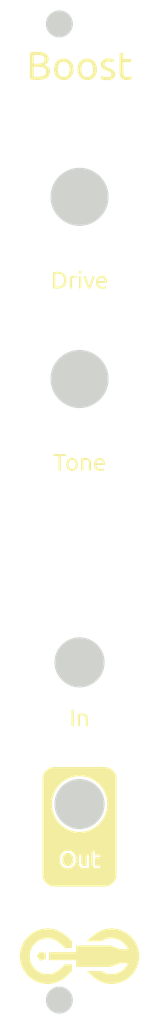
<source format=kicad_pcb>
(kicad_pcb
	(version 20240108)
	(generator "pcbnew")
	(generator_version "8.0")
	(general
		(thickness 1.6)
		(legacy_teardrops no)
	)
	(paper "A4")
	(layers
		(0 "F.Cu" signal)
		(31 "B.Cu" signal)
		(32 "B.Adhes" user "B.Adhesive")
		(33 "F.Adhes" user "F.Adhesive")
		(34 "B.Paste" user)
		(35 "F.Paste" user)
		(36 "B.SilkS" user "B.Silkscreen")
		(37 "F.SilkS" user "F.Silkscreen")
		(38 "B.Mask" user)
		(39 "F.Mask" user)
		(40 "Dwgs.User" user "User.Drawings")
		(41 "Cmts.User" user "User.Comments")
		(42 "Eco1.User" user "User.Eco1")
		(43 "Eco2.User" user "User.Eco2")
		(44 "Edge.Cuts" user)
		(45 "Margin" user)
		(46 "B.CrtYd" user "B.Courtyard")
		(47 "F.CrtYd" user "F.Courtyard")
		(48 "B.Fab" user)
		(49 "F.Fab" user)
		(50 "User.1" user)
		(51 "User.2" user)
		(52 "User.3" user)
		(53 "User.4" user)
		(54 "User.5" user)
		(55 "User.6" user)
		(56 "User.7" user)
		(57 "User.8" user)
		(58 "User.9" user)
	)
	(setup
		(pad_to_mask_clearance 0)
		(allow_soldermask_bridges_in_footprints no)
		(pcbplotparams
			(layerselection 0x00010fc_ffffffff)
			(plot_on_all_layers_selection 0x0000000_00000000)
			(disableapertmacros no)
			(usegerberextensions no)
			(usegerberattributes yes)
			(usegerberadvancedattributes yes)
			(creategerberjobfile yes)
			(dashed_line_dash_ratio 12.000000)
			(dashed_line_gap_ratio 3.000000)
			(svgprecision 4)
			(plotframeref no)
			(viasonmask no)
			(mode 1)
			(useauxorigin no)
			(hpglpennumber 1)
			(hpglpenspeed 20)
			(hpglpendiameter 15.000000)
			(pdf_front_fp_property_popups yes)
			(pdf_back_fp_property_popups yes)
			(dxfpolygonmode yes)
			(dxfimperialunits yes)
			(dxfusepcbnewfont yes)
			(psnegative no)
			(psa4output no)
			(plotreference yes)
			(plotvalue yes)
			(plotfptext yes)
			(plotinvisibletext no)
			(sketchpadsonfab no)
			(subtractmaskfromsilk no)
			(outputformat 1)
			(mirror no)
			(drillshape 1)
			(scaleselection 1)
			(outputdirectory "")
		)
	)
	(net 0 "")
	(gr_poly
		(pts
			(xy 69.974299 72.701763) (xy 70.011951 72.704084) (xy 70.048455 72.707951) (xy 70.083811 72.713365)
			(xy 70.118018 72.720326) (xy 70.151076 72.728834) (xy 70.182986 72.738889) (xy 70.213748 72.750491)
			(xy 70.243361 72.763639) (xy 70.271826 72.778335) (xy 70.299142 72.794577) (xy 70.32531 72.812367)
			(xy 70.35033 72.831703) (xy 70.374201 72.852585) (xy 70.396923 72.875015) (xy 70.418497 72.898992)
			(xy 70.438841 72.924176) (xy 70.457872 72.950976) (xy 70.475591 72.979394) (xy 70.491997 73.00943)
			(xy 70.507091 73.041082) (xy 70.520872 73.074351) (xy 70.533341 73.109238) (xy 70.544497 73.145742)
			(xy 70.554341 73.183863) (xy 70.562872 73.223601) (xy 70.570091 73.264956) (xy 70.575998 73.307929)
			(xy 70.580591 73.352519) (xy 70.583873 73.398726) (xy 70.585841 73.44655) (xy 70.586498 73.495992)
			(xy 70.586498 73.543992) (xy 70.586451 73.550695) (xy 70.58631 73.557304) (xy 70.586076 73.563819)
			(xy 70.585748 73.570241) (xy 70.585326 73.576569) (xy 70.58481 73.582804) (xy 70.584201 73.588944)
			(xy 70.583497 73.594991) (xy 69.515499 73.594991) (xy 69.518159 73.624909) (xy 69.521639 73.653914)
			(xy 69.52594 73.682004) (xy 69.531061 73.709179) (xy 69.537002 73.735441) (xy 69.543764 73.760789)
			(xy 69.551346 73.785222) (xy 69.559749 73.808742) (xy 69.568971 73.831347) (xy 69.579014 73.853038)
			(xy 69.589877 73.873815) (xy 69.601561 73.893679) (xy 69.614065 73.912628) (xy 69.627389 73.930663)
			(xy 69.641534 73.947783) (xy 69.656498 73.96399) (xy 69.672412 73.979248) (xy 69.689404 73.993522)
			(xy 69.707475 74.006811) (xy 69.726623 74.019115) (xy 69.74685 74.030435) (xy 69.768154 74.040771)
			(xy 69.790537 74.050123) (xy 69.813998 74.05849) (xy 69.838537 74.065873) (xy 69.864154 74.072271)
			(xy 69.890849 74.077685) (xy 69.918623 74.082115) (xy 69.947474 74.08556) (xy 69.977404 74.088021)
			(xy 70.008412 74.089498) (xy 70.040498 74.08999) (xy 70.076498 74.089615) (xy 70.110998 74.08849)
			(xy 70.143998 74.086615) (xy 70.175498 74.08399) (xy 70.205498 74.080616) (xy 70.233998 74.076491)
			(xy 70.260998 74.071616) (xy 70.286497 74.065992) (xy 70.311201 74.059288) (xy 70.33431 74.052678)
			(xy 70.355826 74.046163) (xy 70.375748 74.039741) (xy 70.394076 74.033413) (xy 70.41081 74.02718)
			(xy 70.425951 74.021039) (xy 70.439497 74.014993) (xy 70.478498 74.24899) (xy 70.471818 74.252377)
			(xy 70.464529 74.255788) (xy 70.456631 74.259222) (xy 70.448123 74.262679) (xy 70.439006 74.26616)
			(xy 70.429279 74.269664) (xy 70.407998 74.276742) (xy 70.38428 74.283914) (xy 70.358123 74.29118)
			(xy 70.32953 74.29854) (xy 70.298499 74.305993) (xy 70.266436 74.313024) (xy 70.233248 74.319117)
			(xy 70.198936 74.324273) (xy 70.163498 74.328491) (xy 70.126936 74.331773) (xy 70.089248 74.334117)
			(xy 70.050436 74.335523) (xy 70.010498 74.335992) (xy 69.960342 74.335055) (xy 69.911873 74.332242)
			(xy 69.888271 74.330133) (xy 69.865092 74.327554) (xy 69.842334 74.324507) (xy 69.819998 74.320992)
			(xy 69.798084 74.317007) (xy 69.776592 74.312554) (xy 69.755521 74.307632) (xy 69.734873 74.302241)
			(xy 69.714647 74.296382) (xy 69.694842 74.290054) (xy 69.675459 74.283256) (xy 69.656498 74.275991)
			(xy 69.638322 74.26794) (xy 69.620545 74.259538) (xy 69.603166 74.250784) (xy 69.586185 74.241678)
			(xy 69.569603 74.232222) (xy 69.55342 74.222413) (xy 69.537635 74.212253) (xy 69.522248 74.201741)
			(xy 69.50726 74.190878) (xy 69.49267 74.179664) (xy 69.478478 74.168097) (xy 69.464685 74.15618)
			(xy 69.451291 74.14391) (xy 69.438295 74.131289) (xy 69.425697 74.118317) (xy 69.413498 74.104993)
			(xy 69.401686 74.09134) (xy 69.390248 74.077383) (xy 69.379185 74.063121) (xy 69.368498 74.048554)
			(xy 69.358185 74.033683) (xy 69.348248 74.018507) (xy 69.338685 74.003027) (xy 69.329498 73.987241)
			(xy 69.320685 73.971152) (xy 69.312248 73.954757) (xy 69.304185 73.938058) (xy 69.296498 73.921054)
			(xy 69.289185 73.903746) (xy 69.282247 73.886132) (xy 69.275685 73.868215) (xy 69.269497 73.849992)
			(xy 69.25895 73.812071) (xy 69.24981 73.773305) (xy 69.242076 73.733696) (xy 69.235747 73.693243)
			(xy 69.230825 73.651946) (xy 69.22731 73.609805) (xy 69.2252 73.566821) (xy 69.224497 73.522992)
			(xy 69.224498 73.522992) (xy 69.225436 73.472086) (xy 69.228248 73.422867) (xy 69.232936 73.375336)
			(xy 69.233639 73.369992) (xy 69.521498 73.369992) (xy 70.295498 73.369992) (xy 70.295475 73.346637)
			(xy 70.294654 73.323821) (xy 70.293037 73.301543) (xy 70.290623 73.279805) (xy 70.287412 73.258606)
			(xy 70.283404 73.237946) (xy 70.2786 73.217825) (xy 70.272998 73.198242) (xy 70.266599 73.179199)
			(xy 70.259404 73.160695) (xy 70.251412 73.14273) (xy 70.242623 73.125304) (xy 70.233037 73.108417)
			(xy 70.222654 73.092069) (xy 70.211474 73.07626) (xy 70.199498 73.060991) (xy 70.187205 73.046096)
			(xy 70.174326 73.032162) (xy 70.160861 73.01919) (xy 70.14681 73.007178) (xy 70.132174 72.996128)
			(xy 70.116951 72.986038) (xy 70.101143 72.976909) (xy 70.084748 72.968742) (xy 70.067767 72.961535)
			(xy 70.050201 72.955289) (xy 70.032049 72.950004) (xy 70.01331 72.94568) (xy 69.993986 72.942317)
			(xy 69.974076 72.939915) (xy 69.95358 72.938474) (xy 69.932497 72.937993) (xy 69.92058 72.938146)
			(xy 69.908826 72.938602) (xy 69.897236 72.939364) (xy 69.88581 72.94043) (xy 69.874549 72.941801)
			(xy 69.863451 72.943477) (xy 69.852517 72.945457) (xy 69.841748 72.947742) (xy 69.831142 72.950331)
			(xy 69.820701 72.953226) (xy 69.810423 72.956425) (xy 69.80031 72.959928) (xy 69.790361 72.963737)
			(xy 69.780576 72.96785) (xy 69.770955 72.972268) (xy 69.761498 72.976991) (xy 69.75258 72.981585)
			(xy 69.743826 72.986366) (xy 69.735236 72.991335) (xy 69.72681 72.996492) (xy 69.718548 73.001836)
			(xy 69.710451 73.007367) (xy 69.702517 73.013085) (xy 69.694747 73.018992) (xy 69.687142 73.025085)
			(xy 69.679701 73.031367) (xy 69.672423 73.037835) (xy 69.66531 73.044491) (xy 69.658361 73.051335)
			(xy 69.651576 73.058366) (xy 69.644955 73.065585) (xy 69.638498 73.072992) (xy 69.632205 73.080562)
			(xy 69.626076 73.088273) (xy 69.620111 73.096125) (xy 69.61431 73.104117) (xy 69.608674 73.11225)
			(xy 69.603201 73.120523) (xy 69.597893 73.128937) (xy 69.592748 73.137491) (xy 69.587767 73.146187)
			(xy 69.582951 73.155023) (xy 69.578299 73.163999) (xy 69.57381 73.173116) (xy 69.569486 73.182374)
			(xy 69.565326 73.191773) (xy 69.56133 73.201312) (xy 69.557497 73.210992) (xy 69.551029 73.230538)
			(xy 69.545123 73.250179) (xy 69.539779 73.269913) (xy 69.534998 73.289741) (xy 69.530779 73.309663)
			(xy 69.527123 73.329679) (xy 69.524029 73.349789) (xy 69.521498 73.369992) (xy 69.233639 73.369992)
			(xy 69.235982 73.352203) (xy 69.239498 73.329492) (xy 69.243482 73.307203) (xy 69.247936 73.285336)
			(xy 69.252857 73.263891) (xy 69.258248 73.242867) (xy 69.264108 73.222266) (xy 69.270436 73.202086)
			(xy 69.277233 73.182328) (xy 69.284499 73.162992) (xy 69.292151 73.143703) (xy 69.300108 73.124836)
			(xy 69.308369 73.10639) (xy 69.316936 73.088367) (xy 69.325807 73.070765) (xy 69.334982 73.053586)
			(xy 69.344463 73.036828) (xy 69.354248 73.020492) (xy 69.364338 73.004578) (xy 69.374732 72.989086)
			(xy 69.385432 72.974016) (xy 69.396435 72.959368) (xy 69.407744 72.945141) (xy 69.419357 72.931336)
			(xy 69.431275 72.917953) (xy 69.443498 72.904992) (xy 69.45599 72.892441) (xy 69.468717 72.880289)
			(xy 69.481678 72.868535) (xy 69.494873 72.85718) (xy 69.508303 72.846223) (xy 69.521967 72.835664)
			(xy 69.535865 72.825504) (xy 69.549998 72.815742) (xy 69.564365 72.806379) (xy 69.578967 72.797414)
			(xy 69.593803 72.788848) (xy 69.608873 72.78068) (xy 69.624178 72.77291) (xy 69.639717 72.765539)
			(xy 69.65549 72.758567) (xy 69.671498 72.751992) (xy 69.687646 72.745817) (xy 69.703842 72.740039)
			(xy 69.720084 72.73466) (xy 69.736373 72.72968) (xy 69.752709 72.725098) (xy 69.769092 72.720914)
			(xy 69.785522 72.717129) (xy 69.801998 72.713742) (xy 69.818522 72.710754) (xy 69.835092 72.708164)
			(xy 69.851709 72.705973) (xy 69.868373 72.704179) (xy 69.885084 72.702785) (xy 69.901842 72.701788)
			(xy 69.918646 72.70119) (xy 69.935498 72.70099)
		)
		(stroke
			(width -0.000001)
			(type solid)
		)
		(fill solid)
		(layer "F.SilkS")
		(uuid "000a69ae-88e6-4805-b80e-9ef7a09a983d")
	)
	(gr_poly
		(pts
			(xy 62.903544 157.722184) (xy 62.903544 158.459855) (xy 62.201949 158.687806) (xy 61.768343 158.09102)
			(xy 62.201949 157.494226)
		)
		(stroke
			(width -0.000001)
			(type solid)
		)
		(fill solid)
		(layer "F.SilkS")
		(uuid "18a5f415-1a8f-490f-baa5-580910101f17")
	)
	(gr_poly
		(pts
			(xy 69.725299 95.56176) (xy 69.762951 95.564081) (xy 69.799455 95.567948) (xy 69.83481 95.573362)
			(xy 69.869017 95.580323) (xy 69.902076 95.588831) (xy 69.933986 95.598886) (xy 69.964748 95.610488)
			(xy 69.994361 95.623636) (xy 70.022826 95.638332) (xy 70.050142 95.654574) (xy 70.07631 95.672363)
			(xy 70.10133 95.691699) (xy 70.125201 95.712582) (xy 70.147924 95.735012) (xy 70.169498 95.758989)
			(xy 70.189842 95.784172) (xy 70.208873 95.810973) (xy 70.226592 95.839391) (xy 70.242998 95.869426)
			(xy 70.258092 95.901079) (xy 70.271873 95.934348) (xy 70.284342 95.969235) (xy 70.295498 96.005738)
			(xy 70.305342 96.043859) (xy 70.313873 96.083598) (xy 70.321092 96.124953) (xy 70.326998 96.167926)
			(xy 70.331592 96.212516) (xy 70.334873 96.258723) (xy 70.336842 96.306547) (xy 70.337498 96.355989)
			(xy 70.337498 96.403989) (xy 70.337451 96.410692) (xy 70.337311 96.417301) (xy 70.337076 96.423816)
			(xy 70.336748 96.430238) (xy 70.336326 96.436566) (xy 70.335811 96.442801) (xy 70.335201 96.448941)
			(xy 70.334498 96.454988) (xy 69.266499 96.454988) (xy 69.269159 96.484906) (xy 69.272639 96.51391)
			(xy 69.27694 96.542) (xy 69.282061 96.569176) (xy 69.288002 96.595438) (xy 69.294764 96.620786) (xy 69.302346 96.645219)
			(xy 69.310748 96.668739) (xy 69.319971 96.691344) (xy 69.330014 96.713035) (xy 69.340877 96.733812)
			(xy 69.352561 96.753675) (xy 69.365065 96.772624) (xy 69.378389 96.790659) (xy 69.392533 96.80778)
			(xy 69.407498 96.823987) (xy 69.423412 96.839245) (xy 69.440404 96.853518) (xy 69.458475 96.866807)
			(xy 69.477623 96.879112) (xy 69.49785 96.890432) (xy 69.519154 96.900768) (xy 69.541537 96.91012)
			(xy 69.564998 96.918487) (xy 69.589537 96.92587) (xy 69.615154 96.932268) (xy 69.64185 96.937682)
			(xy 69.669623 96.942112) (xy 69.698475 96.945557) (xy 69.728405 96.948018) (xy 69.759413 96.949494)
			(xy 69.791499 96.949987) (xy 69.827498 96.949612) (xy 69.861998 96.948487) (xy 69.894998 96.946612)
			(xy 69.926498 96.943987) (xy 69.956498 96.940612) (xy 69.984998 96.936488) (xy 70.011998 96.931613)
			(xy 70.037498 96.925988) (xy 70.062201 96.919285) (xy 70.08531 96.912675) (xy 70.106826 96.90616)
			(xy 70.126748 96.899738) (xy 70.145076 96.89341) (xy 70.161811 96.887176) (xy 70.176951 96.881036)
			(xy 70.190498 96.87499) (xy 70.229498 97.108987) (xy 70.222819 97.112374) (xy 70.215529 97.115784)
			(xy 70.207631 97.119218) (xy 70.199123 97.122676) (xy 70.190006 97.126156) (xy 70.180279 97.12966)
			(xy 70.158998 97.136739) (xy 70.135279 97.143911) (xy 70.109123 97.151177) (xy 70.080529 97.158537)
			(xy 70.049498 97.16599) (xy 70.017436 97.17302) (xy 69.984248 97.179113) (xy 69.949936 97.184269)
			(xy 69.914498 97.188488) (xy 69.877935 97.19177) (xy 69.840248 97.194114) (xy 69.801435 97.19552)
			(xy 69.761498 97.195989) (xy 69.711342 97.195051) (xy 69.662873 97.192239) (xy 69.639272 97.190129)
			(xy 69.616092 97.187551) (xy 69.593334 97.184504) (xy 69.570998 97.180989) (xy 69.549084 97.177004)
			(xy 69.527592 97.172551) (xy 69.506521 97.167629) (xy 69.485873 97.162238) (xy 69.465646 97.156379)
			(xy 69.445842 97.15005) (xy 69.426459 97.143253) (xy 69.407498 97.135987) (xy 69.389322 97.127937)
			(xy 69.371545 97.119534) (xy 69.354166 97.110781) (xy 69.337185 97.101675) (xy 69.320603 97.092218)
			(xy 69.30442 97.08241) (xy 69.288635 97.07225) (xy 69.273248 97.061738) (xy 69.25826 97.050875) (xy 69.24367 97.03966)
			(xy 69.229478 97.028094) (xy 69.215685 97.016176) (xy 69.202291 97.003907) (xy 69.189295 96.991286)
			(xy 69.176697 96.978314) (xy 69.164498 96.96499) (xy 69.152685 96.951337) (xy 69.141248 96.93738)
			(xy 69.130185 96.923118) (xy 69.119498 96.908551) (xy 69.109185 96.89368) (xy 69.099248 96.878504)
			(xy 69.089685 96.863023) (xy 69.080498 96.847238) (xy 69.071685 96.831148) (xy 69.063248 96.814754)
			(xy 69.055185 96.798055) (xy 69.047498 96.781051) (xy 69.040185 96.763742) (xy 69.033248 96.746129)
			(xy 69.026685 96.728211) (xy 69.020498 96.709989) (xy 69.009951 96.672067) (xy 69.00081 96.633302)
			(xy 68.993076 96.593693) (xy 68.986748 96.55324) (xy 68.981826 96.511943) (xy 68.97831 96.469802)
			(xy 68.976201 96.426817) (xy 68.975498 96.382989) (xy 68.975499 96.382989) (xy 68.976436 96.332083)
			(xy 68.979249 96.282864) (xy 68.983936 96.235333) (xy 68.98464 96.229989) (xy 69.272498 96.229989)
			(xy 70.046498 96.229989) (xy 70.046474 96.206634) (xy 70.045654 96.183818) (xy 70.044037 96.16154)
			(xy 70.041623 96.139802) (xy 70.038412 96.118603) (xy 70.034404 96.097942) (xy 70.0296 96.077821)
			(xy 70.023998 96.058239) (xy 70.0176 96.039196) (xy 70.010404 96.020692) (xy 70.002412 96.002727)
			(xy 69.993623 95.985301) (xy 69.984037 95.968414) (xy 69.973654 95.952066) (xy 69.962475 95.936257)
			(xy 69.950498 95.920987) (xy 69.938205 95.906093) (xy 69.925326 95.892159) (xy 69.911861 95.879187)
			(xy 69.89781 95.867175) (xy 69.883174 95.856124) (xy 69.867951 95.846035) (xy 69.852142 95.836906)
			(xy 69.835748 95.828738) (xy 69.818767 95.821532) (xy 69.801201 95.815286) (xy 69.783048 95.810001)
			(xy 69.76431 95.805677) (xy 69.744986 95.802314) (xy 69.725076 95.799912) (xy 69.70458 95.79847)
			(xy 69.683498 95.79799) (xy 69.67158 95.798142) (xy 69.659826 95.798599) (xy 69.648236 95.799361)
			(xy 69.63681 95.800427) (xy 69.625548 95.801798) (xy 69.614451 95.803473) (xy 69.603517 95.805454)
			(xy 69.592748 95.807739) (xy 69.582142 95.810328) (xy 69.571701 95.813222) (xy 69.561423 95.816421)
			(xy 69.55131 95.819925) (xy 69.541361 95.823734) (xy 69.531576 95.827847) (xy 69.521954 95.832265)
			(xy 69.512497 95.836988) (xy 69.503579 95.841582) (xy 69.494826 95.846363) (xy 69.486236 95.851332)
			(xy 69.47781 95.856489) (xy 69.469548 95.861832) (xy 69.461451 95.867364) (xy 69.453517 95.873082)
			(xy 69.445748 95.878988) (xy 69.438142 95.885082) (xy 69.430701 95.891363) (xy 69.423424 95.897832)
			(xy 69.41631 95.904488) (xy 69.409361 95.911332) (xy 69.402576 95.918363) (xy 69.395955 95.925582)
			(xy 69.389498 95.932988) (xy 69.383205 95.940559) (xy 69.377076 95.94827) (xy 69.371111 95.956121)
			(xy 69.36531 95.964114) (xy 69.359674 95.972246) (xy 69.354201 95.98052) (xy 69.348892 95.988934)
			(xy 69.343748 95.997488) (xy 69.338767 96.006183) (xy 69.333951 96.015019) (xy 69.329298 96.023996)
			(xy 69.32481 96.033113) (xy 69.320486 96.042371) (xy 69.316326 96.05177) (xy 69.31233 96.061309)
			(xy 69.308498 96.070989) (xy 69.302029 96.090535) (xy 69.296123 96.110176) (xy 69.290779 96.12991)
			(xy 69.285998 96.149738) (xy 69.281779 96.16966) (xy 69.278123 96.189676) (xy 69.275029 96.209786)
			(xy 69.272498 96.229989) (xy 68.98464 96.229989) (xy 68.986983 96.2122) (xy 68.990498 96.189489)
			(xy 68.994483 96.1672) (xy 68.998936 96.145333) (xy 69.003858 96.123888) (xy 69.009248 96.102864)
			(xy 69.015107 96.082262) (xy 69.021436 96.062083) (xy 69.028232 96.042325) (xy 69.035498 96.022989)
			(xy 69.04315 96.003699) (xy 69.051107 95.984832) (xy 69.059369 95.966387) (xy 69.067936 95.948364)
			(xy 69.076807 95.930762) (xy 69.085983 95.913583) (xy 69.095463 95.896825) (xy 69.105248 95.880489)
			(xy 69.115338 95.864575) (xy 69.125733 95.849083) (xy 69.136432 95.834013) (xy 69.147436 95.819364)
			(xy 69.158745 95.805138) (xy 69.170358 95.791333) (xy 69.182276 95.77795) (xy 69.194498 95.764989)
			(xy 69.206991 95.752438) (xy 69.219717 95.740286) (xy 69.232678 95.728532) (xy 69.245873 95.717176)
			(xy 69.259303 95.706219) (xy 69.272967 95.695661) (xy 69.286866 95.685501) (xy 69.300998 95.675739)
			(xy 69.315366 95.666376) (xy 69.329967 95.657411) (xy 69.344803 95.648845) (xy 69.359873 95.640677)
			(xy 69.375178 95.632907) (xy 69.390717 95.625536) (xy 69.40649 95.618563) (xy 69.422498 95.611989)
			(xy 69.438646 95.605813) (xy 69.454842 95.600036) (xy 69.471084 95.594657) (xy 69.487373 95.589677)
			(xy 69.503709 95.585095) (xy 69.520092 95.580911) (xy 69.536522 95.577126) (xy 69.552998 95.573739)
			(xy 69.569522 95.570751) (xy 69.586092 95.568161) (xy 69.602709 95.565969) (xy 69.619373 95.564176)
			(xy 69.636084 95.562781) (xy 69.652842 95.561785) (xy 69.669647 95.561187) (xy 69.686498 95.560987)
		)
		(stroke
			(width -0.000001)
			(type solid)
		)
		(fill solid)
		(layer "F.SilkS")
		(uuid "1a906a97-ade2-446a-86c6-747cc631ca55")
	)
	(gr_poly
		(pts
			(xy 66.515638 72.707084) (xy 66.52506 72.707366) (xy 66.534764 72.707835) (xy 66.544748 72.708492)
			(xy 66.555014 72.709336) (xy 66.565561 72.710367) (xy 66.576389 72.711585) (xy 66.587498 72.712991)
			(xy 66.599451 72.713834) (xy 66.61131 72.714866) (xy 66.623076 72.716084) (xy 66.634748 72.717491)
			(xy 66.646326 72.719085) (xy 66.657811 72.720866) (xy 66.669201 72.722836) (xy 66.680499 72.724992)
			(xy 66.691608 72.726538) (xy 66.702436 72.728178) (xy 66.712983 72.729913) (xy 66.723248 72.731741)
			(xy 66.733232 72.733663) (xy 66.742935 72.735678) (xy 66.752357 72.737788) (xy 66.761498 72.739991)
			(xy 66.77092 72.741492) (xy 66.779685 72.742992) (xy 66.787795 72.744492) (xy 66.795248 72.745992)
			(xy 66.802045 72.747492) (xy 66.808185 72.748992) (xy 66.81367 72.750492) (xy 66.818498 72.751992)
			(xy 66.770498 72.994992) (xy 66.761544 72.991946) (xy 66.751185 72.988805) (xy 66.739419 72.98557)
			(xy 66.726248 72.982242) (xy 66.711669 72.97882) (xy 66.695685 72.975304) (xy 66.678295 72.971695)
			(xy 66.659498 72.967992) (xy 66.640044 72.963773) (xy 66.619185 72.960116) (xy 66.59692 72.957022)
			(xy 66.573248 72.954491) (xy 66.54817 72.952522) (xy 66.521685 72.951116) (xy 66.493795 72.950272)
			(xy 66.464498 72.94999) (xy 66.444998 72.950272) (xy 66.425498 72.951116) (xy 66.405998 72.952522)
			(xy 66.386498 72.954491) (xy 66.366998 72.957022) (xy 66.347498 72.960116) (xy 66.327998 72.963773)
			(xy 66.308498 72.967992) (xy 66.274185 72.974929) (xy 66.246248 72.980741) (xy 66.224685 72.985429)
			(xy 66.209498 72.988992) (xy 66.209498 74.299993) (xy 65.930498 74.299993) (xy 65.930498 72.805993)
			(xy 65.955998 72.797086) (xy 65.982998 72.788367) (xy 66.011498 72.779836) (xy 66.041498 72.771492)
			(xy 66.072998 72.763335) (xy 66.105998 72.755367) (xy 66.140498 72.747585) (xy 66.176498 72.739991)
			(xy 66.21381 72.732257) (xy 66.252248 72.725554) (xy 66.291811 72.719882) (xy 66.332498 72.715241)
			(xy 66.374311 72.711632) (xy 66.417248 72.709053) (xy 66.46131 72.707506) (xy 66.506498 72.70699)
		)
		(stroke
			(width -0.000001)
			(type solid)
		)
		(fill solid)
		(layer "F.SilkS")
		(uuid "248d43b6-2962-4f33-b64b-ff204039bb2d")
	)
	(gr_poly
		(pts
			(xy 66.23528 95.561221) (xy 66.254873 95.561924) (xy 66.27428 95.563096) (xy 66.293498 95.564737)
			(xy 66.31253 95.566846) (xy 66.331373 95.569424) (xy 66.35003 95.572471) (xy 66.368499 95.575987)
			(xy 66.38678 95.579972) (xy 66.404874 95.584425) (xy 66.42278 95.589347) (xy 66.440499 95.594737)
			(xy 66.45803 95.600597) (xy 66.475374 95.606925) (xy 66.49253 95.613722) (xy 66.509499 95.620988)
			(xy 66.526222 95.628313) (xy 66.542639 95.636035) (xy 66.558753 95.644157) (xy 66.574561 95.652676)
			(xy 66.590065 95.661594) (xy 66.605264 95.670911) (xy 66.620159 95.680625) (xy 66.634748 95.690738)
			(xy 66.649034 95.70125) (xy 66.663014 95.71216) (xy 66.67669 95.723469) (xy 66.690061 95.735176)
			(xy 66.703127 95.747281) (xy 66.715889 95.759785) (xy 66.728346 95.772688) (xy 66.740498 95.785989)
			(xy 66.752697 95.799665) (xy 66.764545 95.813692) (xy 66.776041 95.828071) (xy 66.787186 95.842801)
			(xy 66.797979 95.857883) (xy 66.80842 95.873317) (xy 66.81851 95.889102) (xy 66.828248 95.905238)
			(xy 66.837635 95.921727) (xy 66.84667 95.938566) (xy 66.855354 95.955758) (xy 66.863686 95.973301)
			(xy 66.871666 95.991195) (xy 66.879295 96.009441) (xy 66.886572 96.028038) (xy 66.893498 96.046987)
			(xy 66.900037 96.065866) (xy 66.906154 96.085003) (xy 66.91185 96.104398) (xy 66.917123 96.124051)
			(xy 66.921975 96.143961) (xy 66.926404 96.164129) (xy 66.930412 96.184555) (xy 66.933998 96.205239)
			(xy 66.937162 96.22618) (xy 66.939905 96.247379) (xy 66.942225 96.268836) (xy 66.944124 96.290551)
			(xy 66.9456 96.312523) (xy 66.946655 96.334753) (xy 66.947288 96.357241) (xy 66.947499 96.379987)
			(xy 66.946655 96.425925) (xy 66.944124 96.470737) (xy 66.939905 96.514425) (xy 66.933998 96.556987)
			(xy 66.926404 96.598425) (xy 66.921975 96.618722) (xy 66.917123 96.638738) (xy 66.91185 96.658473)
			(xy 66.906154 96.677926) (xy 66.900037 96.697098) (xy 66.893498 96.715989) (xy 66.886572 96.734575)
			(xy 66.879295 96.752833) (xy 66.871666 96.770762) (xy 66.863686 96.788364) (xy 66.855354 96.805637)
			(xy 66.84667 96.822583) (xy 66.837635 96.8392) (xy 66.828248 96.855489) (xy 66.81851 96.87145) (xy 66.80842 96.887083)
			(xy 66.797979 96.902388) (xy 66.787186 96.917364) (xy 66.776041 96.932013) (xy 66.764545 96.946333)
			(xy 66.752697 96.960325) (xy 66.740498 96.973989) (xy 66.728346 96.987301) (xy 66.715889 97.000238)
			(xy 66.703127 97.012801) (xy 66.690061 97.024988) (xy 66.67669 97.0368) (xy 66.663014 97.048238)
			(xy 66.649034 97.0593) (xy 66.634748 97.069987) (xy 66.620159 97.0803) (xy 66.605264 97.090237) (xy 66.590065 97.0998)
			(xy 66.574561 97.108988) (xy 66.558753 97.1178) (xy 66.542639 97.126238) (xy 66.526222 97.1343) (xy 66.509499 97.141988)
			(xy 66.49253 97.148891) (xy 66.475374 97.155348) (xy 66.45803 97.16136) (xy 66.440499 97.166926)
			(xy 66.42278 97.172047) (xy 66.404874 97.176723) (xy 66.38678 97.180953) (xy 66.368499 97.184738)
			(xy 66.35003 97.188078) (xy 66.331373 97.190972) (xy 66.31253 97.193421) (xy 66.293498 97.195425)
			(xy 66.27428 97.196984) (xy 66.254873 97.198097) (xy 66.23528 97.198765) (xy 66.215498 97.198987)
			(xy 66.195717 97.198765) (xy 66.176123 97.198097) (xy 66.156717 97.196984) (xy 66.137498 97.195425)
			(xy 66.118467 97.193421) (xy 66.099624 97.190972) (xy 66.080967 97.188078) (xy 66.062499 97.184738)
			(xy 66.044217 97.180953) (xy 66.026124 97.176723) (xy 66.008217 97.172047) (xy 65.990499 97.166926)
			(xy 65.972967 97.16136) (xy 65.955624 97.155348) (xy 65.938467 97.148891) (xy 65.921499 97.141988)
			(xy 65.904764 97.1343) (xy 65.888311 97.126238) (xy 65.872139 97.1178) (xy 65.856249 97.108988) (xy 65.840639 97.0998)
			(xy 65.825311 97.090237) (xy 65.810264 97.0803) (xy 65.795499 97.069987) (xy 65.781014 97.0593) (xy 65.766811 97.048238)
			(xy 65.752889 97.0368) (xy 65.739248 97.024988) (xy 65.725889 97.012801) (xy 65.712811 97.000238)
			(xy 65.700014 96.987301) (xy 65.687498 96.973989) (xy 65.675663 96.960325) (xy 65.664155 96.946333)
			(xy 65.652975 96.932013) (xy 65.642123 96.917364) (xy 65.6316 96.902388) (xy 65.621405 96.887083)
			(xy 65.611537 96.87145) (xy 65.601998 96.855489) (xy 65.592787 96.8392) (xy 65.583905 96.822583)
			(xy 65.57535 96.805637) (xy 65.567123 96.788364) (xy 65.559225 96.770762) (xy 65.551655 96.752833)
			(xy 65.544413 96.734575) (xy 65.537499 96.715989) (xy 65.53096 96.697098) (xy 65.524842 96.677926)
			(xy 65.519147 96.658473) (xy 65.513874 96.638738) (xy 65.509022 96.618722) (xy 65.504592 96.598425)
			(xy 65.500584 96.577847) (xy 65.496998 96.556987) (xy 65.493834 96.535847) (xy 65.491092 96.514425)
			(xy 65.488772 96.492722) (xy 65.486873 96.470737) (xy 65.485396 96.448472) (xy 65.484342 96.425925)
			(xy 65.483709 96.403096) (xy 65.483498 96.379987) (xy 65.774498 96.379987) (xy 65.774955 96.412566)
			(xy 65.776326 96.4443) (xy 65.778612 96.475191) (xy 65.781811 96.505238) (xy 65.785924 96.534442)
			(xy 65.790951 96.562801) (xy 65.796893 96.590317) (xy 65.803748 96.616989) (xy 65.811518 96.642817)
			(xy 65.820201 96.667801) (xy 65.829799 96.691942) (xy 65.840311 96.715239) (xy 65.851736 96.737692)
			(xy 65.864076 96.759301) (xy 65.87733 96.780067) (xy 65.891498 96.799989) (xy 65.906826 96.818516)
			(xy 65.922811 96.835849) (xy 65.939452 96.851985) (xy 65.956748 96.866927) (xy 65.974702 96.880673)
			(xy 65.993311 96.893224) (xy 66.012577 96.904579) (xy 66.032499 96.914739) (xy 66.053077 96.923704)
			(xy 66.074311 96.931474) (xy 66.096202 96.938048) (xy 66.118749 96.943427) (xy 66.141952 96.94761)
			(xy 66.165811 96.950598) (xy 66.190327 96.952391) (xy 66.215498 96.952989) (xy 66.240658 96.952391)
			(xy 66.265139 96.950598) (xy 66.28894 96.94761) (xy 66.312061 96.943427) (xy 66.334502 96.938048)
			(xy 66.356264 96.931474) (xy 66.377346 96.923704) (xy 66.397748 96.914739) (xy 66.417471 96.904579)
			(xy 66.436514 96.893224) (xy 66.454877 96.880673) (xy 66.472561 96.866927) (xy 66.489565 96.851985)
			(xy 66.505889 96.835849) (xy 66.521534 96.818516) (xy 66.536498 96.799989) (xy 66.55103 96.780067)
			(xy 66.564623 96.759301) (xy 66.57728 96.737692) (xy 66.588998 96.715239) (xy 66.59978 96.691942)
			(xy 66.609623 96.667801) (xy 66.61853 96.642817) (xy 66.626498 96.616989) (xy 66.63353 96.590317)
			(xy 66.639623 96.562801) (xy 66.64478 96.534442) (xy 66.648998 96.505238) (xy 66.65228 96.475191)
			(xy 66.654623 96.4443) (xy 66.65603 96.412566) (xy 66.656498 96.379987) (xy 66.65603 96.347421) (xy 66.654623 96.315722)
			(xy 66.65228 96.28489) (xy 66.648998 96.254925) (xy 66.64478 96.225828) (xy 66.639623 96.197597)
			(xy 66.63353 96.170234) (xy 66.626498 96.143738) (xy 66.61853 96.118109) (xy 66.609623 96.093347)
			(xy 66.59978 96.069453) (xy 66.588998 96.046425) (xy 66.57728 96.024265) (xy 66.564623 96.002972)
			(xy 66.55103 95.982546) (xy 66.536498 95.962987) (xy 66.521534 95.944097) (xy 66.505889 95.926425)
			(xy 66.489565 95.909972) (xy 66.472561 95.894737) (xy 66.454877 95.880722) (xy 66.436514 95.867925)
			(xy 66.417471 95.856347) (xy 66.397748 95.845988) (xy 66.377346 95.836848) (xy 66.356264 95.828926)
			(xy 66.334502 95.822223) (xy 66.312061 95.816739) (xy 66.28894 95.812473) (xy 66.265139 95.809426)
			(xy 66.240658 95.807598) (xy 66.215498 95.806989) (xy 66.190327 95.807598) (xy 66.165811 95.809426)
			(xy 66.141952 95.812473) (xy 66.118749 95.816739) (xy 66.096202 95.822223) (xy 66.074311 95.828926)
			(xy 66.053077 95.836848) (xy 66.032499 95.845988) (xy 66.012577 95.856347) (xy 65.993311 95.867925)
			(xy 65.974702 95.880722) (xy 65.956748 95.894737) (xy 65.939452 95.909972) (xy 65.922811 95.926425)
			(xy 65.906826 95.944097) (xy 65.891498 95.962987) (xy 65.87733 95.982546) (xy 65.864076 96.002972)
			(xy 65.851736 96.024265) (xy 65.840311 96.046425) (xy 65.829799 96.069453) (xy 65.820201 96.093347)
			(xy 65.811518 96.118109) (xy 65.803748 96.143738) (xy 65.796893 96.170234) (xy 65.790951 96.197597)
			(xy 65.785924 96.225828) (xy 65.781811 96.254925) (xy 65.778612 96.28489) (xy 65.776326 96.315722)
			(xy 65.774955 96.347421) (xy 65.774498 96.379987) (xy 65.483498 96.379987) (xy 65.484342 96.334753)
			(xy 65.486873 96.290551) (xy 65.491092 96.247379) (xy 65.496998 96.205239) (xy 65.504592 96.164129)
			(xy 65.509022 96.143961) (xy 65.513874 96.124051) (xy 65.519147 96.104398) (xy 65.524842 96.085003)
			(xy 65.53096 96.065866) (xy 65.537499 96.046987) (xy 65.544413 96.028038) (xy 65.551655 96.009441)
			(xy 65.559225 95.991195) (xy 65.567123 95.973301) (xy 65.57535 95.955758) (xy 65.583905 95.938566)
			(xy 65.592787 95.921727) (xy 65.601998 95.905238) (xy 65.611537 95.889102) (xy 65.621405 95.873317)
			(xy 65.6316 95.857883) (xy 65.642123 95.842801) (xy 65.652975 95.828071) (xy 65.664155 95.813692)
			(xy 65.675663 95.799665) (xy 65.687498 95.785989) (xy 65.700014 95.772688) (xy 65.712811 95.759785)
			(xy 65.725889 95.747281) (xy 65.739248 95.735176) (xy 65.752889 95.723469) (xy 65.766811 95.71216)
			(xy 65.781014 95.70125) (xy 65.795499 95.690738) (xy 65.810264 95.680625) (xy 65.825311 95.670911)
			(xy 65.840639 95.661594) (xy 65.856249 95.652676) (xy 65.872139 95.644157) (xy 65.888311 95.636035)
			(xy 65.904764 95.628313) (xy 65.921499 95.620988) (xy 65.938467 95.613722) (xy 65.955624 95.606925)
			(xy 65.972967 95.600597) (xy 65.990499 95.594737) (xy 66.008217 95.589347) (xy 66.026124 95.584425)
			(xy 66.044217 95.579972) (xy 66.062499 95.575987) (xy 66.080967 95.572471) (xy 66.099624 95.569424)
			(xy 66.118467 95.566846) (xy 66.137498 95.564737) (xy 66.156717 95.563096) (xy 66.176123 95.561924)
			(xy 66.195717 95.561221) (xy 66.215498 95.560987)
		)
		(stroke
			(width -0.000001)
			(type solid)
		)
		(fill solid)
		(layer "F.SilkS")
		(uuid "2c80df80-8492-44fc-a7f7-29d09ac7d952")
	)
	(gr_poly
		(pts
			(xy 65.195467 45.435389) (xy 65.228123 45.436561) (xy 65.260467 45.438514) (xy 65.292498 45.441248)
			(xy 65.324217 45.444764) (xy 65.355623 45.449061) (xy 65.386717 45.454139) (xy 65.417498 45.459998)
			(xy 65.447967 45.466639) (xy 65.478123 45.474061) (xy 65.507967 45.482264) (xy 65.537498 45.491248)
			(xy 65.566717 45.501014) (xy 65.595623 45.511561) (xy 65.624216 45.522889) (xy 65.652498 45.534998)
			(xy 65.680369 45.547205) (xy 65.707732 45.560076) (xy 65.734588 45.573611) (xy 65.760935 45.58781)
			(xy 65.786775 45.602674) (xy 65.812107 45.618201) (xy 65.836932 45.634392) (xy 65.861248 45.651248)
			(xy 65.885057 45.668767) (xy 65.908357 45.686951) (xy 65.93115 45.705799) (xy 65.953435 45.725311)
			(xy 65.975213 45.745486) (xy 65.996482 45.766326) (xy 66.017244 45.78783) (xy 66.037498 45.809998)
			(xy 66.05783 45.832791) (xy 66.077576 45.85617) (xy 66.096736 45.880135) (xy 66.11531 45.904686)
			(xy 66.133298 45.929822) (xy 66.150701 45.955545) (xy 66.167517 45.981854) (xy 66.183748 46.008748)
			(xy 66.199392 46.036228) (xy 66.214451 46.064295) (xy 66.228924 46.092947) (xy 66.24281 46.122185)
			(xy 66.256111 46.152009) (xy 66.268826 46.182419) (xy 66.280955 46.213415) (xy 66.292498 46.244997)
			(xy 66.303397 46.276462) (xy 66.313592 46.308357) (xy 66.323084 46.340681) (xy 66.331873 46.373435)
			(xy 66.339959 46.406618) (xy 66.347342 46.440232) (xy 66.354022 46.474275) (xy 66.359998 46.508747)
			(xy 66.365272 46.54365) (xy 66.369842 46.578982) (xy 66.373709 46.614743) (xy 66.376873 46.650935)
			(xy 66.379334 46.687556) (xy 66.381092 46.724607) (xy 66.382147 46.762087) (xy 66.382498 46.799998)
			(xy 66.381092 46.87656) (xy 66.376873 46.951248) (xy 66.369842 47.02406) (xy 66.359998 47.094998)
			(xy 66.347342 47.16406) (xy 66.339959 47.197888) (xy 66.331873 47.231248) (xy 66.323084 47.264138)
			(xy 66.313592 47.29656) (xy 66.303397 47.328514) (xy 66.292498 47.359998) (xy 66.280955 47.390975)
			(xy 66.268826 47.421404) (xy 66.256111 47.451287) (xy 66.24281 47.480623) (xy 66.228924 47.509412)
			(xy 66.214451 47.537654) (xy 66.199392 47.56535) (xy 66.183748 47.592498) (xy 66.167517 47.6191)
			(xy 66.150701 47.645155) (xy 66.133298 47.670662) (xy 66.11531 47.695623) (xy 66.096736 47.720037)
			(xy 66.077576 47.743905) (xy 66.05783 47.767225) (xy 66.037498 47.789998) (xy 66.017244 47.812186)
			(xy 65.996482 47.833748) (xy 65.975213 47.854686) (xy 65.953435 47.874998) (xy 65.93115 47.894686)
			(xy 65.908357 47.913748) (xy 65.885057 47.932186) (xy 65.861248 47.949998) (xy 65.836932 47.967186)
			(xy 65.812107 47.983748) (xy 65.786775 47.999686) (xy 65.760935 48.014998) (xy 65.734588 48.029686)
			(xy 65.707732 48.043748) (xy 65.680369 48.057186) (xy 65.652498 48.069998) (xy 65.624216 48.081502)
			(xy 65.595623 48.092264) (xy 65.566716 48.102283) (xy 65.537497 48.111561) (xy 65.507966 48.120096)
			(xy 65.478122 48.127889) (xy 65.447966 48.13494) (xy 65.417497 48.141248) (xy 65.386716 48.146815)
			(xy 65.355623 48.151639) (xy 65.324216 48.155721) (xy 65.292498 48.159061) (xy 65.260466 48.161658)
			(xy 65.228123 48.163514) (xy 65.195467 48.164627) (xy 65.162498 48.164998) (xy 65.129529 48.164627)
			(xy 65.096873 48.163514) (xy 65.06453 48.161658) (xy 65.032498 48.159061) (xy 65.00078 48.155721)
			(xy 64.969374 48.151639) (xy 64.93828 48.146815) (xy 64.907499 48.141248) (xy 64.87703 48.13494)
			(xy 64.846874 48.127889) (xy 64.81703 48.120096) (xy 64.787499 48.111561) (xy 64.75828 48.102283)
			(xy 64.729374 48.092264) (xy 64.70078 48.081502) (xy 64.672499 48.069998) (xy 64.644608 48.057186)
			(xy 64.617186 48.043748) (xy 64.590233 48.029686) (xy 64.563749 48.014998) (xy 64.537733 47.999686)
			(xy 64.512186 47.983748) (xy 64.487108 47.967186) (xy 64.462499 47.949998) (xy 64.438358 47.932186)
			(xy 64.414686 47.913748) (xy 64.391483 47.894686) (xy 64.368749 47.874998) (xy 64.346483 47.854686)
			(xy 64.324686 47.833748) (xy 64.303358 47.812186) (xy 64.282499 47.789998) (xy 64.262772 47.767225)
			(xy 64.243593 47.743905) (xy 64.22496 47.720037) (xy 64.206874 47.695623) (xy 64.189335 47.670662)
			(xy 64.172343 47.645155) (xy 64.155897 47.6191) (xy 64.139999 47.592498) (xy 64.124647 47.56535)
			(xy 64.109842 47.537654) (xy 64.095585 47.509412) (xy 64.081874 47.480623) (xy 64.06871 47.451287)
			(xy 64.056092 47.421404) (xy 64.044022 47.390975) (xy 64.032499 47.359998) (xy 64.0216 47.328514)
			(xy 64.011405 47.29656) (xy 64.001913 47.264138) (xy 63.993124 47.231248) (xy 63.985038 47.197888)
			(xy 63.977655 47.16406) (xy 63.970975 47.129763) (xy 63.964999 47.094998) (xy 63.959725 47.059763)
			(xy 63.955155 47.02406) (xy 63.951288 46.987888) (xy 63.948124 46.951248) (xy 63.945663 46.914138)
			(xy 63.943905 46.87656) (xy 63.94285 46.838513) (xy 63.942499 46.799998) (xy 64.427499 46.799998)
			(xy 64.428261 46.854294) (xy 64.430546 46.907185) (xy 64.434355 46.958669) (xy 64.439687 47.008747)
			(xy 64.446542 47.057419) (xy 64.454921 47.104685) (xy 64.464823 47.150544) (xy 64.476249 47.194997)
			(xy 64.489198 47.238044) (xy 64.503671 47.279685) (xy 64.519667 47.319919) (xy 64.537187 47.358747)
			(xy 64.55623 47.396169) (xy 64.576796 47.432185) (xy 64.598886 47.466794) (xy 64.622499 47.499997)
			(xy 64.648046 47.530876) (xy 64.674687 47.559763) (xy 64.702421 47.586658) (xy 64.731249 47.61156)
			(xy 64.761171 47.63447) (xy 64.792187 47.655388) (xy 64.824296 47.674314) (xy 64.857499 47.691247)
			(xy 64.891796 47.706189) (xy 64.927187 47.719138) (xy 64.963671 47.730095) (xy 65.001249 47.73906)
			(xy 65.039921 47.746033) (xy 65.079686 47.751013) (xy 65.120546 47.754001) (xy 65.162499 47.754997)
			(xy 65.204432 47.754001) (xy 65.245233 47.751013) (xy 65.284901 47.746033) (xy 65.323436 47.73906)
			(xy 65.360839 47.730095) (xy 65.397108 47.719138) (xy 65.432245 47.706189) (xy 65.466249 47.691247)
			(xy 65.49912 47.674314) (xy 65.530858 47.655388) (xy 65.561463 47.63447) (xy 65.590936 47.61156)
			(xy 65.619276 47.586658) (xy 65.646483 47.559763) (xy 65.672557 47.530876) (xy 65.697499 47.499997)
			(xy 65.721717 47.466794) (xy 65.744374 47.432185) (xy 65.765467 47.396169) (xy 65.784999 47.358747)
			(xy 65.802967 47.319919) (xy 65.819374 47.279685) (xy 65.834217 47.238044) (xy 65.847499 47.194997)
			(xy 65.859217 47.150544) (xy 65.869374 47.104685) (xy 65.877967 47.057419) (xy 65.884999 47.008747)
			(xy 65.890467 46.958669) (xy 65.894374 46.907185) (xy 65.896717 46.854294) (xy 65.897499 46.799998)
			(xy 65.896717 46.74572) (xy 65.894374 46.692888) (xy 65.890467 46.641502) (xy 65.884999 46.59156)
			(xy 65.877967 46.543064) (xy 65.869374 46.496013) (xy 65.859217 46.450408) (xy 65.847499 46.406248)
			(xy 65.834217 46.363533) (xy 65.819374 46.322263) (xy 65.802967 46.282439) (xy 65.784999 46.24406)
			(xy 65.765467 46.207127) (xy 65.744374 46.171638) (xy 65.721717 46.137596) (xy 65.697499 46.104998)
			(xy 65.672557 46.073514) (xy 65.646483 46.044061) (xy 65.619276 46.016639) (xy 65.590936 45.991248)
			(xy 65.561463 45.967889) (xy 65.530858 45.946561) (xy 65.49912 45.927264) (xy 65.466249 45.909998)
			(xy 65.432245 45.894764) (xy 65.397108 45.881561) (xy 65.360839 45.870389) (xy 65.323436 45.861249)
			(xy 65.284901 45.854139) (xy 65.245233 45.849061) (xy 65.204432 45.846014) (xy 65.162499 45.844999)
			(xy 65.120546 45.846014) (xy 65.079686 45.849061) (xy 65.039921 45.854139) (xy 65.001249 45.861249)
			(xy 64.963671 45.870389) (xy 64.927187 45.881561) (xy 64.891796 45.894764) (xy 64.857499 45.909998)
			(xy 64.824296 45.927264) (xy 64.792187 45.946561) (xy 64.761171 45.967889) (xy 64.731249 45.991248)
			(xy 64.702421 46.016639) (xy 64.674687 46.044061) (xy 64.648046 46.073514) (xy 64.622499 46.104998)
			(xy 64.598886 46.137596) (xy 64.576796 46.171638) (xy 64.55623 46.207127) (xy 64.537187 46.24406)
			(xy 64.519667 46.282439) (xy 64.503671 46.322263) (xy 64.489198 46.363533) (xy 64.476249 46.406248)
			(xy 64.464823 46.450408) (xy 64.454921 46.496013) (xy 64.446542 46.543064) (xy 64.439687 46.59156)
			(xy 64.434355 46.641502) (xy 64.430546 46.692888) (xy 64.428261 46.74572) (xy 64.427499 46.799998)
			(xy 63.942499 46.799998) (xy 63.943905 46.724607) (xy 63.948124 46.650935) (xy 63.955155 46.578982)
			(xy 63.964999 46.508747) (xy 63.977655 46.440232) (xy 63.985038 46.406618) (xy 63.993124 46.373435)
			(xy 64.001913 46.340681) (xy 64.011405 46.308357) (xy 64.0216 46.276462) (xy 64.032499 46.244997)
			(xy 64.044022 46.213415) (xy 64.056092 46.182419) (xy 64.06871 46.152009) (xy 64.081874 46.122185)
			(xy 64.095585 46.092947) (xy 64.109842 46.064295) (xy 64.124647 46.036228) (xy 64.139999 46.008748)
			(xy 64.155897 45.981854) (xy 64.172343 45.955545) (xy 64.189335 45.929822) (xy 64.206874 45.904686)
			(xy 64.22496 45.880135) (xy 64.243593 45.85617) (xy 64.262772 45.832791) (xy 64.282499 45.809998)
			(xy 64.303358 45.78783) (xy 64.324686 45.766326) (xy 64.346483 45.745487) (xy 64.368749 45.725311)
			(xy 64.391483 45.705799) (xy 64.414686 45.686951) (xy 64.438358 45.668768) (xy 64.462499 45.651248)
			(xy 64.487108 45.634393) (xy 64.512186 45.618201) (xy 64.537733 45.602674) (xy 64.563749 45.587811)
			(xy 64.590233 45.573612) (xy 64.617186 45.560076) (xy 64.644608 45.547205) (xy 64.672499 45.534998)
			(xy 64.70078 45.522889) (xy 64.729374 45.511561) (xy 64.75828 45.501014) (xy 64.787499 45.491248)
			(xy 64.81703 45.482264) (xy 64.846874 45.474061) (xy 64.87703 45.466639) (xy 64.907498 45.459998)
			(xy 64.93828 45.454139) (xy 64.969373 45.449061) (xy 65.00078 45.444764) (xy 65.032498 45.441248)
			(xy 65.064529 45.438514) (xy 65.096873 45.436561) (xy 65.129529 45.435389) (xy 65.162498 45.434998)
		)
		(stroke
			(width -0.000001)
			(type solid)
		)
		(fill solid)
		(layer "F.SilkS")
		(uuid "3adfdf55-a7a6-40f0-95b7-418813cb4f30")
	)
	(gr_poly
		(pts
			(xy 68.007013 95.567831) (xy 68.05056 95.570362) (xy 68.071596 95.572261) (xy 68.092139 95.574581)
			(xy 68.112189 95.577324) (xy 68.131748 95.580488) (xy 68.150814 95.584074) (xy 68.169389 95.588082)
			(xy 68.187471 95.592512) (xy 68.20506 95.597363) (xy 68.222158 95.602637) (xy 68.238763 95.608332)
			(xy 68.254877 95.614449) (xy 68.270498 95.620988) (xy 68.285673 95.627539) (xy 68.300451 95.634441)
			(xy 68.31483 95.641695) (xy 68.32881 95.649301) (xy 68.342392 95.657258) (xy 68.355576 95.665566)
			(xy 68.368361 95.674227) (xy 68.380748 95.683238) (xy 68.392736 95.692601) (xy 68.404326 95.702316)
			(xy 68.415518 95.712383) (xy 68.426311 95.7228) (xy 68.436705 95.73357) (xy 68.446701 95.744691)
			(xy 68.456299 95.756163) (xy 68.465498 95.767987) (xy 68.474697 95.779765) (xy 68.483545 95.791847)
			(xy 68.492041 95.804234) (xy 68.500185 95.816925) (xy 68.507978 95.829921) (xy 68.51542 95.843222)
			(xy 68.522509 95.856828) (xy 68.529248 95.870738) (xy 68.535634 95.884953) (xy 68.54167 95.899473)
			(xy 68.547353 95.914297) (xy 68.552685 95.929426) (xy 68.557666 95.94486) (xy 68.562295 95.960599)
			(xy 68.566572 95.976642) (xy 68.570498 95.99299) (xy 68.577529 96.026411) (xy 68.583623 96.060676)
			(xy 68.588779 96.095785) (xy 68.592998 96.131738) (xy 68.596279 96.168535) (xy 68.598623 96.206176)
			(xy 68.600029 96.244661) (xy 68.600498 96.28399) (xy 68.600498 97.15999) (xy 68.321497 97.15999)
			(xy 68.321497 96.343988) (xy 68.321169 96.308644) (xy 68.320185 96.274613) (xy 68.318544 96.241894)
			(xy 68.316247 96.210489) (xy 68.313294 96.180395) (xy 68.309685 96.151614) (xy 68.305419 96.124146)
			(xy 68.300497 96.097989) (xy 68.298142 96.085391) (xy 68.295576 96.073098) (xy 68.292799 96.06111)
			(xy 68.28981 96.049426) (xy 68.286611 96.038047) (xy 68.283201 96.026973) (xy 68.27958 96.016203)
			(xy 68.275748 96.005738) (xy 68.271705 95.995578) (xy 68.267451 95.985723) (xy 68.262986 95.976172)
			(xy 68.258311 95.966926) (xy 68.253424 95.957984) (xy 68.248326 95.949348) (xy 68.243017 95.941016)
			(xy 68.237498 95.932988) (xy 68.231756 95.925254) (xy 68.225779 95.917801) (xy 68.219568 95.910629)
			(xy 68.213123 95.903739) (xy 68.206443 95.897129) (xy 68.199529 95.890801) (xy 68.192381 95.884755)
			(xy 68.184998 95.878989) (xy 68.177381 95.873505) (xy 68.169529 95.868301) (xy 68.161443 95.86338)
			(xy 68.153123 95.858739) (xy 68.144568 95.854379) (xy 68.135779 95.850301) (xy 68.126756 95.846504)
			(xy 68.117498 95.842988) (xy 68.107982 95.839355) (xy 68.098185 95.835957) (xy 68.088107 95.832793)
			(xy 68.077748 95.829863) (xy 68.067107 95.827168) (xy 68.056185 95.824707) (xy 68.044982 95.822481)
			(xy 68.033498 95.820489) (xy 68.021732 95.818731) (xy 68.009686 95.817208) (xy 67.997357 95.815919)
			(xy 67.984748 95.814864) (xy 67.971857 95.814044) (xy 67.958686 95.813458) (xy 67.945232 95.813107)
			(xy 67.931498 95.812989) (xy 67.908811 95.813177) (xy 67.885748 95.813739) (xy 67.86231 95.814676)
			(xy 67.838498 95.815988) (xy 67.814685 95.817677) (xy 67.791248 95.81974) (xy 67.768185 95.822177)
			(xy 67.745498 95.82499) (xy 67.735092 95.825787) (xy 67.724873 95.826677) (xy 67.714842 95.827661)
			(xy 67.704998 95.828739) (xy 67.695342 95.829911) (xy 67.685873 95.831176) (xy 67.676592 95.832536)
			(xy 67.667498 95.833989) (xy 67.638998 95.839238) (xy 67.619498 95.842988) (xy 67.619498 97.15999)
			(xy 67.340498 97.15999) (xy 67.340498 95.64499) (xy 67.365482 95.638942) (xy 67.392436 95.632801)
			(xy 67.421357 95.626567) (xy 67.452248 95.620239) (xy 67.519935 95.607301) (xy 67.595498 95.593988)
			(xy 67.635998 95.58766) (xy 67.677998 95.582176) (xy 67.721498 95.577535) (xy 67.766498 95.573738)
			(xy 67.812998 95.570785) (xy 67.860998 95.568675) (xy 67.910498 95.567409) (xy 67.961498 95.566987)
		)
		(stroke
			(width -0.000001)
			(type solid)
		)
		(fill solid)
		(layer "F.SilkS")
		(uuid "3e567a22-ffd6-4729-b06b-aa004c46f58c")
	)
	(gr_poly
		(pts
			(xy 67.367498 74.299993) (xy 67.088498 74.299993) (xy 67.088498 72.739991) (xy 67.367498 72.739991)
		)
		(stroke
			(width -0.000001)
			(type solid)
		)
		(fill solid)
		(layer "F.SilkS")
		(uuid "61265cd7-f987-4eba-81c2-538d66a1fd64")
	)
	(gr_poly
		(pts
			(xy 61.906874 44.600702) (xy 61.979999 44.602812) (xy 62.051874 44.606327) (xy 62.122499 44.611249)
			(xy 62.191874 44.617577) (xy 62.259999 44.625312) (xy 62.326874 44.634452) (xy 62.392499 44.644999)
			(xy 62.457577 44.657265) (xy 62.520311 44.671562) (xy 62.580702 44.68789) (xy 62.610018 44.696816)
			(xy 62.638749 44.706249) (xy 62.666893 44.716191) (xy 62.694452 44.72664) (xy 62.721425 44.737597)
			(xy 62.747811 44.749062) (xy 62.773612 44.761034) (xy 62.798827 44.773515) (xy 62.823456 44.786503)
			(xy 62.847499 44.799999) (xy 62.871542 44.813397) (xy 62.894921 44.827343) (xy 62.917636 44.841835)
			(xy 62.939686 44.856874) (xy 62.961073 44.87246) (xy 62.981796 44.888593) (xy 63.001854 44.905273)
			(xy 63.021249 44.922499) (xy 63.039979 44.940273) (xy 63.058046 44.958593) (xy 63.075448 44.97746)
			(xy 63.092186 44.996874) (xy 63.10826 45.016835) (xy 63.123671 45.037343) (xy 63.138417 45.058398)
			(xy 63.152499 45.079999) (xy 63.165819 45.102187) (xy 63.17828 45.124999) (xy 63.189881 45.148437)
			(xy 63.200624 45.172499) (xy 63.210506 45.197187) (xy 63.21953 45.222499) (xy 63.227694 45.248437)
			(xy 63.234998 45.274999) (xy 63.241444 45.302187) (xy 63.24703 45.329999) (xy 63.251756 45.358437)
			(xy 63.255624 45.387499) (xy 63.258631 45.417187) (xy 63.26078 45.447499) (xy 63.262069 45.478437)
			(xy 63.262499 45.509999) (xy 63.261971 45.545233) (xy 63.260389 45.579687) (xy 63.257753 45.613358)
			(xy 63.254061 45.646249) (xy 63.249315 45.678358) (xy 63.243514 45.709686) (xy 63.236659 45.740233)
			(xy 63.228749 45.769999) (xy 63.219784 45.798983) (xy 63.209764 45.827186) (xy 63.19869 45.854608)
			(xy 63.186561 45.881249) (xy 63.173378 45.907108) (xy 63.159139 45.932186) (xy 63.143846 45.956483)
			(xy 63.127499 45.979999) (xy 63.110272 46.002147) (xy 63.092342 46.023592) (xy 63.073709 46.044334)
			(xy 63.054373 46.064373) (xy 63.034334 46.083709) (xy 63.013592 46.102342) (xy 62.992147 46.120271)
			(xy 62.969998 46.137498) (xy 62.947147 46.154021) (xy 62.923592 46.169842) (xy 62.899334 46.184959)
			(xy 62.874373 46.199373) (xy 62.848709 46.213084) (xy 62.822342 46.226092) (xy 62.795272 46.238397)
			(xy 62.767498 46.249998) (xy 62.805135 46.261659) (xy 62.841795 46.274139) (xy 62.877479 46.28744)
			(xy 62.912186 46.301561) (xy 62.945916 46.316502) (xy 62.97867 46.332264) (xy 63.010448 46.348846)
			(xy 63.041248 46.366248) (xy 63.071073 46.384471) (xy 63.09992 46.403514) (xy 63.127791 46.423377)
			(xy 63.154686 46.444061) (xy 63.180604 46.465565) (xy 63.205545 46.487889) (xy 63.22951 46.511033)
			(xy 63.252499 46.534998) (xy 63.274295 46.559998) (xy 63.294686 46.586248) (xy 63.313671 46.613748)
			(xy 63.331249 46.642498) (xy 63.347421 46.672498) (xy 63.362186 46.703748) (xy 63.375546 46.736248)
			(xy 63.387499 46.769998) (xy 63.398046 46.804998) (xy 63.407186 46.841248) (xy 63.414921 46.878748)
			(xy 63.421249 46.917498) (xy 63.42617 46.957498) (xy 63.429686 46.998748) (xy 63.431795 47.041248)
			(xy 63.432498 47.084998) (xy 63.430994 47.149002) (xy 63.426483 47.211014) (xy 63.418963 47.271034)
			(xy 63.408436 47.329061) (xy 63.394901 47.385096) (xy 63.378358 47.439139) (xy 63.358807 47.49119)
			(xy 63.336248 47.541249) (xy 63.310682 47.589315) (xy 63.282108 47.635389) (xy 63.250526 47.679471)
			(xy 63.215936 47.721561) (xy 63.178338 47.761659) (xy 63.137733 47.799764) (xy 63.094119 47.835877)
			(xy 63.047498 47.869998) (xy 62.99824 47.901483) (xy 62.945467 47.930936) (xy 62.889178 47.958358)
			(xy 62.829373 47.983748) (xy 62.766053 48.007108) (xy 62.699217 48.028436) (xy 62.628865 48.047733)
			(xy 62.554998 48.064998) (xy 62.477615 48.080233) (xy 62.396717 48.093436) (xy 62.312303 48.104608)
			(xy 62.224373 48.113748) (xy 62.132928 48.120858) (xy 62.037967 48.125936) (xy 61.93949 48.128983)
			(xy 61.837498 48.129998) (xy 61.837499 48.129997) (xy 61.783749 48.129685) (xy 61.727499 48.128747)
			(xy 61.668749 48.127185) (xy 61.607499 48.124997) (xy 61.547187 48.122185) (xy 61.486249 48.118747)
			(xy 61.424687 48.114685) (xy 61.362499 48.109997) (xy 61.302499 48.104684) (xy 61.242499 48.098747)
			(xy 61.182499 48.092184) (xy 61.122499 48.084997) (xy 61.092812 48.081091) (xy 61.063749 48.076873)
			(xy 61.035312 48.072342) (xy 61.007499 48.067498) (xy 60.980312 48.062342) (xy 60.953749 48.056873)
			(xy 60.927812 48.051091) (xy 60.902499 48.044997) (xy 60.902499 47.704998) (xy 61.382499 47.704998)
			(xy 61.411249 47.707498) (xy 61.442499 47.709998) (xy 61.476249 47.712498) (xy 61.512499 47.714998)
			(xy 61.582499 47.719999) (xy 61.662499 47.724999) (xy 61.867499 47.724999) (xy 61.920859 47.724608)
			(xy 61.973437 47.723436) (xy 62.025234 47.721483) (xy 62.076249 47.718749) (xy 62.126484 47.715233)
			(xy 62.175937 47.710936) (xy 62.224609 47.705858) (xy 62.272499 47.699999) (xy 62.320468 47.691874)
			(xy 62.366875 47.682499) (xy 62.411718 47.671874) (xy 62.455 47.659999) (xy 62.496718 47.646874)
			(xy 62.536875 47.632499) (xy 62.575468 47.616874) (xy 62.6125 47.599999) (xy 62.63039 47.591034)
			(xy 62.647812 47.581639) (xy 62.664765 47.571815) (xy 62.68125 47.561561) (xy 62.697265 47.550877)
			(xy 62.712812 47.539764) (xy 62.72789 47.528221) (xy 62.7425 47.516249) (xy 62.75664 47.503846) (xy 62.770312 47.491014)
			(xy 62.783515 47.477753) (xy 62.79625 47.464061) (xy 62.808515 47.44994) (xy 62.820312 47.435389)
			(xy 62.83164 47.420409) (xy 62.8425 47.404999) (xy 62.853398 47.38912) (xy 62.863593 47.372733) (xy 62.873086 47.355839)
			(xy 62.881875 47.338437) (xy 62.889961 47.320526) (xy 62.897343 47.302108) (xy 62.904023 47.283183)
			(xy 62.91 47.263749) (xy 62.915273 47.243808) (xy 62.919843 47.223358) (xy 62.923711 47.202401) (xy 62.926875 47.180937)
			(xy 62.929336 47.158964) (xy 62.931094 47.136484) (xy 62.932148 47.113495) (xy 62.9325 47.089999)
			(xy 62.932246 47.068964) (xy 62.931484 47.048359) (xy 62.930215 47.028183) (xy 62.928437 47.008437)
			(xy 62.926152 46.98912) (xy 62.923359 46.970234) (xy 62.920058 46.951777) (xy 62.91625 46.933749)
			(xy 62.911933 46.916152) (xy 62.907109 46.898984) (xy 62.901777 46.882246) (xy 62.895937 46.865937)
			(xy 62.88959 46.850058) (xy 62.882734 46.834609) (xy 62.875371 46.819589) (xy 62.8675 46.805) (xy 62.85914 46.790195)
			(xy 62.850312 46.775781) (xy 62.841015 46.761757) (xy 62.83125 46.748125) (xy 62.821015 46.734882)
			(xy 62.810312 46.722031) (xy 62.79914 46.70957) (xy 62.7875 46.6975) (xy 62.77539 46.68582) (xy 62.762812 46.674531)
			(xy 62.749765 46.663632) (xy 62.73625 46.653125) (xy 62.722265 46.643008) (xy 62.707812 46.633281)
			(xy 62.69289 46.623945) (xy 62.6775 46.615) (xy 62.662304 46.606406) (xy 62.646718 46.598125) (xy 62.630742 46.590156)
			(xy 62.614375 46.5825) (xy 62.597617 46.575156) (xy 62.580468 46.568125) (xy 62.562929 46.561406)
			(xy 62.545 46.555) (xy 62.526679 46.548906) (xy 62.507968 46.543125) (xy 62.488867 46.537656) (xy 62.469375 46.5325)
			(xy 62.449492 46.527656) (xy 62.429218 46.523125) (xy 62.408554 46.518906) (xy 62.3875 46.515) (xy 62.344375 46.507968)
			(xy 62.3 46.501874) (xy 62.254375 46.496718) (xy 62.2075 46.492499) (xy 62.159375 46.489218) (xy 62.11 46.486874)
			(xy 62.059375 46.485468) (xy 62.0075 46.485) (xy 61.382499 46.484998) (xy 61.382499 47.704998) (xy 60.902499 47.704998)
			(xy 60.902499 46.094999) (xy 61.382499 46.094999) (xy 61.892499 46.094999) (xy 61.937187 46.094608)
			(xy 61.981249 46.093437) (xy 62.024687 46.091483) (xy 62.067499 46.088749) (xy 62.109687 46.085233)
			(xy 62.151249 46.080937) (xy 62.192187 46.075858) (xy 62.2325 46.069999) (xy 62.271797 46.063124)
			(xy 62.309687 46.054999) (xy 62.346172 46.045624) (xy 62.363887 46.040468) (xy 62.38125 46.034999)
			(xy 62.398262 46.029218) (xy 62.414922 46.023124) (xy 62.43123 46.016718) (xy 62.447187 46.009999)
			(xy 62.462793 46.002968) (xy 62.478047 45.995624) (xy 62.492949 45.987968) (xy 62.5075 45.979999)
			(xy 62.522285 45.971718) (xy 62.53664 45.963124) (xy 62.550566 45.954217) (xy 62.564062 45.944999)
			(xy 62.577128 45.935467) (xy 62.589765 45.925624) (xy 62.601972 45.915467) (xy 62.613749 45.904999)
			(xy 62.625097 45.894218) (xy 62.636015 45.883124) (xy 62.646503 45.871718) (xy 62.656562 45.859999)
			(xy 62.666191 45.847968) (xy 62.67539 45.835624) (xy 62.68416 45.822967) (xy 62.6925 45.809999) (xy 62.700976 45.796659)
			(xy 62.708906 45.782889) (xy 62.716289 45.76869) (xy 62.723125 45.754061) (xy 62.729414 45.739003)
			(xy 62.735156 45.723514) (xy 62.740351 45.707596) (xy 62.745 45.691249) (xy 62.749101 45.674471)
			(xy 62.752656 45.657264) (xy 62.755664 45.639628) (xy 62.758125 45.621561) (xy 62.760039 45.603065)
			(xy 62.761406 45.584139) (xy 62.762226 45.564784) (xy 62.7625 45.544999) (xy 62.762226 45.526444)
			(xy 62.761406 45.50828) (xy 62.760039 45.490507) (xy 62.758125 45.473124) (xy 62.755664 45.456132)
			(xy 62.752656 45.43953) (xy 62.749101 45.423319) (xy 62.745 45.407499) (xy 62.740351 45.392069) (xy 62.735156 45.37703)
			(xy 62.729414 45.362382) (xy 62.723125 45.348124) (xy 62.716289 45.334257) (xy 62.708906 45.32078)
			(xy 62.700976 45.307694) (xy 62.6925 45.294999) (xy 62.683535 45.28205) (xy 62.67414 45.269452) (xy 62.664316 45.257206)
			(xy 62.654062 45.245311) (xy 62.643378 45.233768) (xy 62.632265 45.222577) (xy 62.620722 45.211737)
			(xy 62.60875 45.201249) (xy 62.596347 45.191112) (xy 62.583515 45.181327) (xy 62.570253 45.171893)
			(xy 62.556562 45.162811) (xy 62.542441 45.154081) (xy 62.52789 45.145702) (xy 62.51291 45.137675)
			(xy 62.497499 45.129999) (xy 62.482324 45.122011) (xy 62.466796 45.114296) (xy 62.450917 45.106854)
			(xy 62.434687 45.099686) (xy 62.418105 45.092792) (xy 62.401171 45.086171) (xy 62.383886 45.079823)
			(xy 62.36625 45.073749) (xy 62.348261 45.067948) (xy 62.329921 45.062421) (xy 62.31123 45.057167)
			(xy 62.292187 45.052187) (xy 62.253046 45.043046) (xy 62.2125 45.034999) (xy 62.170937 45.027968)
			(xy 62.128749 45.021874) (xy 62.085937 45.016718) (xy 62.0425 45.012499) (xy 61.998437 45.009218)
			(xy 61.95375 45.006874) (xy 61.908437 45.005468) (xy 61.8625 45.004999) (xy 61.775 45.005311) (xy 61.6975 45.006249)
			(xy 61.63 45.007811) (xy 61.5725 45.009999) (xy 61.52125 45.012812) (xy 61.4725 45.016249) (xy 61.42625 45.020312)
			(xy 61.3825 45.024999) (xy 61.382499 46.094999) (xy 60.902499 46.094999) (xy 60.902499 44.684999)
			(xy 60.927812 44.678905) (xy 60.953749 44.673124) (xy 60.980312 44.667655) (xy 61.007499 44.662499)
			(xy 61.035312 44.657655) (xy 61.063749 44.653124) (xy 61.092812 44.648905) (xy 61.122499 44.644999)
			(xy 61.182499 44.637812) (xy 61.242499 44.631249) (xy 61.302499 44.625312) (xy 61.362499 44.619999)
			(xy 61.424687 44.615312) (xy 61.486249 44.611249) (xy 61.547187 44.607812) (xy 61.607499 44.604999)
			(xy 61.666561 44.602812) (xy 61.723749 44.601249) (xy 61.779061 44.600312) (xy 61.832499 44.599999)
		)
		(stroke
			(width -0.000001)
			(type solid)
		)
		(fill solid)
		(layer "F.SilkS")
		(uuid "98ea7fd1-2774-4a04-a089-7c4a3e8c2f71")
	)
	(gr_poly
		(pts
			(xy 68.145966 45.435389) (xy 68.178622 45.436561) (xy 68.210966 45.438514) (xy 68.242997 45.441248)
			(xy 68.274716 45.444764) (xy 68.306122 45.449061) (xy 68.337216 45.454139) (xy 68.367997 45.459998)
			(xy 68.398466 45.466639) (xy 68.428622 45.474061) (xy 68.458466 45.482264) (xy 68.487997 45.491248)
			(xy 68.517216 45.501014) (xy 68.546122 45.511561) (xy 68.574716 45.522889) (xy 68.602997 45.534998)
			(xy 68.630868 45.547205) (xy 68.658232 45.560076) (xy 68.685087 45.573611) (xy 68.711435 45.58781)
			(xy 68.737275 45.602674) (xy 68.762607 45.618201) (xy 68.787431 45.634392) (xy 68.811748 45.651248)
			(xy 68.835556 45.668767) (xy 68.858857 45.686951) (xy 68.88165 45.705799) (xy 68.903935 45.725311)
			(xy 68.925712 45.745486) (xy 68.946982 45.766326) (xy 68.967744 45.78783) (xy 68.987997 45.809998)
			(xy 69.008329 45.832791) (xy 69.028075 45.85617) (xy 69.047236 45.880135) (xy 69.06581 45.904686)
			(xy 69.083798 45.929822) (xy 69.1012 45.955545) (xy 69.118017 45.981854) (xy 69.134247 46.008748)
			(xy 69.149892 46.036228) (xy 69.16495 46.064295) (xy 69.179423 46.092947) (xy 69.19331 46.122185)
			(xy 69.206611 46.152009) (xy 69.219326 46.182419) (xy 69.231455 46.213415) (xy 69.242998 46.244997)
			(xy 69.253896 46.276462) (xy 69.264091 46.308357) (xy 69.273584 46.340681) (xy 69.282373 46.373435)
			(xy 69.290459 46.406618) (xy 69.297842 46.440232) (xy 69.304521 46.474275) (xy 69.310498 46.508747)
			(xy 69.315771 46.54365) (xy 69.320342 46.578982) (xy 69.324209 46.614743) (xy 69.327373 46.650935)
			(xy 69.329834 46.687556) (xy 69.331591 46.724607) (xy 69.332646 46.762087) (xy 69.332998 46.799998)
			(xy 69.331591 46.87656) (xy 69.327373 46.951248) (xy 69.320342 47.02406) (xy 69.310498 47.094998)
			(xy 69.297842 47.16406) (xy 69.290459 47.197888) (xy 69.282373 47.231248) (xy 69.273584 47.264138)
			(xy 69.264091 47.29656) (xy 69.253896 47.328514) (xy 69.242998 47.359998) (xy 69.231455 47.390975)
			(xy 69.219326 47.421404) (xy 69.206611 47.451287) (xy 69.19331 47.480623) (xy 69.179423 47.509412)
			(xy 69.16495 47.537654) (xy 69.149892 47.56535) (xy 69.134247 47.592498) (xy 69.118017 47.6191) (xy 69.1012 47.645155)
			(xy 69.083798 47.670662) (xy 69.06581 47.695623) (xy 69.047236 47.720037) (xy 69.028075 47.743905)
			(xy 69.008329 47.767225) (xy 68.987997 47.789998) (xy 68.967744 47.812186) (xy 68.946982 47.833748)
			(xy 68.925712 47.854686) (xy 68.903935 47.874998) (xy 68.88165 47.894686) (xy 68.858857 47.913748)
			(xy 68.835556 47.932186) (xy 68.811748 47.949998) (xy 68.787431 47.967186) (xy 68.762607 47.983748)
			(xy 68.737275 47.999686) (xy 68.711435 48.014998) (xy 68.685087 48.029686) (xy 68.658232 48.043748)
			(xy 68.630868 48.057186) (xy 68.602997 48.069998) (xy 68.574716 48.081502) (xy 68.546122 48.092264)
			(xy 68.517216 48.102283) (xy 68.487997 48.111561) (xy 68.458466 48.120096) (xy 68.428622 48.127889)
			(xy 68.398466 48.13494) (xy 68.367997 48.141248) (xy 68.337216 48.146815) (xy 68.306122 48.151639)
			(xy 68.274716 48.155721) (xy 68.242997 48.159061) (xy 68.210966 48.161658) (xy 68.178622 48.163514)
			(xy 68.145966 48.164627) (xy 68.112997 48.164998) (xy 68.080029 48.164627) (xy 68.047373 48.163514)
			(xy 68.015029 48.161658) (xy 67.982998 48.159061) (xy 67.951279 48.155721) (xy 67.919873 48.151639)
			(xy 67.888779 48.146815) (xy 67.857998 48.141248) (xy 67.827529 48.13494) (xy 67.797373 48.127889)
			(xy 67.767529 48.120096) (xy 67.737998 48.111561) (xy 67.708779 48.102283) (xy 67.679873 48.092264)
			(xy 67.651279 48.081502) (xy 67.622998 48.069998) (xy 67.595107 48.057186) (xy 67.567685 48.043748)
			(xy 67.540732 48.029686) (xy 67.514247 48.014998) (xy 67.488232 47.999686) (xy 67.462685 47.983748)
			(xy 67.437607 47.967186) (xy 67.412997 47.949998) (xy 67.388857 47.932186) (xy 67.365185 47.913748)
			(xy 67.341982 47.894686) (xy 67.319247 47.874998) (xy 67.296982 47.854686) (xy 67.275185 47.833748)
			(xy 67.253857 47.812186) (xy 67.232997 47.789998) (xy 67.213271 47.767225) (xy 67.194091 47.743905)
			(xy 67.175458 47.720037) (xy 67.157372 47.695623) (xy 67.139833 47.670662) (xy 67.122841 47.645155)
			(xy 67.106396 47.6191) (xy 67.090498 47.592498) (xy 67.075146 47.56535) (xy 67.060341 47.537654)
			(xy 67.046083 47.509412) (xy 67.032373 47.480623) (xy 67.019208 47.451287) (xy 67.006591 47.421404)
			(xy 66.994521 47.390975) (xy 66.982997 47.359998) (xy 66.972099 47.328514) (xy 66.961903 47.29656)
			(xy 66.952411 47.264138) (xy 66.943622 47.231248) (xy 66.935536 47.197888) (xy 66.928153 47.16406)
			(xy 66.921474 47.129763) (xy 66.915497 47.094998) (xy 66.910224 47.059763) (xy 66.905653 47.02406)
			(xy 66.901786 46.987888) (xy 66.898622 46.951248) (xy 66.896161 46.914138) (xy 66.894403 46.87656)
			(xy 66.893349 46.838513) (xy 66.892997 46.799998) (xy 67.377999 46.799998) (xy 67.37876 46.854294)
			(xy 67.381046 46.907185) (xy 67.384854 46.958669) (xy 67.390186 47.008747) (xy 67.397042 47.057419)
			(xy 67.40542 47.104685) (xy 67.415323 47.150544) (xy 67.426749 47.194997) (xy 67.439698 47.238044)
			(xy 67.45417 47.279685) (xy 67.470166 47.319919) (xy 67.487686 47.358747) (xy 67.506729 47.396169)
			(xy 67.527295 47.432185) (xy 67.549385 47.466794) (xy 67.572998 47.499997) (xy 67.598545 47.530876)
			(xy 67.625186 47.559763) (xy 67.65292 47.586658) (xy 67.681748 47.61156) (xy 67.71167 47.63447) (xy 67.742686 47.655388)
			(xy 67.774795 47.674314) (xy 67.807998 47.691247) (xy 67.842295 47.706189) (xy 67.877686 47.719138)
			(xy 67.91417 47.730095) (xy 67.951748 47.73906) (xy 67.99042 47.746033) (xy 68.030186 47.751013)
			(xy 68.071045 47.754001) (xy 68.112998 47.754997) (xy 68.154932 47.754001) (xy 68.195733 47.751013)
			(xy 68.235401 47.746033) (xy 68.273936 47.73906) (xy 68.311338 47.730095) (xy 68.347608 47.719138)
			(xy 68.382744 47.706189) (xy 68.416748 47.691247) (xy 68.449619 47.674314) (xy 68.481358 47.655388)
			(xy 68.511963 47.63447) (xy 68.541436 47.61156) (xy 68.569776 47.586658) (xy 68.596983 47.559763)
			(xy 68.623057 47.530876) (xy 68.647998 47.499997) (xy 68.672217 47.466794) (xy 68.694873 47.432185)
			(xy 68.715967 47.396169) (xy 68.735498 47.358747) (xy 68.753467 47.319919) (xy 68.769873 47.279685)
			(xy 68.784717 47.238044) (xy 68.797998 47.194997) (xy 68.809717 47.150544) (xy 68.819873 47.104685)
			(xy 68.828467 47.057419) (xy 68.835498 47.008747) (xy 68.840967 46.958669) (xy 68.844873 46.907185)
			(xy 68.847217 46.854294) (xy 68.847998 46.799998) (xy 68.847217 46.74572) (xy 68.844873 46.692888)
			(xy 68.840967 46.641502) (xy 68.835498 46.59156) (xy 68.828467 46.543064) (xy 68.819873 46.496013)
			(xy 68.809717 46.450408) (xy 68.797998 46.406248) (xy 68.784717 46.363533) (xy 68.769873 46.322263)
			(xy 68.753467 46.282439) (xy 68.735498 46.24406) (xy 68.715967 46.207127) (xy 68.694873 46.171638)
			(xy 68.672217 46.137596) (xy 68.647998 46.104998) (xy 68.623057 46.073514) (xy 68.596983 46.044061)
			(xy 68.569776 46.016639) (xy 68.541436 45.991248) (xy 68.511963 45.967889) (xy 68.481358 45.946561)
			(xy 68.449619 45.927264) (xy 68.416748 45.909998) (xy 68.382744 45.894764) (xy 68.347608 45.881561)
			(xy 68.311338 45.870389) (xy 68.273936 45.861249) (xy 68.235401 45.854139) (xy 68.195733 45.849061)
			(xy 68.154932 45.846014) (xy 68.112998 45.844999) (xy 68.071045 45.846014) (xy 68.030186 45.849061)
			(xy 67.99042 45.854139) (xy 67.951748 45.861249) (xy 67.91417 45.870389) (xy 67.877686 45.881561)
			(xy 67.842295 45.894764) (xy 67.807998 45.909998) (xy 67.774795 45.927264) (xy 67.742686 45.946561)
			(xy 67.71167 45.967889) (xy 67.681748 45.991248) (xy 67.65292 46.016639) (xy 67.625186 46.044061)
			(xy 67.598545 46.073514) (xy 67.572998 46.104998) (xy 67.549385 46.137596) (xy 67.527295 46.171638)
			(xy 67.506729 46.207127) (xy 67.487686 46.24406) (xy 67.470166 46.282439) (xy 67.45417 46.322263)
			(xy 67.439698 46.363533) (xy 67.426749 46.406248) (xy 67.415323 46.450408) (xy 67.40542 46.496013)
			(xy 67.397042 46.543064) (xy 67.390186 46.59156) (xy 67.384854 46.641502) (xy 67.381046 46.692888)
			(xy 67.37876 46.74572) (xy 67.377999 46.799998) (xy 66.892997 46.799998) (xy 66.894403 46.724607)
			(xy 66.898622 46.650935) (xy 66.905653 46.578982) (xy 66.915497 46.508747) (xy 66.928153 46.440232)
			(xy 66.935536 46.406618) (xy 66.943622 46.373435) (xy 66.952411 46.340681) (xy 66.961903 46.308357)
			(xy 66.972099 46.276462) (xy 66.982997 46.244997) (xy 66.994521 46.213415) (xy 67.006591 46.182419)
			(xy 67.019208 46.152009) (xy 67.032373 46.122185) (xy 67.046083 46.092947) (xy 67.060341 46.064295)
			(xy 67.075146 46.036228) (xy 67.090498 46.008748) (xy 67.106396 45.981854) (xy 67.122841 45.955545)
			(xy 67.139833 45.929822) (xy 67.157372 45.904686) (xy 67.175458 45.880135) (xy 67.194091 45.85617)
			(xy 67.213271 45.832791) (xy 67.232997 45.809998) (xy 67.253857 45.78783) (xy 67.275185 45.766326)
			(xy 67.296982 45.745487) (xy 67.319247 45.725311) (xy 67.341982 45.705799) (xy 67.365185 45.686951)
			(xy 67.388857 45.668768) (xy 67.412997 45.651248) (xy 67.437607 45.634393) (xy 67.462685 45.618201)
			(xy 67.488232 45.602674) (xy 67.514247 45.587811) (xy 67.540732 45.573612) (xy 67.567685 45.560076)
			(xy 67.595107 45.547205) (xy 67.622998 45.534998) (xy 67.651279 45.522889) (xy 67.679873 45.511561)
			(xy 67.708779 45.501014) (xy 67.737998 45.491248) (xy 67.767529 45.482264) (xy 67.797373 45.474061)
			(xy 67.827529 45.466639) (xy 67.857998 45.459998) (xy 67.888779 45.454139) (xy 67.919873 45.449061)
			(xy 67.951279 45.444764) (xy 67.982998 45.441248) (xy 68.015029 45.438514) (xy 68.047373 45.436561)
			(xy 68.080029 45.435389) (xy 68.112997 45.434998)
		)
		(stroke
			(width -0.000001)
			(type solid)
		)
		(fill solid)
		(layer "F.SilkS")
		(uuid "993a8da1-aad0-4047-8527-4660c20a2caa")
	)
	(gr_poly
		(pts
			(xy 71.337799 154.604533) (xy 71.514517 154.618075) (xy 71.688737 154.640373) (xy 71.860236 154.671203)
			(xy 72.028789 154.71034) (xy 72.194174 154.757563) (xy 72.356166 154.812647) (xy 72.514543 154.875368)
			(xy 72.669081 154.945505) (xy 72.819556 155.022832) (xy 72.965745 155.107127) (xy 73.107425 155.198165)
			(xy 73.244372 155.295725) (xy 73.376362 155.399581) (xy 73.503173 155.509512) (xy 73.62458 155.625292)
			(xy 73.740361 155.746699) (xy 73.850291 155.87351) (xy 73.954148 156.0055) (xy 74.051707 156.142447)
			(xy 74.142746 156.284126) (xy 74.227041 156.430316) (xy 74.304369 156.580791) (xy 74.374505 156.735328)
			(xy 74.437227 156.893705) (xy 74.492311 157.055697) (xy 74.539533 157.221082) (xy 74.578671 157.389635)
			(xy 74.609501 157.561133) (xy 74.631798 157.735354) (xy 74.645341 157.912072) (xy 74.649905 158.091066)
			(xy 74.645341 158.270059) (xy 74.631798 158.446778) (xy 74.609501 158.620998) (xy 74.578671 158.792497)
			(xy 74.539533 158.96105) (xy 74.492311 159.126435) (xy 74.437227 159.288427) (xy 74.374505 159.446804)
			(xy 74.304369 159.601342) (xy 74.227041 159.751817) (xy 74.142746 159.898007) (xy 74.051707 160.039687)
			(xy 73.954148 160.176634) (xy 73.850291 160.308625) (xy 73.740361 160.435435) (xy 73.62458 160.556843)
			(xy 73.503173 160.672624) (xy 73.376362 160.782554) (xy 73.244372 160.886411) (xy 73.107425 160.983971)
			(xy 72.965745 161.07501) (xy 72.819556 161.159305) (xy 72.669081 161.236633) (xy 72.514543 161.306769)
			(xy 72.356166 161.369491) (xy 72.194174 161.424575) (xy 72.028789 161.471798) (xy 71.860236 161.510936)
			(xy 71.688737 161.541766) (xy 71.514517 161.564063) (xy 71.337799 161.577606) (xy 71.158805 161.58217)
			(xy 71.158748 161.58217) (xy 70.984151 161.577738) (xy 70.813619 161.564655) (xy 70.647055 161.543227)
			(xy 70.484365 161.513763) (xy 70.325452 161.47657) (xy 70.170219 161.431956) (xy 70.018572 161.380228)
			(xy 69.870414 161.321695) (xy 69.725649 161.256663) (xy 69.584182 161.185441) (xy 69.445916 161.108336)
			(xy 69.310755 161.025656) (xy 69.178604 160.937709) (xy 69.049367 160.844803) (xy 68.922947 160.747244)
			(xy 68.799249 160.645341) (xy 68.708822 160.567213) (xy 68.618323 160.486553) (xy 68.527657 160.403463)
			(xy 68.436733 160.318041) (xy 68.345455 160.230388) (xy 68.253731 160.140604) (xy 68.068569 159.955041)
			(xy 69.954369 159.955041) (xy 70.023692 160.001673) (xy 70.092539 160.044984) (xy 70.161183 160.085018)
			(xy 70.229894 160.121817) (xy 70.298946 160.155424) (xy 70.368609 160.185882) (xy 70.439157 160.213236)
			(xy 70.510861 160.237527) (xy 70.583993 160.258799) (xy 70.658824 160.277095) (xy 70.735628 160.292459)
			(xy 70.814676 160.304932) (xy 70.89624 160.314559) (xy 70.980592 160.321382) (xy 71.068003 160.325445)
			(xy 71.158747 160.326791) (xy 71.158804 160.326791) (xy 71.245575 160.325169) (xy 71.331471 160.320341)
			(xy 71.416436 160.312363) (xy 71.500412 160.301295) (xy 71.583342 160.287191) (xy 71.665168 160.270111)
			(xy 71.745835 160.250111) (xy 71.825283 160.227248) (xy 71.903457 160.20158) (xy 71.980298 160.173163)
			(xy 72.05575 160.142056) (xy 72.129756 160.108315) (xy 72.202258 160.071998) (xy 72.273199 160.033162)
			(xy 72.342522 159.991864) (xy 72.41017 159.948161) (xy 72.476085 159.902111) (xy 72.54021 159.853771)
			(xy 72.602489 159.803198) (xy 72.662863 159.75045) (xy 72.721276 159.695583) (xy 72.77767 159.638655)
			(xy 72.831989 159.579724) (xy 72.884174 159.518845) (xy 72.934169 159.456078) (xy 72.981917 159.391478)
			(xy 73.02736 159.325104) (xy 73.070442 159.257012) (xy 73.111104 159.18726) (xy 73.14929 159.115904)
			(xy 73.184943 159.043003) (xy 73.218005 158.968614) (xy 72.311764 158.979913) (xy 71.023999 159.441865)
			(xy 66.71285 159.441804) (xy 66.71285 158.594964) (xy 63.309951 158.594964) (xy 63.309951 157.587175)
			(xy 66.71285 157.587175) (xy 66.71285 156.740335) (xy 71.023999 156.740281) (xy 72.311764 157.202234)
			(xy 73.218005 157.213533) (xy 73.149281 157.06624) (xy 73.070425 156.92513) (xy 72.981897 156.790663)
			(xy 72.884151 156.663295) (xy 72.777647 156.543485) (xy 72.662841 156.43169) (xy 72.540191 156.328369)
			(xy 72.410154 156.233979) (xy 72.273187 156.148979) (xy 72.129748 156.073827) (xy 71.980293 156.00898)
			(xy 71.825282 155.954896) (xy 71.665169 155.912034) (xy 71.500414 155.880851) (xy 71.331473 155.861806)
			(xy 71.158804 155.855355) (xy 71.158747 155.855355) (xy 71.068004 155.856702) (xy 70.980592 155.860766)
			(xy 70.89624 155.86759) (xy 70.814677 155.877217) (xy 70.735629 155.88969) (xy 70.658825 155.905052)
			(xy 70.583993 155.923348) (xy 70.510861 155.944619) (xy 70.439157 155.96891) (xy 70.368609 155.996263)
			(xy 70.298946 156.026721) (xy 70.229894 156.060328) (xy 70.161183 156.097126) (xy 70.092539 156.13716)
			(xy 70.023692 156.180472) (xy 69.954369 156.227105) (xy 68.068569 156.227105) (xy 68.25373 156.041539)
			(xy 68.345454 155.951755) (xy 68.436732 155.864103) (xy 68.527657 155.778682) (xy 68.618322 155.695592)
			(xy 68.708821 155.614934) (xy 68.799248 155.536805) (xy 68.922948 155.434901) (xy 69.049369 155.337342)
			(xy 69.178606 155.244434) (xy 69.310757 155.156487) (xy 69.445916 155.073807) (xy 69.58418 154.996702)
			(xy 69.725645 154.92548) (xy 69.870407 154.860449) (xy 70.018563 154.801916) (xy 70.170209 154.750189)
			(xy 70.32544 154.705575) (xy 70.484353 154.668382) (xy 70.647045 154.638918) (xy 70.81361 154.617491)
			(xy 70.984145 154.604408) (xy 71.158747 154.599977) (xy 71.158751 154.599977) (xy 71.158755 154.599976)
			(xy 71.158758 154.599976) (xy 71.158762 154.599976) (xy 71.158769 154.599974) (xy 71.158777 154.599973)
			(xy 71.158784 154.599972) (xy 71.158791 154.59997) (xy 71.158795 154.59997) (xy 71.158798 154.599969)
			(xy 71.158802 154.599969) (xy 71.158805 154.599969)
		)
		(stroke
			(width -0.000001)
			(type solid)
		)
		(fill solid)
		(layer "F.SilkS")
		(uuid "a06e1c6e-a946-4ec7-8579-a5bb0f64e6a8")
	)
	(gr_poly
		(pts
			(xy 70.804498 45.435233) (xy 70.831998 45.435936) (xy 70.859498 45.437108) (xy 70.886998 45.438749)
			(xy 70.914498 45.440858) (xy 70.941998 45.443436) (xy 70.969498 45.446483) (xy 70.996998 45.449999)
			(xy 71.024264 45.452655) (xy 71.05106 45.455624) (xy 71.077389 45.458905) (xy 71.103248 45.462499)
			(xy 71.128639 45.466405) (xy 71.15356 45.470624) (xy 71.178014 45.475155) (xy 71.201998 45.479999)
			(xy 71.225358 45.483827) (xy 71.247936 45.487811) (xy 71.269733 45.491952) (xy 71.290748 45.496249)
			(xy 71.310983 45.500702) (xy 71.330436 45.505311) (xy 71.349108 45.510077) (xy 71.366998 45.514999)
			(xy 71.402311 45.524686) (xy 71.433248 45.533749) (xy 71.447076 45.538046) (xy 71.45981 45.542186)
			(xy 71.471451 45.54617) (xy 71.481998 45.549998) (xy 71.396998 45.949999) (xy 71.387291 45.944999)
			(xy 71.37692 45.939999) (xy 71.365885 45.934999) (xy 71.354185 45.929999) (xy 71.328795 45.919999)
			(xy 71.300748 45.909999) (xy 71.270045 45.899999) (xy 71.236686 45.889999) (xy 71.20067 45.879999)
			(xy 71.161998 45.869999) (xy 71.120983 45.859452) (xy 71.077936 45.850311) (xy 71.032858 45.842577)
			(xy 70.985748 45.836249) (xy 70.936608 45.831327) (xy 70.885436 45.827811) (xy 70.832232 45.825702)
			(xy 70.776998 45.824999) (xy 70.752818 45.825311) (xy 70.729029 45.826249) (xy 70.705631 45.827811)
			(xy 70.682623 45.829999) (xy 70.660006 45.832811) (xy 70.637779 45.836249) (xy 70.615943 45.840311)
			(xy 70.594498 45.844999) (xy 70.573444 45.850311) (xy 70.55278 45.856249) (xy 70.532506 45.862811)
			(xy 70.512623 45.869999) (xy 70.493131 45.877811) (xy 70.47403 45.886249) (xy 70.455319 45.895311)
			(xy 70.436999 45.904999) (xy 70.428078 45.909774) (xy 70.41944 45.914725) (xy 70.411086 45.919852)
			(xy 70.403014 45.925155) (xy 70.395226 45.930633) (xy 70.387721 45.936287) (xy 70.380499 45.942118)
			(xy 70.373561 45.948123) (xy 70.366906 45.954305) (xy 70.360534 45.960662) (xy 70.354445 45.967196)
			(xy 70.348639 45.973905) (xy 70.343116 45.980789) (xy 70.337877 45.98785) (xy 70.332921 45.995086)
			(xy 70.328248 46.002498) (xy 70.323859 46.010086) (xy 70.319752 46.01785) (xy 70.315929 46.025789)
			(xy 70.312389 46.033905) (xy 70.309132 46.042196) (xy 70.306158 46.050662) (xy 70.303468 46.059305)
			(xy 70.301061 46.068123) (xy 70.298937 46.077117) (xy 70.297096 46.086287) (xy 70.295538 46.095633)
			(xy 70.294264 46.105154) (xy 70.293273 46.114852) (xy 70.292565 46.124725) (xy 70.291998 46.144998)
			(xy 70.292115 46.155545) (xy 70.292467 46.165935) (xy 70.293053 46.17617) (xy 70.293873 46.186248)
			(xy 70.294928 46.19617) (xy 70.296217 46.205935) (xy 70.297741 46.215544) (xy 70.299498 46.224998)
			(xy 70.301491 46.234294) (xy 70.303717 46.243435) (xy 70.306178 46.252419) (xy 70.308873 46.261248)
			(xy 70.311803 46.269919) (xy 70.314967 46.278435) (xy 70.318365 46.286794) (xy 70.321998 46.294997)
			(xy 70.32649 46.303083) (xy 70.331217 46.311091) (xy 70.336178 46.319021) (xy 70.341373 46.326872)
			(xy 70.346803 46.334646) (xy 70.352467 46.342341) (xy 70.358365 46.349958) (xy 70.364498 46.357497)
			(xy 70.370865 46.364958) (xy 70.377467 46.372341) (xy 70.384303 46.379646) (xy 70.391373 46.386872)
			(xy 70.398678 46.394021) (xy 70.406217 46.401091) (xy 70.41399 46.408083) (xy 70.421998 46.414997)
			(xy 70.439967 46.427419) (xy 70.458873 46.439685) (xy 70.478717 46.451795) (xy 70.499498 46.463748)
			(xy 70.521216 46.475545) (xy 70.543873 46.487185) (xy 70.567466 46.49867) (xy 70.591998 46.509998)
			(xy 70.617623 46.521326) (xy 70.644497 46.53281) (xy 70.672622 46.544451) (xy 70.701997 46.556247)
			(xy 70.732622 46.568201) (xy 70.764497 46.58031) (xy 70.831997 46.604998) (xy 70.921998 46.639998)
			(xy 70.965123 46.657498) (xy 71.006998 46.674998) (xy 71.047623 46.692498) (xy 71.086997 46.709998)
			(xy 71.125122 46.727498) (xy 71.161997 46.744998) (xy 71.197544 46.761639) (xy 71.231685 46.77906)
			(xy 71.264419 46.797263) (xy 71.295747 46.816248) (xy 71.310884 46.826033) (xy 71.325669 46.836013)
			(xy 71.340103 46.846189) (xy 71.354185 46.85656) (xy 71.367915 46.867127) (xy 71.381294 46.877888)
			(xy 71.394321 46.888846) (xy 71.406997 46.899998) (xy 71.419927 46.911404) (xy 71.432466 46.923123)
			(xy 71.444614 46.935154) (xy 71.456372 46.947498) (xy 71.467739 46.960154) (xy 71.478716 46.973123)
			(xy 71.489302 46.986404) (xy 71.499497 46.999998) (xy 71.509302 47.013904) (xy 71.518716 47.028123)
			(xy 71.527739 47.042654) (xy 71.536372 47.057498) (xy 71.544614 47.072654) (xy 71.552466 47.088123)
			(xy 71.559927 47.103904) (xy 71.566997 47.119998) (xy 71.573657 47.135858) (xy 71.579888 47.152186)
			(xy 71.585688 47.168982) (xy 71.59106 47.186248) (xy 71.596001 47.203982) (xy 71.600513 47.222186)
			(xy 71.604595 47.240857) (xy 71.608247 47.259998) (xy 71.61147 47.279607) (xy 71.614263 47.299686)
			(xy 71.616626 47.320233) (xy 71.61856 47.341248) (xy 71.620064 47.362733) (xy 71.621138 47.384686)
			(xy 71.621782 47.407108) (xy 71.621997 47.429999) (xy 71.620943 47.474315) (xy 71.617779 47.517264)
			(xy 71.612505 47.558846) (xy 71.605122 47.599061) (xy 71.59563 47.637909) (xy 71.584028 47.675389)
			(xy 71.570317 47.711502) (xy 71.554497 47.746248) (xy 71.536567 47.779627) (xy 71.516528 47.811639)
			(xy 71.49438 47.842284) (xy 71.470122 47.871561) (xy 71.443755 47.899471) (xy 71.415278 47.926014)
			(xy 71.384692 47.95119) (xy 71.351997 47.974999) (xy 71.317973 47.997401) (xy 71.282153 48.018358)
			(xy 71.244536 48.03787) (xy 71.205122 48.055936) (xy 71.163911 48.072558) (xy 71.120903 48.087733)
			(xy 71.076098 48.101464) (xy 71.029496 48.113749) (xy 70.981098 48.124589) (xy 70.930903 48.133983)
			(xy 70.878911 48.141933) (xy 70.825122 48.148437) (xy 70.769536 48.153495) (xy 70.712153 48.157108)
			(xy 70.652973 48.159276) (xy 70.591997 48.159999) (xy 70.508091 48.159062) (xy 70.428872 48.156249)
			(xy 70.354341 48.151561) (xy 70.284497 48.144999) (xy 70.219341 48.136561) (xy 70.158873 48.126249)
			(xy 70.103091 48.114061) (xy 70.051998 48.099999) (xy 69.96231 48.074061) (xy 69.888248 48.051248)
			(xy 69.857076 48.041014) (xy 69.82981 48.031561) (xy 69.80645 48.022889) (xy 69.786997 48.014999)
			(xy 69.871997 47.614999) (xy 69.917935 47.631874) (xy 69.975747 47.652499) (xy 70.045435 47.676874)
			(xy 70.126997 47.704999) (xy 70.149322 47.712265) (xy 70.172544 47.719062) (xy 70.196665 47.72539)
			(xy 70.221685 47.731249) (xy 70.247603 47.73664) (xy 70.274419 47.741562) (xy 70.302134 47.746015)
			(xy 70.330747 47.749999) (xy 70.360259 47.753515) (xy 70.390669 47.756562) (xy 70.454184 47.76125)
			(xy 70.521294 47.764062) (xy 70.591997 47.765) (xy 70.591998 47.764998) (xy 70.660904 47.763826)
			(xy 70.725122 47.76031) (xy 70.755474 47.757674) (xy 70.784654 47.754451) (xy 70.812661 47.750642)
			(xy 70.839497 47.746248) (xy 70.865161 47.741267) (xy 70.889654 47.735701) (xy 70.912974 47.729549)
			(xy 70.935122 47.72281) (xy 70.956099 47.715486) (xy 70.975904 47.707576) (xy 70.994537 47.69908)
			(xy 71.011998 47.689998) (xy 71.020611 47.685222) (xy 71.028951 47.680271) (xy 71.037017 47.675144)
			(xy 71.04481 47.669842) (xy 71.05233 47.664363) (xy 71.059576 47.658709) (xy 71.066548 47.652879)
			(xy 71.073248 47.646873) (xy 71.079673 47.640691) (xy 71.085826 47.634334) (xy 71.091705 47.627801)
			(xy 71.09731 47.621092) (xy 71.102642 47.614207) (xy 71.107701 47.607146) (xy 71.112486 47.59991)
			(xy 71.116998 47.592498) (xy 71.121236 47.58491) (xy 71.125201 47.577146) (xy 71.128892 47.569207)
			(xy 71.13231 47.561092) (xy 71.135455 47.552801) (xy 71.138326 47.544334) (xy 71.140924 47.535691)
			(xy 71.143248 47.526873) (xy 71.145299 47.517879) (xy 71.147076 47.508709) (xy 71.14858 47.499363)
			(xy 71.14981 47.489842) (xy 71.150767 47.480144) (xy 71.151451 47.470271) (xy 71.151998 47.449998)
			(xy 71.151471 47.429021) (xy 71.149889 47.408592) (xy 71.147252 47.388709) (xy 71.14356 47.369373)
			(xy 71.138814 47.350584) (xy 71.133014 47.332342) (xy 71.126158 47.314646) (xy 71.118248 47.297498)
			(xy 71.109283 47.280896) (xy 71.099263 47.264841) (xy 71.088189 47.249334) (xy 71.07606 47.234373)
			(xy 71.062877 47.219959) (xy 71.048638 47.206091) (xy 71.033345 47.192771) (xy 71.016998 47.179998)
			(xy 70.999439 47.1674) (xy 70.980513 47.154607) (xy 70.96022 47.141619) (xy 70.93856 47.128435) (xy 70.915533 47.115056)
			(xy 70.891138 47.101482) (xy 70.838248 47.073747) (xy 70.779888 47.045232) (xy 70.71606 47.015935)
			(xy 70.646763 46.985857) (xy 70.571998 46.954997) (xy 70.497624 46.924997) (xy 70.424499 46.894997)
			(xy 70.352624 46.864997) (xy 70.281999 46.834997) (xy 70.248796 46.818435) (xy 70.216686 46.801248)
			(xy 70.185671 46.783435) (xy 70.155749 46.764998) (xy 70.126921 46.745935) (xy 70.099187 46.726248)
			(xy 70.072546 46.705935) (xy 70.046999 46.684998) (xy 70.034656 46.674236) (xy 70.022624 46.663201)
			(xy 70.010906 46.651892) (xy 69.999499 46.64031) (xy 69.988406 46.628455) (xy 69.977624 46.616326)
			(xy 69.967156 46.603924) (xy 69.956999 46.591248) (xy 69.947156 46.578299) (xy 69.937624 46.565076)
			(xy 69.928406 46.55158) (xy 69.919499 46.53781) (xy 69.910906 46.523767) (xy 69.902624 46.509451)
			(xy 69.894656 46.494861) (xy 69.887 46.479998) (xy 69.879734 46.464783) (xy 69.872937 46.449138)
			(xy 69.866609 46.433064) (xy 69.860749 46.41656) (xy 69.855359 46.399627) (xy 69.850437 46.382264)
			(xy 69.845984 46.364471) (xy 69.841999 46.346248) (xy 69.838484 46.327596) (xy 69.835437 46.308513)
			(xy 69.832859 46.289002) (xy 69.830749 46.26906) (xy 69.829109 46.248689) (xy 69.827937 46.227888)
			(xy 69.827233 46.206658) (xy 69.826999 46.184998) (xy 69.827995 46.142439) (xy 69.830983 46.101014)
			(xy 69.835964 46.060721) (xy 69.842937 46.021561) (xy 69.851901 45.983534) (xy 69.862858 45.946639)
			(xy 69.875808 45.910878) (xy 69.890749 45.876249) (xy 69.907683 45.842753) (xy 69.926609 45.810389)
			(xy 69.947526 45.779159) (xy 69.970437 45.749061) (xy 69.995339 45.720096) (xy 70.022234 45.692264)
			(xy 70.05112 45.665565) (xy 70.081999 45.639999) (xy 70.114597 45.615174) (xy 70.14864 45.591952)
			(xy 70.184128 45.570331) (xy 70.221062 45.550311) (xy 70.25944 45.531893) (xy 70.299265 45.515077)
			(xy 70.340534 45.499862) (xy 70.383249 45.486249) (xy 70.427409 45.474237) (xy 70.473014 45.463827)
			(xy 70.520065 45.455018) (xy 70.568561 45.447811) (xy 70.618502 45.442206) (xy 70.669889 45.438202)
			(xy 70.722721 45.435799) (xy 70.776998 45.434999)
		)
		(stroke
			(width -0.000001)
			(type solid)
		)
		(fill solid)
		(layer "F.SilkS")
		(uuid "a2bca986-f800-4327-add0-da24894f63d2")
	)
	(gr_poly
		(pts
			(xy 65.70568 145.12718) (xy 65.725174 145.127882) (xy 65.744416 145.129051) (xy 65.763404 145.130688)
			(xy 65.782137 145.132793) (xy 65.800615 145.135366) (xy 65.818836 145.138408) (xy 65.836801 145.141918)
			(xy 65.854507 145.145898) (xy 65.871956 145.150346) (xy 65.889145 145.155263) (xy 65.906074 145.160649)
			(xy 65.922743 145.166505) (xy 65.939149 145.17283) (xy 65.955294 145.179626) (xy 65.971176 145.186891)
			(xy 65.986772 145.194212) (xy 66.002062 145.201929) (xy 66.017046 145.210042) (xy 66.031723 145.218551)
			(xy 66.046095 145.227457) (xy 66.060161 145.23676) (xy 66.073922 145.246461) (xy 66.087378 145.25656)
			(xy 66.10053 145.267057) (xy 66.113377 145.277953) (xy 66.125919 145.289248) (xy 66.138158 145.300944)
			(xy 66.150094 145.313039) (xy 66.161726 145.325535) (xy 66.173054 145.338433) (xy 66.184081 145.351732)
			(xy 66.195166 145.36542) (xy 66.205923 145.379484) (xy 66.216351 145.393924) (xy 66.226451 145.408741)
			(xy 66.236223 145.423933) (xy 66.245666 145.439502) (xy 66.254781 145.455445) (xy 66.263568 145.471764)
			(xy 66.272026 145.488458) (xy 66.280157 145.505526) (xy 66.287959 145.52297) (xy 66.295434 145.540788)
			(xy 66.302581 145.55898) (xy 66.3094 145.577546) (xy 66.315891 145.596486) (xy 66.322054 145.6158)
			(xy 66.333306 145.654616) (xy 66.343063 145.694564) (xy 66.351322 145.735641) (xy 66.358083 145.777847)
			(xy 66.363344 145.821177) (xy 66.367103 145.86563) (xy 66.36936 145.911203) (xy 66.370113 145.957895)
			(xy 66.36936 146.00464) (xy 66.367103 146.050367) (xy 66.363344 146.095071) (xy 66.358083 146.138748)
			(xy 66.351322 146.181394) (xy 66.343063 146.223003) (xy 66.333306 146.263571) (xy 66.322054 146.303094)
			(xy 66.315891 146.322041) (xy 66.309399 146.340637) (xy 66.302581 146.35888) (xy 66.295434 146.376772)
			(xy 66.287959 146.394312) (xy 66.280157 146.4115) (xy 66.272026 146.428337) (xy 66.263567 146.444823)
			(xy 66.254781 146.460956) (xy 66.245666 146.476739) (xy 66.236222 146.49217) (xy 66.226451 146.50725)
			(xy 66.216351 146.521979) (xy 66.205923 146.536356) (xy 66.195166 146.550382) (xy 66.184081 146.564058)
			(xy 66.173054 146.577369) (xy 66.161726 146.590305) (xy 66.150094 146.602864) (xy 66.138158 146.615048)
			(xy 66.125919 146.626857) (xy 66.113376 146.63829) (xy 66.100529 146.649347) (xy 66.087378 146.66003)
			(xy 66.073922 146.670337) (xy 66.060161 146.68027) (xy 66.046095 146.689828) (xy 66.031723 146.699011)
			(xy 66.017045 146.70782) (xy 66.002062 146.716255) (xy 65.986772 146.724316) (xy 65.971176 146.732003)
			(xy 65.955295 146.738904) (xy 65.939151 146.745356) (xy 65.922745 146.75136) (xy 65.906078 146.756917)
			(xy 65.889149 146.762026) (xy 65.871961 146.766688) (xy 65.854513 146.770904) (xy 65.836807 146.774674)
			(xy 65.818842 146.777998) (xy 65.800621 146.780878) (xy 65.782143 146.783314) (xy 65.763409 146.785305)
			(xy 65.744421 146.786854) (xy 65.725178 146.787959) (xy 65.705682 146.788622) (xy 65.685933 146.788842)
			(xy 65.666176 146.788621) (xy 65.646658 146.787958) (xy 65.627377 146.786853) (xy 65.608332 146.785304)
			(xy 65.589524 146.783312) (xy 65.570952 146.780876) (xy 65.552615 146.777996) (xy 65.534513 146.774671)
			(xy 65.516646 146.7709) (xy 65.499012 146.766684) (xy 65.481612 146.762022) (xy 65.464445 146.756913)
			(xy 65.44751 146.751358) (xy 65.430807 146.745354) (xy 65.414336 146.738903) (xy 65.398096 146.732003)
			(xy 65.382486 146.724316) (xy 65.367158 146.716255) (xy 65.352111 146.70782) (xy 65.337345 146.699011)
			(xy 65.32286 146.689828) (xy 65.308657 146.68027) (xy 65.294734 146.670337) (xy 65.281093 146.66003)
			(xy 65.267733 146.649347) (xy 65.254654 146.63829) (xy 65.241857 146.626857) (xy 65.229341 146.615048)
			(xy 65.217106 146.602864) (xy 65.205153 146.590305) (xy 65.193481 146.577369) (xy 65.18209 146.564058)
			(xy 65.171369 146.550382) (xy 65.160955 146.536356) (xy 65.150847 146.521979) (xy 65.141047 146.50725)
			(xy 65.131552 146.49217) (xy 65.122363 146.476739) (xy 65.11348 146.460956) (xy 65.104902 146.444823)
			(xy 65.096628 146.428337) (xy 65.088659 146.4115) (xy 65.080994 146.394312) (xy 65.073632 146.376772)
			(xy 65.066574 146.35888) (xy 65.059819 146.340637) (xy 65.053366 146.322041) (xy 65.047215 146.303094)
			(xy 65.035963 146.263572) (xy 65.026207 146.223004) (xy 65.017947 146.181396) (xy 65.011187 146.138751)
			(xy 65.005926 146.095074) (xy 65.002166 146.05037) (xy 64.999909 146.004642) (xy 64.999157 145.957895)
			(xy 64.999909 145.911201) (xy 65.002166 145.865625) (xy 65.005926 145.821171) (xy 65.011187 145.777841)
			(xy 65.017948 145.735636) (xy 65.026207 145.69456) (xy 65.035963 145.654613) (xy 65.041403 145.635065)
			(xy 65.047215 145.6158) (xy 65.053366 145.596486) (xy 65.05982 145.577546) (xy 65.066575 145.55898)
			(xy 65.073634 145.540788) (xy 65.080995 145.52297) (xy 65.088661 145.505526) (xy 65.09663 145.488458)
			(xy 65.104903 145.471764) (xy 65.113482 145.455445) (xy 65.122365 145.439502) (xy 65.131554 145.423933)
			(xy 65.141048 145.408741) (xy 65.150848 145.393924) (xy 65.160955 145.379484) (xy 65.171369 145.36542)
			(xy 65.18209 145.351732) (xy 65.193481 145.338433) (xy 65.205153 145.325535) (xy 65.217107 145.313039)
			(xy 65.229342 145.300944) (xy 65.241858 145.289248) (xy 65.254655 145.277953) (xy 65.267734 145.267057)
			(xy 65.281094 145.25656) (xy 65.294735 145.246461) (xy 65.308657 145.23676) (xy 65.322861 145.227457)
			(xy 65.337345 145.218551) (xy 65.352111 145.210042) (xy 65.367158 145.201929) (xy 65.382486 145.194212)
			(xy 65.398096 145.186891) (xy 65.414336 145.179627) (xy 65.430808 145.172833) (xy 65.447511 145.166508)
			(xy 65.464446 145.160652) (xy 65.481613 145.155266) (xy 65.499014 145.150349) (xy 65.516647 145.145901)
			(xy 65.534515 145.141921) (xy 65.552617 145.13841) (xy 65.570954 145.135368) (xy 65.589526 145.132794)
			(xy 65.608334 145.130689) (xy 65.627378 145.129051) (xy 65.646659 145.127882) (xy 65.666177 145.12718)
			(xy 65.685933 145.126947)
		)
		(stroke
			(width -0.000001)
			(type solid)
		)
		(fill solid)
		(layer "F.SilkS")
		(uuid "a4dd4557-b098-423d-8004-f7c56786d0b1")
	)
	(gr_poly
		(pts
			(xy 70.37718 134.350855) (xy 70.453348 134.356656) (xy 70.528408 134.366203) (xy 70.602267 134.379402)
			(xy 70.67483 134.396158) (xy 70.746002 134.416377) (xy 70.815689 134.439965) (xy 70.883798 134.466827)
			(xy 70.950234 134.496871) (xy 71.014902 134.53) (xy 71.077709 134.566122) (xy 71.13856 134.605142)
			(xy 71.197361 134.646965) (xy 71.254018 134.691498) (xy 71.308437 134.738646) (xy 71.360523 134.788316)
			(xy 71.410183 134.840412) (xy 71.457321 134.894842) (xy 71.501845 134.951509) (xy 71.543658 135.010321)
			(xy 71.582668 135.071184) (xy 71.618781 135.134002) (xy 71.651901 135.198682) (xy 71.681935 135.26513)
			(xy 71.708788 135.33325) (xy 71.732367 135.402951) (xy 71.752576 135.474136) (xy 71.769322 135.546711)
			(xy 71.782511 135.620584) (xy 71.792049 135.695659) (xy 71.79784 135.771841) (xy 71.799792 135.849038)
			(xy 71.799792 147.848802) (xy 71.797848 147.925984) (xy 71.792065 148.002154) (xy 71.782535 148.077217)
			(xy 71.769354 148.151079) (xy 71.752615 148.223645) (xy 71.732413 148.294822) (xy 71.708842 148.364515)
			(xy 71.681996 148.43263) (xy 71.651969 148.499073) (xy 71.618855 148.563748) (xy 71.58275 148.626564)
			(xy 71.543746 148.687424) (xy 71.501938 148.746235) (xy 71.457421 148.802902) (xy 71.410288 148.857331)
			(xy 71.360634 148.909429) (xy 71.308553 148.9591) (xy 71.254139 149.006251) (xy 71.197487 149.050787)
			(xy 71.13869 149.092614) (xy 71.077843 149.131638) (xy 71.01504 149.167765) (xy 70.950375 149.200899)
			(xy 70.883942 149.230948) (xy 70.815836 149.257817) (xy 70.746151 149.281412) (xy 70.674981 149.301638)
			(xy 70.60242 149.3184) (xy 70.528563 149.331606) (xy 70.453503 149.341161) (xy 70.377336 149.34697)
			(xy 70.300154 149.348939) (xy 64.000396 149.348947) (xy 63.926005 149.347117) (xy 63.852119 149.341634)
			(xy 63.77886 149.332547) (xy 63.706352 149.319908) (xy 63.634717 149.303769) (xy 63.564078 149.284178)
			(xy 63.494558 149.261189) (xy 63.426281 149.234851) (xy 63.359368 149.205216) (xy 63.293945 149.172334)
			(xy 63.230132 149.136256) (xy 63.168054 149.097034) (xy 63.107833 149.054717) (xy 63.049593 149.009358)
			(xy 62.993455 148.961007) (xy 62.939545 148.909715) (xy 62.888241 148.855815) (xy 62.839878 148.799687)
			(xy 62.794507 148.741455) (xy 62.752178 148.681241) (xy 62.712943 148.619169) (xy 62.676852 148.55536)
			(xy 62.643957 148.489938) (xy 62.614307 148.423025) (xy 62.587956 148.354745) (xy 62.564952 148.285219)
			(xy 62.545348 148.214571) (xy 62.529194 148.142924) (xy 62.516541 148.0704) (xy 62.50744 147.997122)
			(xy 62.501942 147.923212) (xy 62.500098 147.848794) (xy 62.500098 145.957856) (xy 64.693114 145.957856)
			(xy 64.693419 145.990984) (xy 64.694334 146.023615) (xy 64.695859 146.055749) (xy 64.697994 146.087387)
			(xy 64.700738 146.11853) (xy 64.704092 146.149178) (xy 64.708056 146.179333) (xy 64.712629 146.208994)
			(xy 64.717811 146.238163) (xy 64.723603 146.266841) (xy 64.730004 146.295027) (xy 64.737014 146.322724)
			(xy 64.744633 146.34993) (xy 64.752861 146.376648) (xy 64.761698 146.402878) (xy 64.771144 146.428621)
			(xy 64.78148 146.453865) (xy 64.792238 146.478597) (xy 64.803418 146.502813) (xy 64.81502 146.526516)
			(xy 64.827044 146.549704) (xy 64.83949 146.572377) (xy 64.852358 146.594535) (xy 64.865647 146.616177)
			(xy 64.879359 146.637303) (xy 64.893492 146.657914) (xy 64.908047 146.678008) (xy 64.923024 146.697585)
			(xy 64.938423 146.716645) (xy 64.954244 146.735189) (xy 64.970486 146.753215) (xy 64.98715 146.770723)
			(xy 65.004563 146.787341) (xy 65.0223 146.803446) (xy 65.040361 146.819038) (xy 65.058748 146.834116)
			(xy 65.077461 146.84868) (xy 65.0965 146.86273) (xy 65.115866 146.876265) (xy 65.135559 146.889284)
			(xy 65.155581 146.901788) (xy 65.175931 146.913776) (xy 65.19661 146.925248) (xy 65.217619 146.936203)
			(xy 65.238958 146.946641) (xy 65.260629 146.956561) (xy 65.28263 146.965963) (xy 65.304963 146.974847)
			(xy 65.327921 146.983199) (xy 65.351043 146.991006) (xy 65.374331 146.99827) (xy 65.397783 147.004991)
			(xy 65.4214 147.011169) (xy 65.445182 147.016806) (xy 65.469129 147.021902) (xy 65.493239 147.026459)
			(xy 65.517514 147.030476) (xy 65.541953 147.033956) (xy 65.566555 147.036898) (xy 65.591321 147.039303)
			(xy 65.61625 147.041172) (xy 65.641343 147.042506) (xy 65.666598 147.043306) (xy 65.692017 147.043573)
			(xy 65.717044 147.043306) (xy 65.741878 147.042506) (xy 65.766521 147.041172) (xy 65.790972 147.039303)
			(xy 65.815234 147.036898) (xy 65.839306 147.033956) (xy 65.863189 147.030476) (xy 65.886884 147.026459)
			(xy 65.910392 147.021902) (xy 65.933713 147.016806) (xy 65.956848 147.011169) (xy 65.979798 147.004991)
			(xy 66.002563 146.99827) (xy 66.025144 146.991006) (xy 66.047542 146.983199) (xy 66.069758 146.974847)
			(xy 66.092084 146.965963) (xy 66.114063 146.956561) (xy 66.135695 146.946641) (xy 66.156979 146.936203)
			(xy 66.177913 146.925248) (xy 66.198498 146.913776) (xy 66.218733 146.901788) (xy 66.238617 146.889284)
			(xy 66.25815 146.876265) (xy 66.27733 146.86273) (xy 66.296157 146.84868) (xy 66.314631 146.834116)
			(xy 66.332751 146.819038) (xy 66.350516 146.803446) (xy 66.367925 146.787341) (xy 66.384979 146.770723)
			(xy 66.40163 146.753213) (xy 66.417834 146.735186) (xy 66.433591 146.716642) (xy 66.448901 146.697581)
			(xy 66.463765 146.678003) (xy 66.478182 146.657908) (xy 66.492154 146.637298) (xy 66.50568 146.616171)
			(xy 66.518761 146.594529) (xy 66.531397 146.572372) (xy 66.543589 146.549699) (xy 66.555335 146.526512)
			(xy 66.566638 146.50281) (xy 66.577497 146.478594) (xy 66.587912 146.453864) (xy 66.597884 146.428621)
			(xy 66.607693 146.402878) (xy 66.616873 146.376647) (xy 66.625422 146.349929) (xy 66.633341 146.32272)
			(xy 66.640628 146.295023) (xy 66.647284 146.266835) (xy 66.653307 146.238156) (xy 66.658698 146.208986)
			(xy 66.663457 146.179323) (xy 66.667582 146.149168) (xy 66.671074 146.118519) (xy 66.673931 146.087377)
			(xy 66.677743 146.023608) (xy 66.679015 145.957856) (xy 66.678697 145.924728) (xy 66.677743 145.892085)
			(xy 66.676155 145.85993) (xy 66.673932 145.828261) (xy 66.671074 145.797081) (xy 66.667583 145.766391)
			(xy 66.663458 145.736191) (xy 66.658699 145.706481) (xy 66.653308 145.677264) (xy 66.647285 145.648539)
			(xy 66.640629 145.620308) (xy 66.633342 145.592572) (xy 66.625423 145.565331) (xy 66.616874 145.538586)
			(xy 66.607694 145.512338) (xy 66.597884 145.486589) (xy 66.587912 145.461362) (xy 66.578506 145.439065)
			(xy 67.074977 145.439065) (xy 67.074994 146.314958) (xy 67.075513 146.354284) (xy 67.077068 146.392761)
			(xy 67.079658 146.430392) (xy 67.083281 146.467177) (xy 67.087935 146.503118) (xy 67.093618 146.538217)
			(xy 67.10033 146.572477) (xy 67.108067 146.605897) (xy 67.112356 146.621891) (xy 67.116973 146.637622)
			(xy 67.121918 146.653092) (xy 67.127192 146.668301) (xy 67.132793 146.68325) (xy 67.138723 146.697939)
			(xy 67.144981 146.71237) (xy 67.151567 146.726542) (xy 67.158481 146.740456) (xy 67.165724 146.754113)
			(xy 67.173294 146.767513) (xy 67.181193 146.780658) (xy 67.18942 146.793547) (xy 67.197974 146.806182)
			(xy 67.206857 146.818563) (xy 67.216069 146.83069) (xy 67.22563 146.842529) (xy 67.235565 146.854048)
			(xy 67.245874 146.865246) (xy 67.256556 146.876121) (xy 67.267613 146.886672) (xy 67.279043 146.896899)
			(xy 67.290849 146.9068) (xy 67.303029 146.916374) (xy 67.315584 146.92562) (xy 67.328514 146.934537)
			(xy 67.341819 146.943124) (xy 67.355501 146.951379) (xy 67.369558 146.959302) (xy 67.383991 146.966892)
			(xy 67.398801 146.974146) (xy 67.413988 146.981065) (xy 67.429582 146.987236) (xy 67.445618 146.993002)
			(xy 67.462096 146.998362) (xy 67.479017 147.003319) (xy 67.496382 147.007874) (xy 67.51419 147.012027)
			(xy 67.532443 147.015779) (xy 67.551141 147.019132) (xy 67.570284 147.022086) (xy 67.589873 147.024644)
			(xy 67.630391 147.02857) (xy 67.672698 147.03092) (xy 67.716799 147.031701) (xy 67.76776 147.031285)
			(xy 67.817148 147.030033) (xy 67.864957 147.027943) (xy 67.911179 147.025012) (xy 67.955808 147.021238)
			(xy 67.998837 147.016619) (xy 68.04026 147.01115) (xy 68.080068 147.004831) (xy 68.155593 146.991495)
			(xy 68.223199 146.978503) (xy 68.254046 146.972147) (xy 68.28293 146.965887) (xy 68.309856 146.959729)
			(xy 68.33483 146.953675) (xy 68.33483 145.439058) (xy 68.055778 145.439058) (xy 68.055778 146.755761)
			(xy 68.051715 146.757256) (xy 68.047021 146.758742) (xy 68.041687 146.760223) (xy 68.035706 146.761701)
			(xy 68.029068 146.763179) (xy 68.021766 146.76466) (xy 68.013791 146.766146) (xy 68.005134 146.76764)
			(xy 67.988083 146.769383) (xy 67.96992 146.771553) (xy 67.950632 146.774094) (xy 67.930206 146.776948)
			(xy 67.839772 146.782647) (xy 67.815958 146.783986) (xy 67.792515 146.784953) (xy 67.769447 146.78554)
			(xy 67.746756 146.785737) (xy 67.720615 146.785257) (xy 67.695439 146.783815) (xy 67.671227 146.781413)
			(xy 67.647977 146.77805) (xy 67.625691 146.773726) (xy 67.604367 146.768441) (xy 67.584005 146.762195)
			(xy 67.564604 146.754989) (xy 67.546164 146.746822) (xy 67.537304 146.742378) (xy 67.528684 146.737694)
			(xy 67.520304 146.732769) (xy 67.512164 146.727605) (xy 67.504264 146.7222) (xy 67.496603 146.716556)
			(xy 67.489183 146.710671) (xy 67.482002 146.704545) (xy 67.47506 146.69818) (xy 67.468358 146.691575)
			(xy 67.461896 146.684729) (xy 67.455673 146.677643) (xy 67.449689 146.670317) (xy 67.443944 146.662751)
			(xy 67.433047 146.646748) (xy 67.422855 146.629484) (xy 67.413367 146.61096) (xy 67.404583 146.591173)
			(xy 67.396504 146.570124) (xy 67.389128 146.547812) (xy 67.382456 146.524236) (xy 67.376487 146.499395)
			(xy 67.371222 146.473288) (xy 67.366659 146.445915) (xy 67.362799 146.417274) (xy 67.359641 146.387366)
			(xy 67.357185 146.356189) (xy 67.355432 146.323742) (xy 67.35438 146.290025) (xy 67.354029 146.255037)
			(xy 67.354029 145.439065) (xy 67.074977 145.439065) (xy 66.578506 145.439065) (xy 66.577497 145.436674)
			(xy 66.566638 145.412524) (xy 66.555335 145.388914) (xy 66.543589 145.365842) (xy 66.531397 145.343308)
			(xy 66.518761 145.321314) (xy 66.50568 145.299858) (xy 66.492154 145.278941) (xy 66.478182 145.258564)
			(xy 66.463765 145.238725) (xy 66.448901 145.219425) (xy 66.433591 145.200664) (xy 66.417834 145.182442)
			(xy 66.40163 145.164759) (xy 66.384979 145.147615) (xy 66.367926 145.130637) (xy 66.350517 145.114205)
			(xy 66.332752 145.098317) (xy 66.314633 145.082972) (xy 66.296159 145.06817) (xy 66.277331 145.05391)
			(xy 66.258151 145.04019) (xy 66.238619 145.027011) (xy 66.218734 145.014371) (xy 66.201354 145.003976)
			(xy 68.796676 145.003976) (xy 68.796676 146.395616) (xy 68.797063 146.43407) (xy 68.798221 146.471432)
			(xy 68.800143 146.507693) (xy 68.802821 146.54284) (xy 68.806249 146.576863) (xy 68.81042 146.60975)
			(xy 68.815327 146.641491) (xy 68.820964 146.672075) (xy 68.824479 146.686557) (xy 68.828273 146.700757)
			(xy 68.832347 146.714674) (xy 68.836701 146.728309) (xy 68.841336 146.741662) (xy 68.84625 146.754733)
			(xy 68.851446 146.767522) (xy 68.856922 146.780029) (xy 68.86268 146.792256) (xy 68.868719 146.804202)
			(xy 68.87504 146.815867) (xy 68.881643 146.827251) (xy 68.888528 146.838355) (xy 68.895696 146.849179)
			(xy 68.903146 146.859724) (xy 68.91088 146.869989) (xy 68.918905 146.879961) (xy 68.927232 146.889629)
			(xy 68.935861 146.898992) (xy 68.944793 146.908049) (xy 68.954027 146.916802) (xy 68.963565 146.925251)
			(xy 68.973407 146.933394) (xy 68.983553 146.941233) (xy 68.994003 146.948767) (xy 69.004759 146.955997)
			(xy 69.01582 146.962922) (xy 69.027187 146.969543) (xy 69.038861 146.975859) (xy 69.050842 146.981871)
			(xy 69.06313 146.987579) (xy 69.075726 146.992982) (xy 69.089063 146.997703) (xy 69.102823 147.002115)
			(xy 69.117006 147.006217) (xy 69.131611 147.01001) (xy 69.14664 147.013496) (xy 69.162091 147.016675)
			(xy 69.194259 147.022114) (xy 69.228115 147.026334) (xy 69.263656 147.029341) (xy 69.300882 147.031141)
			(xy 69.339791 147.031739) (xy 69.373083 147.031221) (xy 69.40546 147.029667) (xy 69.436913 147.027078)
			(xy 69.467435 147.023457) (xy 69.49702 147.018803) (xy 69.525661 147.01312) (xy 69.539626 147.009892)
			(xy 69.553351 147.006407) (xy 69.566837 147.002665) (xy 69.580082 146.998666) (xy 69.605338 146.99132)
			(xy 69.628607 146.984281) (xy 69.649897 146.97754) (xy 69.669212 146.97109) (xy 69.686558 146.964921)
			(xy 69.701942 146.959025) (xy 69.715368 146.953395) (xy 69.726842 146.948022) (xy 69.672583 146.717035)
			(xy 69.630583 146.733459) (xy 69.564581 146.758889) (xy 69.555013 146.762158) (xy 69.545057 146.765214)
			(xy 69.53471 146.768055) (xy 69.523973 146.770684) (xy 69.501318 146.775304) (xy 69.477081 146.779077)
			(xy 69.45125 146.782006) (xy 69.423814 146.784094) (xy 69.394761 146.785344) (xy 69.36408 146.78576)
			(xy 69.346357 146.785475) (xy 69.329191 146.784622) (xy 69.312583 146.783203) (xy 69.304489 146.782281)
			(xy 69.296536 146.781218) (xy 69.288723 146.780014) (xy 69.281051 146.77867) (xy 69.27352 146.777185)
			(xy 69.266131 146.77556) (xy 69.258883 146.773795) (xy 69.251777 146.771891) (xy 69.244814 146.769847)
			(xy 69.237993 146.767663) (xy 69.231314 146.765321) (xy 69.224778 146.762793) (xy 69.218384 146.760078)
			(xy 69.212132 146.757176) (xy 69.206021 146.754087) (xy 69.200051 146.750811) (xy 69.194223 146.747347)
			(xy 69.188536 146.743696) (xy 69.182989 146.739858) (xy 69.177582 146.735831) (xy 69.172316 146.731617)
			(xy 69.167189 146.727214) (xy 69.162203 146.722623) (xy 69.157355 146.717844) (xy 69.152647 146.712876)
			(xy 69.148077 146.707719) (xy 69.143645 146.70198) (xy 69.139347 146.696008) (xy 69.135186 146.689803)
			(xy 69.131162 146.683366) (xy 69.127275 146.676695) (xy 69.123526 146.66979) (xy 69.119917 146.662652)
			(xy 69.116447 146.655279) (xy 69.113118 146.647672) (xy 69.109931 146.63983) (xy 69.106885 146.631753)
			(xy 69.103983 146.623441) (xy 69.101224 146.614893) (xy 69.09861 146.606108) (xy 69.096141 146.597088)
			(xy 69.093818 146.587831) (xy 69.089595 146.567731) (xy 69.085929 146.546425) (xy 69.082821 146.523908)
			(xy 69.080274 146.500176) (xy 69.07829 146.475225) (xy 69.07687 146.44905) (xy 69.076017 146.421648)
			(xy 69.075732 146.393014) (xy 69.075732 145.672647) (xy 69.66691 145.672647) (xy 69.66691 145.439073)
			(xy 69.075732 145.439073) (xy 69.075732 144.955896) (xy 68.796676 145.003976) (xy 66.201354 145.003976)
			(xy 66.198499 145.002269) (xy 66.177914 144.990704) (xy 66.156979 144.979676) (xy 66.135696 144.969184)
			(xy 66.114064 144.959226) (xy 66.092084 144.949802) (xy 66.069758 144.940911) (xy 66.047544 144.932555)
			(xy 66.025147 144.924732) (xy 66.002567 144.917443) (xy 65.979803 144.91069) (xy 65.956854 144.904473)
			(xy 65.933719 144.898792) (xy 65.910398 144.893648) (xy 65.886891 144.889043) (xy 65.863196 144.884977)
			(xy 65.839312 144.88145) (xy 65.81524 144.878464) (xy 65.790977 144.876019) (xy 65.766525 144.874116)
			(xy 65.741881 144.872756) (xy 65.717045 144.871939) (xy 65.692017 144.871667) (xy 65.666598 144.871939)
			(xy 65.641343 144.872756) (xy 65.61625 144.874116) (xy 65.591321 144.876018) (xy 65.566555 144.878463)
			(xy 65.541953 144.881448) (xy 65.517514 144.884974) (xy 65.493239 144.88904) (xy 65.469129 144.893645)
			(xy 65.445182 144.898788) (xy 65.4214 144.904469) (xy 65.397783 144.910687) (xy 65.374331 144.917441)
			(xy 65.351043 144.92473) (xy 65.327921 144.932554) (xy 65.304963 144.940911) (xy 65.282629 144.949802)
			(xy 65.260626 144.959226) (xy 65.238955 144.969184) (xy 65.217615 144.979676) (xy 65.196605 144.990704)
			(xy 65.175926 145.002269) (xy 65.155576 145.014371) (xy 65.135554 145.027011) (xy 65.115861 145.04019)
			(xy 65.096495 145.05391) (xy 65.077457 145.06817) (xy 65.058745 145.082972) (xy 65.040359 145.098317)
			(xy 65.022298 145.114205) (xy 65.004562 145.130637) (xy 64.98715 145.147615) (xy 64.970486 145.164756)
			(xy 64.954244 145.182437) (xy 64.938423 145.200657) (xy 64.923024 145.219416) (xy 64.908047 145.238715)
			(xy 64.893492 145.258553) (xy 64.879358 145.27893) (xy 64.865647 145.299847) (xy 64.852357 145.321303)
			(xy 64.839489 145.343298) (xy 64.827043 145.365832) (xy 64.815019 145.388905) (xy 64.803418 145.412517)
			(xy 64.792238 145.436669) (xy 64.78148 145.461359) (xy 64.771144 145.486589) (xy 64.761699 145.512335)
			(xy 64.752862 145.53858) (xy 64.744634 145.565322) (xy 64.737015 145.592561) (xy 64.730005 145.620295)
			(xy 64.723604 145.648524) (xy 64.717813 145.677248) (xy 64.71263 145.706464) (xy 64.708057 145.736173)
			(xy 64.704093 145.766373) (xy 64.697994 145.828246) (xy 64.694334 145.892076) (xy 64.693114 145.957856)
			(xy 62.500098 145.957856) (xy 62.500098 138.99891) (xy 63.680571 138.99891) (xy 63.68507 139.177914)
			(xy 63.698427 139.354596) (xy 63.720426 139.528741) (xy 63.750851 139.70013) (xy 63.789487 139.868547)
			(xy 63.836118 140.033774) (xy 63.890531 140.195595) (xy 63.952509 140.353791) (xy 64.021836 140.508147)
			(xy 64.098298 140.658444) (xy 64.18168 140.804466) (xy 64.271766 140.945995) (xy 64.36834 141.082814)
			(xy 64.471188 141.214706) (xy 64.580094 141.341454) (xy 64.694843 141.46284) (xy 64.81522 141.578648)
			(xy 64.941009 141.68866) (xy 65.071995 141.792659) (xy 65.207962 141.890428) (xy 65.348696 141.98175)
			(xy 65.493982 142.066407) (xy 65.643603 142.144183) (xy 65.797344 142.214859) (xy 65.954991 142.27822)
			(xy 66.116327 142.334047) (xy 66.281139 142.382124) (xy 66.449209 142.422233) (xy 66.620324 142.454158)
			(xy 66.794268 142.47768) (xy 66.970825 142.492584) (xy 67.14978 142.498651) (xy 67.328737 142.492584)
			(xy 67.505295 142.477682) (xy 67.679241 142.45416) (xy 67.850357 142.422237) (xy 68.018429 142.382128)
			(xy 68.183242 142.334052) (xy 68.34458 142.278226) (xy 68.502229 142.214866) (xy 68.655972 142.144191)
			(xy 68.805594 142.066416) (xy 68.950881 141.98176) (xy 69.091616 141.890439) (xy 69.227585 141.792671)
			(xy 69.358572 141.688673) (xy 69.484362 141.578662) (xy 69.60474 141.462855) (xy 69.71949 141.341469)
			(xy 69.828398 141.214722) (xy 69.931247 141.082831) (xy 70.027822 140.946012) (xy 70.117909 140.804484)
			(xy 70.201292 140.658463) (xy 70.277755 140.508166) (xy 70.347084 140.353812) (xy 70.409062 140.195616)
			(xy 70.463476 140.033795) (xy 70.510109 139.868569) (xy 70.548746 139.700152) (xy 70.579172 139.528763)
			(xy 70.601171 139.354619) (xy 70.614529 139.177936) (xy 70.619029 138.998933) (xy 70.61453 138.81993)
			(xy 70.601173 138.643247) (xy 70.579174 138.469103) (xy 70.548749 138.297713) (xy 70.510113 138.129296)
			(xy 70.463481 137.964069) (xy 70.409069 137.802249) (xy 70.347091 137.644052) (xy 70.277763 137.489696)
			(xy 70.201301 137.339399) (xy 70.117919 137.193377) (xy 70.027833 137.051848) (xy 69.931258 136.915029)
			(xy 69.82841 136.783137) (xy 69.719503 136.656389) (xy 69.604754 136.535002) (xy 69.484377 136.419194)
			(xy 69.358587 136.309182) (xy 69.227601 136.205182) (xy 69.091632 136.107413) (xy 68.950898 136.016091)
			(xy 68.805612 135.931433) (xy 68.65599 135.853658) (xy 68.502247 135.782981) (xy 68.344599 135.71962)
			(xy 68.183261 135.663792) (xy 68.018449 135.615714) (xy 67.850377 135.575605) (xy 67.67926 135.54368)
			(xy 67.505315 135.520156) (xy 67.328757 135.505252) (xy 67.1498 135.499185) (xy 67.149822 135.499192)
			(xy 66.970865 135.505259) (xy 66.794306 135.520161) (xy 66.620361 135.543683) (xy 66.449244 135.575607)
			(xy 66.281172 135.615715) (xy 66.116359 135.663791) (xy 65.955021 135.719617) (xy 65.797373 135.782977)
			(xy 65.64363 135.853653) (xy 65.494007 135.931427) (xy 65.348721 136.016083) (xy 65.207985 136.107404)
			(xy 65.072016 136.205172) (xy 64.941029 136.30917) (xy 64.815239 136.419182) (xy 64.694861 136.534989)
			(xy 64.580111 136.656374) (xy 64.471203 136.783121) (xy 64.368354 136.915013) (xy 64.271779 137.051831)
			(xy 64.181692 137.193359) (xy 64.098309 137.33938) (xy 64.021846 137.489677) (xy 63.952517 137.644032)
			(xy 63.890538 137.802228) (xy 63.836125 137.964048) (xy 63.789492 138.129275) (xy 63.750855 138.297691)
			(xy 63.720429 138.46908) (xy 63.698429 138.643224) (xy 63.685071 138.819907) (xy 63.680571 138.99891)
			(xy 62.500098 138.99891) (xy 62.500098 135.849031) (xy 62.501934 135.774641) (xy 62.507424 135.700756)
			(xy 62.516518 135.627499) (xy 62.529163 135.554992) (xy 62.54531 135.483359) (xy 62.564907 135.412723)
			(xy 62.587903 135.343206) (xy 62.614248 135.274932) (xy 62.64389 135.208024) (xy 62.676778 135.142604)
			(xy 62.712863 135.078796) (xy 62.752091 135.016722) (xy 62.794414 134.956506) (xy 62.839779 134.89827)
			(xy 62.888136 134.842138) (xy 62.939434 134.788232) (xy 62.99334 134.736934) (xy 63.049472 134.688577)
			(xy 63.107708 134.643212) (xy 63.167924 134.600889) (xy 63.229998 134.56166) (xy 63.293807 134.525576)
			(xy 63.359227 134.492688) (xy 63.426137 134.463046) (xy 63.494411 134.436702) (xy 63.563929 134.413706)
			(xy 63.634565 134.39411) (xy 63.706199 134.377964) (xy 63.778706 134.365319) (xy 63.851964 134.356226)
			(xy 63.92585 134.350736) (xy 64.00024 134.348901) (xy 70.299998 134.348893)
		)
		(stroke
			(width -0.000001)
			(type solid)
		)
		(fill solid)
		(layer "F.SilkS")
		(uuid "a888a72d-4e46-4c44-b4a2-93d0fbe07475")
	)
	(gr_poly
		(pts
			(xy 67.599013 127.627829) (xy 67.64256 127.630361) (xy 67.663596 127.632259) (xy 67.684139 127.63458)
			(xy 67.704189 127.637323) (xy 67.723748 127.640487) (xy 67.742814 127.644073) (xy 67.761389 127.648081)
			(xy 67.779471 127.652511) (xy 67.79706 127.657362) (xy 67.814158 127.662636) (xy 67.830763 127.668331)
			(xy 67.846877 127.674447) (xy 67.862498 127.680986) (xy 67.877674 127.687537) (xy 67.892451 127.69444)
			(xy 67.90683 127.701694) (xy 67.920811 127.7093) (xy 67.934393 127.717257) (xy 67.947576 127.725566)
			(xy 67.960361 127.734226) (xy 67.972748 127.743238) (xy 67.984736 127.752601) (xy 67.996326 127.762316)
			(xy 68.007518 127.772382) (xy 68.018311 127.7828) (xy 68.028705 127.79357) (xy 68.038701 127.804691)
			(xy 68.048299 127.816164) (xy 68.057498 127.827989) (xy 68.066698 127.839766) (xy 68.075545 127.851847)
			(xy 68.084041 127.864234) (xy 68.092186 127.876925) (xy 68.099979 127.889921) (xy 68.10742 127.903222)
			(xy 68.11451 127.916827) (xy 68.121248 127.930738) (xy 68.127635 127.944953) (xy 68.13367 127.959472)
			(xy 68.139354 127.974297) (xy 68.144686 127.989426) (xy 68.149666 128.004859) (xy 68.154295 128.020597)
			(xy 68.158572 128.03664) (xy 68.162498 128.052987) (xy 68.169529 128.086408) (xy 68.175623 128.120673)
			(xy 68.180779 128.155782) (xy 68.184998 128.191735) (xy 68.188279 128.228533) (xy 68.190623 128.266174)
			(xy 68.192029 128.304659) (xy 68.192498 128.343988) (xy 68.192498 129.219987) (xy 67.913498 129.219987)
			(xy 67.913498 128.403985) (xy 67.91317 128.368641) (xy 67.912186 128.33461) (xy 67.910545 128.301891)
			(xy 67.908248 128.270484) (xy 67.905295 128.24039) (xy 67.901686 128.211609) (xy 67.89742 128.18414)
			(xy 67.892498 128.157983) (xy 67.890143 128.145387) (xy 67.887576 128.133095) (xy 67.884799 128.121107)
			(xy 67.881811 128.109424) (xy 67.878611 128.098046) (xy 67.875201 128.086972) (xy 67.87158 128.076203)
			(xy 67.867748 128.065739) (xy 67.863705 128.055579) (xy 67.859451 128.045724) (xy 67.854986 128.036173)
			(xy 67.85031 128.026927) (xy 67.845423 128.017986) (xy 67.840326 128.009349) (xy 67.835017 128.001017)
			(xy 67.829498 127.99299) (xy 67.823756 127.985255) (xy 67.817779 127.977802) (xy 67.811568 127.97063)
			(xy 67.805123 127.963739) (xy 67.798443 127.957129) (xy 67.791529 127.9508) (xy 67.784381 127.944753)
			(xy 67.776998 127.938987) (xy 67.769381 127.933502) (xy 67.761529 127.928299) (xy 67.753443 127.923376)
			(xy 67.745123 127.918735) (xy 67.736568 127.914376) (xy 67.727779 127.910298) (xy 67.718756 127.906501)
			(xy 67.709498 127.902986) (xy 67.699982 127.899354) (xy 67.690185 127.895956) (xy 67.680107 127.892792)
			(xy 67.669748 127.889862) (xy 67.659107 127.887167) (xy 67.648185 127.884706) (xy 67.636982 127.88248)
			(xy 67.625498 127.880488) (xy 67.613732 127.87873) (xy 67.601686 127.877206) (xy 67.589357 127.875917)
			(xy 67.576748 127.874862) (xy 67.563857 127.874042) (xy 67.550686 127.873456) (xy 67.537232 127.873104)
			(xy 67.523498 127.872987) (xy 67.500811 127.873174) (xy 67.477748 127.873737) (xy 67.45431 127.874674)
			(xy 67.430498 127.875985) (xy 67.406685 127.877672) (xy 67.383248 127.879734) (xy 67.360185 127.882173)
			(xy 67.337498 127.884988) (xy 67.327092 127.885784) (xy 67.316873 127.886675) (xy 67.306842 127.887658)
			(xy 67.296998 127.888736) (xy 67.287342 127.889907) (xy 67.277873 127.891172) (xy 67.268592 127.892531)
			(xy 67.259498 127.893983) (xy 67.230998 127.899237) (xy 67.211498 127.902986) (xy 67.211498 129.219987)
			(xy 66.932498 129.219987) (xy 66.932498 127.704988) (xy 66.957483 127.698941) (xy 66.984436 127.692801)
			(xy 67.013358 127.686567) (xy 67.044248 127.680239) (xy 67.111936 127.667301) (xy 67.187498 127.653985)
			(xy 67.227998 127.647658) (xy 67.269998 127.642174) (xy 67.313498 127.637533) (xy 67.358498 127.633736)
			(xy 67.404998 127.630782) (xy 67.452998 127.628673) (xy 67.502498 127.627407) (xy 67.553498 127.626985)
		)
		(stroke
			(width -0.000001)
			(type solid)
		)
		(fill solid)
		(layer "F.SilkS")
		(uuid "aa635953-c345-470b-b515-6e373d84306d")
	)
	(gr_poly
		(pts
			(xy 67.235779 72.092192) (xy 67.244873 72.092789) (xy 67.253779 72.093785) (xy 67.262498 72.09518)
			(xy 67.271029 72.096973) (xy 67.279373 72.099164) (xy 67.287529 72.101754) (xy 67.295498 72.104742)
			(xy 67.303279 72.108128) (xy 67.310873 72.111913) (xy 67.318279 72.116097) (xy 67.325498 72.120679)
			(xy 67.33253 72.125659) (xy 67.339373 72.131038) (xy 67.34603 72.136815) (xy 67.352498 72.142991)
			(xy 67.359038 72.149132) (xy 67.365155 72.155554) (xy 67.37085 72.162257) (xy 67.376124 72.169242)
			(xy 67.380975 72.176508) (xy 67.385405 72.184054) (xy 67.389413 72.191883) (xy 67.392998 72.199992)
			(xy 67.396163 72.208382) (xy 67.398905 72.217054) (xy 67.401225 72.226007) (xy 67.403123 72.235242)
			(xy 67.4046 72.244757) (xy 67.405655 72.254554) (xy 67.406287 72.264632) (xy 67.406498 72.274991)
			(xy 67.406287 72.285362) (xy 67.405655 72.295476) (xy 67.4046 72.305331) (xy 67.403123 72.314929)
			(xy 67.401225 72.324269) (xy 67.398905 72.333351) (xy 67.396163 72.342175) (xy 67.392998 72.350742)
			(xy 67.389413 72.359051) (xy 67.385405 72.367102) (xy 67.380975 72.374895) (xy 67.376124 72.38243)
			(xy 67.37085 72.389708) (xy 67.365155 72.396728) (xy 67.359038 72.403489) (xy 67.352498 72.409993)
			(xy 67.34603 72.415805) (xy 67.339373 72.421243) (xy 67.33253 72.426305) (xy 67.325498 72.430992)
			(xy 67.318279 72.435305) (xy 67.310873 72.439242) (xy 67.303279 72.442805) (xy 67.295498 72.445993)
			(xy 67.287529 72.448805) (xy 67.279373 72.451243) (xy 67.271029 72.453306) (xy 67.262498 72.454993)
			(xy 67.253779 72.456306) (xy 67.244873 72.457244) (xy 67.235779 72.457806) (xy 67.226498 72.457994)
			(xy 67.217205 72.457806) (xy 67.208076 72.457244) (xy 67.199111 72.456306) (xy 67.19031 72.454993)
			(xy 67.181674 72.453306) (xy 67.173201 72.451243) (xy 67.164892 72.448805) (xy 67.156748 72.445993)
			(xy 67.148767 72.442805) (xy 67.140951 72.439242) (xy 67.133299 72.435305) (xy 67.12581 72.430992)
			(xy 67.118486 72.426305) (xy 67.111326 72.421243) (xy 67.10433 72.415805) (xy 67.097498 72.409993)
			(xy 67.091322 72.403489) (xy 67.085545 72.396728) (xy 67.080166 72.389708) (xy 67.075186 72.38243)
			(xy 67.070603 72.374895) (xy 67.06642 72.367102) (xy 67.062635 72.359051) (xy 67.059248 72.350742)
			(xy 67.05626 72.342175) (xy 67.05367 72.333351) (xy 67.051478 72.324269) (xy 67.049685 72.314929)
			(xy 67.048291 72.305331) (xy 67.047295 72.295476) (xy 67.046697 72.285362) (xy 67.046498 72.274991)
			(xy 67.046697 72.264632) (xy 67.047295 72.254554) (xy 67.048291 72.244757) (xy 67.049685 72.235242)
			(xy 67.051478 72.226007) (xy 67.05367 72.217054) (xy 67.05626 72.208382) (xy 67.059248 72.199992)
			(xy 67.062635 72.191883) (xy 67.06642 72.184054) (xy 67.070603 72.176508) (xy 67.075186 72.169242)
			(xy 67.080166 72.162257) (xy 67.085545 72.155554) (xy 67.091322 72.149132) (xy 67.097498 72.142991)
			(xy 67.10433 72.136815) (xy 67.111327 72.131038) (xy 67.118487 72.125659) (xy 67.125811 72.120679)
			(xy 67.133299 72.116097) (xy 67.140952 72.111913) (xy 67.148768 72.108128) (xy 67.156749 72.104742)
			(xy 67.164893 72.101754) (xy 67.173202 72.099164) (xy 67.181674 72.096973) (xy 67.190311 72.09518)
			(xy 67.199112 72.093785) (xy 67.208076 72.092789) (xy 67.217205 72.092192) (xy 67.226498 72.091993)
		)
		(stroke
			(width -0.000001)
			(type solid)
		)
		(fill solid)
		(layer "F.SilkS")
		(uuid "bab68414-1943-47c7-ac97-7ebac315772c")
	)
	(gr_poly
		(pts
			(xy 66.434498 129.219987) (xy 66.143498 129.219987) (xy 66.143498 127.140985) (xy 66.434498 127.140985)
		)
		(stroke
			(width -0.000001)
			(type solid)
		)
		(fill solid)
		(layer "F.SilkS")
		(uuid "c2931643-c3b3-489f-acc6-34265008e27a")
	)
	(gr_poly
		(pts
			(xy 67.974248 72.814804) (xy 67.994498 72.892241) (xy 68.016248 72.972303) (xy 68.039498 73.05499)
			(xy 68.091248 73.219991) (xy 68.144498 73.384992) (xy 68.201498 73.544741) (xy 68.258499 73.69999)
			(xy 68.286624 73.774429) (xy 68.313999 73.844742) (xy 68.340624 73.91093) (xy 68.366498 73.972993)
			(xy 68.392374 73.91093) (xy 68.418999 73.844742) (xy 68.446374 73.774429) (xy 68.474498 73.69999)
			(xy 68.502811 73.622929) (xy 68.530748 73.544741) (xy 68.558311 73.465429) (xy 68.585498 73.384992)
			(xy 68.613436 73.302491) (xy 68.640248 73.219991) (xy 68.665936 73.13749) (xy 68.690499 73.05499)
			(xy 68.715061 72.972303) (xy 68.737748 72.892241) (xy 68.758561 72.814804) (xy 68.777499 72.739991)
			(xy 69.065499 72.739991) (xy 69.035592 72.848929) (xy 69.004373 72.956741) (xy 68.971842 73.063428)
			(xy 68.937998 73.168991) (xy 68.902842 73.273428) (xy 68.866373 73.376741) (xy 68.828592 73.478929)
			(xy 68.789498 73.579992) (xy 68.71206 73.775742) (xy 68.635748 73.960992) (xy 68.56056 74.135742)
			(xy 68.486498 74.299993) (xy 68.234498 74.299993) (xy 68.160248 74.135742) (xy 68.084498 73.960992)
			(xy 68.007248 73.775742) (xy 67.928498 73.579992) (xy 67.890107 73.478929) (xy 67.852936 73.376741)
			(xy 67.816983 73.273428) (xy 67.782248 73.168991) (xy 67.748732 73.063428) (xy 67.716436 72.956741)
			(xy 67.685357 72.848929) (xy 67.655498 72.739991) (xy 67.955498 72.739991)
		)
		(stroke
			(width -0.000001)
			(type solid)
		)
		(fill solid)
		(layer "F.SilkS")
		(uuid "cab4fed3-c735-47b8-801c-8f5eb95ead39")
	)
	(gr_poly
		(pts
			(xy 65.447508 95.33299) (xy 64.793508 95.33299) (xy 64.793508 97.15999) (xy 64.502509 97.15999) (xy 64.502509 95.33299)
			(xy 63.848509 95.33299) (xy 63.848509 95.080987) (xy 65.447508 95.080987)
		)
		(stroke
			(width -0.000001)
			(type solid)
		)
		(fill solid)
		(layer "F.SilkS")
		(uuid "cb787a03-8600-4f67-b390-2bf81a39f73a")
	)
	(gr_poly
		(pts
			(xy 63.315718 154.604344) (xy 63.486269 154.617425) (xy 63.652849 154.638851) (xy 63.815555 154.668314)
			(xy 63.974481 154.705506) (xy 64.129725 154.750119) (xy 64.281382 154.801846) (xy 64.429548 154.860379)
			(xy 64.57432 154.925411) (xy 64.715794 154.996634) (xy 64.854065 155.073739) (xy 64.989229 155.15642)
			(xy 65.121384 155.244369) (xy 65.250625 155.337278) (xy 65.377047 155.434839) (xy 65.500748 155.536744)
			(xy 65.587305 155.61148) (xy 65.673926 155.688556) (xy 65.76069 155.767878) (xy 65.847679 155.849352)
			(xy 65.934974 155.932883) (xy 66.022654 156.018378) (xy 66.199494 156.194879) (xy 66.198203 157.07528)
			(xy 65.299794 157.074884) (xy 65.13628 156.910851) (xy 65.057113 156.833101) (xy 64.979691 156.758409)
			(xy 64.904028 156.686933) (xy 64.830138 156.618835) (xy 64.758035 156.554274) (xy 64.687735 156.493409)
			(xy 64.590551 156.412472) (xy 64.496205 156.337464) (xy 64.404104 156.26829) (xy 64.313654 156.20485)
			(xy 64.224262 156.147046) (xy 64.135335 156.094783) (xy 64.046279 156.04796) (xy 63.956501 156.006481)
			(xy 63.865408 155.970249) (xy 63.772406 155.939164) (xy 63.676902 155.91313) (xy 63.578302 155.892048)
			(xy 63.476014 155.875822) (xy 63.369444 155.864353) (xy 63.257999 155.857543) (xy 63.141085 155.855294)
			(xy 63.025377 155.858183) (xy 62.911264 155.866756) (xy 62.79888 155.880878) (xy 62.688363 155.900413)
			(xy 62.579848 155.925223) (xy 62.473473 155.955174) (xy 62.369373 155.990127) (xy 62.267685 156.029948)
			(xy 62.168545 156.074498) (xy 62.07209 156.123643) (xy 61.978456 156.177246) (xy 61.88778 156.23517)
			(xy 61.800197 156.297278) (xy 61.715844 156.363435) (xy 61.634858 156.433504) (xy 61.557375 156.507349)
			(xy 61.483532 156.584833) (xy 61.413464 156.66582) (xy 61.347308 156.750173) (xy 61.2852 156.837757)
			(xy 61.227278 156.928434) (xy 61.173676 157.022068) (xy 61.124533 157.118523) (xy 61.079983 157.217662)
			(xy 61.040163 157.31935) (xy 61.005211 157.423449) (xy 60.975261 157.529824) (xy 60.950452 157.638337)
			(xy 60.930918 157.748853) (xy 60.916796 157.861234) (xy 60.908223 157.975346) (xy 60.905335 158.09105)
			(xy 60.908223 158.206757) (xy 60.916796 158.32087) (xy 60.930918 158.433253) (xy 60.950453 158.54377)
			(xy 60.975263 158.652284) (xy 61.005214 158.758659) (xy 61.040167 158.862759) (xy 61.079987 158.964447)
			(xy 61.124538 159.063586) (xy 61.173682 159.160041) (xy 61.227285 159.253675) (xy 61.285208 159.344352)
			(xy 61.347317 159.431934) (xy 61.413473 159.516287) (xy 61.483542 159.597273) (xy 61.557387 159.674756)
			(xy 61.63487 159.7486) (xy 61.715857 159.818668) (xy 61.80021 159.884824) (xy 61.887793 159.946932)
			(xy 61.97847 160.004855) (xy 62.072104 160.058456) (xy 62.168559 160.1076) (xy 62.267698 160.15215)
			(xy 62.369385 160.191969) (xy 62.473484 160.226922) (xy 62.579858 160.256872) (xy 62.688371 160.281682)
			(xy 62.798887 160.301216) (xy 62.911269 160.315338) (xy 63.02538 160.323911) (xy 63.141085 160.326799)
			(xy 63.258009 160.324551) (xy 63.369463 160.317741) (xy 63.476041 160.306272) (xy 63.578334 160.290047)
			(xy 63.676938 160.268966) (xy 63.772444 160.242933) (xy 63.865448 160.211849) (xy 63.956541 160.175617)
			(xy 64.046317 160.134139) (xy 64.135371 160.087317) (xy 64.224295 160.035053) (xy 64.313682 159.97725)
			(xy 64.404126 159.913809) (xy 64.496221 159.844633) (xy 64.590559 159.769624) (xy 64.687735 159.688684)
			(xy 64.758035 159.627819) (xy 64.830138 159.563256) (xy 64.904028 159.495156) (xy 64.979691 159.423679)
			(xy 65.057113 159.348985) (xy 65.13628 159.271235) (xy 65.299794 159.107209) (xy 66.198203 159.10682)
			(xy 66.199494 159.987214) (xy 66.022654 160.163715) (xy 65.934974 160.24921) (xy 65.847679 160.332741)
			(xy 65.76069 160.414215) (xy 65.673926 160.493537) (xy 65.587305 160.570613) (xy 65.500748 160.645349)
			(xy 65.377047 160.747254) (xy 65.250622 160.844815) (xy 65.121379 160.937724) (xy 64.989221 161.025673)
			(xy 64.854053 161.108354) (xy 64.715778 161.185459) (xy 64.574301 161.256682) (xy 64.429526 161.321714)
			(xy 64.281357 161.380247) (xy 64.129698 161.431974) (xy 63.974454 161.476588) (xy 63.815529 161.513779)
			(xy 63.652827 161.543242) (xy 63.486252 161.564668) (xy 63.315708 161.577749) (xy 63.141099 161.582177)
			(xy 62.962106 161.577614) (xy 62.785388 161.564071) (xy 62.611167 161.541773) (xy 62.439669 161.510944)
			(xy 62.271116 161.471806) (xy 62.105731 161.424583) (xy 61.943739 161.369499) (xy 61.785362 161.306777)
			(xy 61.630824 161.23664) (xy 61.480349 161.159313) (xy 61.33416 161.075018) (xy 61.19248 160.983979)
			(xy 61.055533 160.886419) (xy 60.923543 160.782562) (xy 60.796732 160.672631) (xy 60.675324 160.556851)
			(xy 60.559544 160.435443) (xy 60.449613 160.308632) (xy 60.345757 160.176642) (xy 60.248197 160.039694)
			(xy 60.157158 159.898014) (xy 60.072863 159.751825) (xy 59.995536 159.60135) (xy 59.9254 159.446812)
			(xy 59.862678 159.288435) (xy 59.807594 159.126442) (xy 59.760371 158.961058) (xy 59.721233 158.792504)
			(xy 59.690404 158.621006) (xy 59.668106 158.446785) (xy 59.654563 158.270067) (xy 59.65 158.091073)
			(xy 59.654563 157.912081) (xy 59.668106 157.735363) (xy 59.690404 157.561143) (xy 59.721233 157.389645)
			(xy 59.760371 157.221092) (xy 59.807594 157.055708) (xy 59.862678 156.893716) (xy 59.9254 156.735339)
			(xy 59.995536 156.580802) (xy 60.072863 156.430327) (xy 60.157158 156.284137) (xy 60.248197 156.142458)
			(xy 60.345757 156.005511) (xy 60.449613 155.873521) (xy 60.559544 155.74671) (xy 60.675324 155.625303)
			(xy 60.796732 155.509522) (xy 60.923543 155.399591) (xy 61.055533 155.295735) (xy 61.19248 155.198175)
			(xy 61.33416 155.107136) (xy 61.480349 155.022841) (xy 61.630824 154.945514) (xy 61.785362 154.875377)
			(xy 61.943739 154.812655) (xy 62.105731 154.757571) (xy 62.271116 154.710348) (xy 62.439669 154.67121)
			(xy 62.611167 154.640381) (xy 62.785388 154.618083) (xy 62.962106 154.604541) (xy 63.141099 154.599977)
			(xy 63.141099 154.599916)
		)
		(stroke
			(width -0.000001)
			(type solid)
		)
		(fill solid)
		(layer "F.SilkS")
		(uuid "cd39e52d-c8ed-48c4-bb3f-bc68c50b71ea")
	)
	(gr_poly
		(pts
			(xy 64.424603 72.201022) (xy 64.486384 72.204115) (xy 64.546852 72.209272) (xy 64.606009 72.21649)
			(xy 64.663852 72.225772) (xy 64.720384 72.237116) (xy 64.775602 72.250523) (xy 64.829509 72.265992)
			(xy 64.855899 72.274137) (xy 64.881821 72.28282) (xy 64.907274 72.292043) (xy 64.932259 72.301805)
			(xy 64.956774 72.312105) (xy 64.980821 72.322945) (xy 65.004399 72.334324) (xy 65.027509 72.346242)
			(xy 65.050149 72.358699) (xy 65.072321 72.371695) (xy 65.094024 72.38523) (xy 65.115258 72.399304)
			(xy 65.136024 72.413917) (xy 65.156321 72.42907) (xy 65.176149 72.444761) (xy 65.195508 72.460992)
			(xy 65.214364 72.477398) (xy 65.23268 72.494367) (xy 65.250458 72.511898) (xy 65.267696 72.529991)
			(xy 65.284395 72.548647) (xy 65.300555 72.567866) (xy 65.316176 72.587647) (xy 65.331258 72.607991)
			(xy 65.345801 72.628897) (xy 65.359805 72.650366) (xy 65.37327 72.672397) (xy 65.386196 72.694991)
			(xy 65.398582 72.718147) (xy 65.41043 72.741865) (xy 65.421738 72.766147) (xy 65.432508 72.79099)
			(xy 65.44268 72.816021) (xy 65.452196 72.841615) (xy 65.461055 72.867772) (xy 65.469258 72.89449)
			(xy 65.476805 72.921772) (xy 65.483696 72.949616) (xy 65.48993 72.978022) (xy 65.495508 73.006991)
			(xy 65.50043 73.036523) (xy 65.504696 73.066617) (xy 65.508305 73.097273) (xy 65.511258 73.128492)
			(xy 65.513555 73.160273) (xy 65.515196 73.192617) (xy 65.51618 73.225524) (xy 65.516508 73.258992)
			(xy 65.515196 73.325414) (xy 65.513555 73.357817) (xy 65.511258 73.38968) (xy 65.508305 73.421004)
			(xy 65.504696 73.451789) (xy 65.50043 73.482035) (xy 65.495508 73.511742) (xy 65.48993 73.54091)
			(xy 65.483696 73.569539) (xy 65.476805 73.597629) (xy 65.469258 73.625179) (xy 65.461055 73.652191)
			(xy 65.452196 73.678664) (xy 65.44268 73.704598) (xy 65.432508 73.729993) (xy 65.421738 73.754485)
			(xy 65.41043 73.778462) (xy 65.398582 73.801922) (xy 65.386196 73.824868) (xy 65.37327 73.847297)
			(xy 65.359805 73.869211) (xy 65.345801 73.890609) (xy 65.331258 73.911492) (xy 65.316176 73.931859)
			(xy 65.300555 73.95171) (xy 65.284395 73.971046) (xy 65.267696 73.989866) (xy 65.250458 74.00817)
			(xy 65.23268 74.02596) (xy 65.214364 74.043233) (xy 65.195508 74.059991) (xy 65.176149 74.07587)
			(xy 65.156321 74.091256) (xy 65.136024 74.106151) (xy 65.115259 74.120553) (xy 65.094024 74.134463)
			(xy 65.072321 74.147881) (xy 65.050149 74.160807) (xy 65.027509 74.173241) (xy 65.004399 74.185182)
			(xy 64.980821 74.196632) (xy 64.956774 74.207589) (xy 64.932259 74.218054) (xy 64.907274 74.228026)
			(xy 64.881821 74.237507) (xy 64.855899 74.246495) (xy 64.829509 74.254991) (xy 64.775602 74.269756)
			(xy 64.720384 74.282553) (xy 64.663852 74.293381) (xy 64.606009 74.302241) (xy 64.546852 74.309131)
			(xy 64.486384 74.314053) (xy 64.424603 74.317006) (xy 64.361509 74.317991) (xy 64.329587 74.317803)
			(xy 64.296821 74.317241) (xy 64.228759 74.314992) (xy 64.157321 74.311243) (xy 64.082508 74.305993)
			(xy 64.04543 74.303415) (xy 64.009196 74.30018) (xy 63.973805 74.29629) (xy 63.939259 74.291743)
			(xy 63.905556 74.286539) (xy 63.872696 74.28068) (xy 63.840681 74.274164) (xy 63.809509 74.266992)
			(xy 63.809509 72.46399) (xy 64.100509 72.46399) (xy 64.100509 74.053991) (xy 64.107868 74.054741)
			(xy 64.116446 74.055492) (xy 64.137259 74.056992) (xy 64.162946 74.058492) (xy 64.193509 74.059991)
			(xy 64.231384 74.061305) (xy 64.276009 74.062243) (xy 64.327384 74.062806) (xy 64.385508 74.062993)
			(xy 64.436438 74.062173) (xy 64.485727 74.059712) (xy 64.533376 74.05561) (xy 64.579384 74.049868)
			(xy 64.623751 74.042485) (xy 64.666477 74.033462) (xy 64.707563 74.022798) (xy 64.747009 74.010493)
			(xy 64.784813 73.996548) (xy 64.820977 73.980961) (xy 64.855501 73.963735) (xy 64.888384 73.944867)
			(xy 64.919626 73.924359) (xy 64.949227 73.90221) (xy 64.977188 73.878421) (xy 65.003508 73.85299)
			(xy 65.028212 73.825709) (xy 65.051321 73.797116) (xy 65.072837 73.76721) (xy 65.092759 73.735991)
			(xy 65.111087 73.70346) (xy 65.127821 73.669616) (xy 65.142962 73.63446) (xy 65.156509 73.597991)
			(xy 65.168462 73.56021) (xy 65.178821 73.521116) (xy 65.187587 73.48071) (xy 65.194758 73.438991)
			(xy 65.200337 73.39596) (xy 65.204321 73.351617) (xy 65.206712 73.305961) (xy 65.207508 73.258992)
			(xy 65.206712 73.212035) (xy 65.204321 73.166414) (xy 65.200337 73.122129) (xy 65.194758 73.079179)
			(xy 65.187587 73.037566) (xy 65.178821 72.997289) (xy 65.168462 72.958347) (xy 65.156509 72.920742)
			(xy 65.142962 72.884472) (xy 65.127821 72.849539) (xy 65.111087 72.815941) (xy 65.092759 72.78368)
			(xy 65.072837 72.752754) (xy 65.051321 72.723164) (xy 65.028212 72.694911) (xy 65.003508 72.667993)
			(xy 64.977188 72.642199) (xy 64.949227 72.61807) (xy 64.919626 72.595605) (xy 64.888383 72.574804)
			(xy 64.855501 72.555667) (xy 64.820977 72.538195) (xy 64.784813 72.522386) (xy 64.747008 72.508241)
			(xy 64.707563 72.495761) (xy 64.666477 72.484945) (xy 64.623751 72.475792) (xy 64.579383 72.468304)
			(xy 64.533376 72.46248) (xy 64.485727 72.45832) (xy 64.436438 72.455824) (xy 64.385508 72.454992)
			(xy 64.327384 72.455179) (xy 64.276009 72.455742) (xy 64.231384 72.45668) (xy 64.193509 72.457994)
			(xy 64.162946 72.459493) (xy 64.137259 72.460992) (xy 64.116446 72.462491) (xy 64.100509 72.46399)
			(xy 63.809509 72.46399) (xy 63.809509 72.250993) (xy 63.840681 72.243821) (xy 63.872696 72.237305)
			(xy 63.905556 72.231446) (xy 63.939259 72.226242) (xy 63.973805 72.221695) (xy 64.009196 72.217804)
			(xy 64.04543 72.21457) (xy 64.082508 72.211992) (xy 64.157321 72.206742) (xy 64.228759 72.202991)
			(xy 64.296821 72.200741) (xy 64.361509 72.19999)
		)
		(stroke
			(width -0.000001)
			(type solid)
		)
		(fill solid)
		(layer "F.SilkS")
		(uuid "f30885f9-f62f-4bba-b3ba-a61fb6f99785")
	)
	(gr_poly
		(pts
			(xy 72.651997 45.499999) (xy 73.636996 45.499999) (xy 73.636996 45.889999) (xy 72.651997 45.889999)
			(xy 72.651997 47.089997) (xy 72.652466 47.137732) (xy 72.653872 47.183435) (xy 72.656216 47.227107)
			(xy 72.659497 47.268747) (xy 72.663716 47.308357) (xy 72.668872 47.345935) (xy 72.674966 47.381482)
			(xy 72.681997 47.414997) (xy 72.685864 47.430427) (xy 72.689965 47.445466) (xy 72.694301 47.460114)
			(xy 72.698872 47.474372) (xy 72.703676 47.488239) (xy 72.708715 47.501716) (xy 72.713989 47.514802)
			(xy 72.719497 47.527497) (xy 72.725239 47.539802) (xy 72.731215 47.551716) (xy 72.737426 47.563239)
			(xy 72.743872 47.574372) (xy 72.750552 47.585114) (xy 72.757466 47.595466) (xy 72.764614 47.605427)
			(xy 72.771997 47.614997) (xy 72.779614 47.623591) (xy 72.787466 47.631872) (xy 72.795552 47.639841)
			(xy 72.803872 47.647497) (xy 72.812427 47.654841) (xy 72.821216 47.661872) (xy 72.830239 47.668591)
			(xy 72.839497 47.674997) (xy 72.848989 47.681091) (xy 72.858716 47.686872) (xy 72.868677 47.692341)
			(xy 72.878872 47.697497) (xy 72.889301 47.702341) (xy 72.899965 47.706872) (xy 72.910864 47.711091)
			(xy 72.921996 47.714997) (xy 72.933364 47.71863) (xy 72.944965 47.722029) (xy 72.956801 47.725193)
			(xy 72.968871 47.728123) (xy 72.981176 47.730818) (xy 72.993715 47.733279) (xy 73.006488 47.735506)
			(xy 73.019496 47.737498) (xy 73.032738 47.739256) (xy 73.046215 47.740779) (xy 73.073871 47.743123)
			(xy 73.102465 47.744529) (xy 73.131997 47.744997) (xy 73.183168 47.744294) (xy 73.231684 47.742185)
			(xy 73.277543 47.738669) (xy 73.320746 47.733747) (xy 73.361292 47.727419) (xy 73.399183 47.719685)
			(xy 73.417132 47.71529) (xy 73.434417 47.710544) (xy 73.451038 47.705446) (xy 73.466996 47.699997)
			(xy 73.576995 47.657497) (xy 73.646996 47.629997) (xy 73.736996 48.014998) (xy 73.717855 48.023982)
			(xy 73.695433 48.033435) (xy 73.66973 48.043357) (xy 73.640746 48.053748) (xy 73.60848 48.064607)
			(xy 73.572933 48.075935) (xy 73.534105 48.087732) (xy 73.491995 48.099998) (xy 73.469925 48.106658)
			(xy 73.447464 48.112888) (xy 73.424612 48.118689) (xy 73.40137 48.12406) (xy 73.353714 48.133514)
			(xy 73.304495 48.141248) (xy 73.253714 48.147264) (xy 73.201371 48.151561) (xy 73.147465 48.154139)
			(xy 73.091997 48.154998) (xy 73.027153 48.153982) (xy 72.965121 48.150936) (xy 72.905902 48.145857)
			(xy 72.849496 48.138748) (xy 72.795903 48.129608) (xy 72.77016 48.124276) (xy 72.745122 48.118436)
			(xy 72.720786 48.112088) (xy 72.697153 48.105233) (xy 72.674223 48.097869) (xy 72.651997 48.089998)
			(xy 72.631001 48.080995) (xy 72.610513 48.071483) (xy 72.590532 48.061464) (xy 72.571059 48.050936)
			(xy 72.552095 48.039901) (xy 72.533637 48.028358) (xy 72.515688 48.016307) (xy 72.498247 48.003749)
			(xy 72.481313 47.990682) (xy 72.464888 47.977108) (xy 72.44897 47.963026) (xy 72.43356 47.948436)
			(xy 72.418657 47.933338) (xy 72.404263 47.917733) (xy 72.390376 47.90162) (xy 72.376997 47.884999)
			(xy 72.364107 47.867889) (xy 72.351685 47.850311) (xy 72.339732 47.832264) (xy 72.328248 47.813748)
			(xy 72.317232 47.794764) (xy 72.306685 47.775311) (xy 72.296607 47.755389) (xy 72.286998 47.734999)
			(xy 72.277857 47.714139) (xy 72.269185 47.692811) (xy 72.260982 47.671014) (xy 72.253248 47.648749)
			(xy 72.245982 47.626014) (xy 72.239185 47.602811) (xy 72.232857 47.579139) (xy 72.226998 47.554999)
			(xy 72.217623 47.504061) (xy 72.209498 47.451249) (xy 72.202623 47.396561) (xy 72.196998 47.339999)
			(xy 72.192623 47.281561) (xy 72.189498 47.221249) (xy 72.187623 47.159061) (xy 72.186998 47.094999)
			(xy 72.186998 44.775) (xy 72.651998 44.695)
		)
		(stroke
			(width -0.000001)
			(type solid)
		)
		(fill solid)
		(layer "F.SilkS")
		(uuid "fa22ed57-b21f-44ac-b420-c33c165a894a")
	)
	(gr_circle
		(center 64.626443 41.091035)
		(end 66.046346 41.091035)
		(stroke
			(width 0.1)
			(type solid)
		)
		(fill solid)
		(layer "F.Mask")
		(uuid "dccbd934-ce36-4a27-9f04-754668931379")
	)
	(gr_poly
		(pts
			(xy 64.69748 39.402212) (xy 64.783814 39.408777) (xy 64.868892 39.419588) (xy 64.952608 39.434538)
			(xy 65.034855 39.45352) (xy 65.115526 39.476428) (xy 65.194515 39.503155) (xy 65.271715 39.533594)
			(xy 65.347018 39.567638) (xy 65.420319 39.605181) (xy 65.49151 39.646114) (xy 65.560484 39.690333)
			(xy 65.627135 39.737729) (xy 65.691356 39.788197) (xy 65.75304 39.841629) (xy 65.81208 39.897918)
			(xy 65.868369 39.956958) (xy 65.921801 40.018642) (xy 65.972268 40.082863) (xy 66.019665 40.149513)
			(xy 66.063883 40.218488) (xy 66.104817 40.289679) (xy 66.142359 40.362979) (xy 66.176404 40.438283)
			(xy 66.206842 40.515483) (xy 66.233569 40.594472) (xy 66.256477 40.675143) (xy 66.27546 40.75739)
			(xy 66.29041 40.841106) (xy 66.301221 40.926184) (xy 66.307786 41.012518) (xy 66.309998 41.1) (xy 66.307786 41.187481)
			(xy 66.301221 41.273815) (xy 66.29041 41.358893) (xy 66.27546 41.442609) (xy 66.256477 41.524856)
			(xy 66.233569 41.605528) (xy 66.206842 41.684517) (xy 66.176404 41.761716) (xy 66.142359 41.83702)
			(xy 66.104817 41.91032) (xy 66.063883 41.981511) (xy 66.019665 42.050486) (xy 65.972268 42.117136)
			(xy 65.921801 42.181357) (xy 65.868369 42.243041) (xy 65.81208 42.302081) (xy 65.75304 42.35837)
			(xy 65.691356 42.411802) (xy 65.627135 42.462269) (xy 65.560484 42.509666) (xy 65.49151 42.553884)
			(xy 65.420319 42.594818) (xy 65.347018 42.632361) (xy 65.271715 42.666405) (xy 65.194515 42.696843)
			(xy 65.115526 42.72357) (xy 65.034855 42.746479) (xy 64.952608 42.765461) (xy 64.868892 42.780411)
			(xy 64.783814 42.791222) (xy 64.69748 42.797787) (xy 64.609999 42.799999) (xy 64.522517 42.797787)
			(xy 64.436184 42.791222) (xy 64.351105 42.780411) (xy 64.267389 42.765461) (xy 64.185142 42.746479)
			(xy 64.104471 42.72357) (xy 64.025482 42.696843) (xy 63.948282 42.666405) (xy 63.872979 42.632361)
			(xy 63.799678 42.594818) (xy 63.728487 42.553884) (xy 63.659513 42.509666) (xy 63.592862 42.462269)
			(xy 63.528641 42.411802) (xy 63.466957 42.35837) (xy 63.407918 42.302081) (xy 63.351628 42.243041)
			(xy 63.298196 42.181357) (xy 63.247729 42.117136) (xy 63.200332 42.050486) (xy 63.156114 41.981511)
			(xy 63.11518 41.91032) (xy 63.077638 41.83702) (xy 63.043594 41.761716) (xy 63.013155 41.684517)
			(xy 62.986428 41.605528) (xy 62.96352 41.524856) (xy 62.944537 41.442609) (xy 62.929587 41.358893)
			(xy 62.918776 41.273815) (xy 62.912211 41.187481) (xy 62.909999 41.1) (xy 62.912211 41.012518) (xy 62.918776 40.926184)
			(xy 62.929587 40.841106) (xy 62.944537 40.75739) (xy 62.96352 40.675143) (xy 62.986428 40.594472)
			(xy 63.013155 40.515483) (xy 63.043594 40.438283) (xy 63.077638 40.362979) (xy 63.11518 40.289679)
			(xy 63.156114 40.218488) (xy 63.200332 40.149513) (xy 63.247729 40.082863) (xy 63.298196 40.018642)
			(xy 63.351628 39.956958) (xy 63.407918 39.897918) (xy 63.466957 39.841629) (xy 63.528641 39.788197)
			(xy 63.592862 39.737729) (xy 63.659513 39.690333) (xy 63.728487 39.646114) (xy 63.799678 39.605181)
			(xy 63.872979 39.567638) (xy 63.948282 39.533594) (xy 64.025482 39.503155) (xy 64.104471 39.476428)
			(xy 64.185142 39.45352) (xy 64.267389 39.434538) (xy 64.351105 39.419588) (xy 64.436184 39.408777)
			(xy 64.522517 39.402212) (xy 64.609999 39.4)
		)
		(stroke
			(width -0.000001)
			(type solid)
		)
		(fill solid)
		(layer "Edge.Cuts")
		(uuid "00f642f7-9d6c-4c86-8a92-f9af32a1d094")
	)
	(gr_poly
		(pts
			(xy 77.149996 166.599977) (xy 57.15 166.599977) (xy 57.15 38.1) (xy 77.149996 38.1)
		)
		(stroke
			(width 0.000001)
			(type solid)
		)
		(fill none)
		(layer "Edge.Cuts")
		(uuid "06997bec-f175-441c-a18c-96ec3ca4064c")
	)
	(gr_poly
		(pts
			(xy 67.337827 59.154746) (xy 67.523189 59.168842) (xy 67.705857 59.192053) (xy 67.8856 59.224152)
			(xy 68.06219 59.264909) (xy 68.235396 59.314094) (xy 68.40499 59.371478) (xy 68.570743 59.436832)
			(xy 68.732424 59.509927) (xy 68.889805 59.590532) (xy 69.042656 59.67842) (xy 69.190747 59.77336)
			(xy 69.333851 59.875123) (xy 69.471737 59.98348) (xy 69.604175 60.098201) (xy 69.730937 60.219057)
			(xy 69.851794 60.345819) (xy 69.966515 60.478258) (xy 70.074872 60.616144) (xy 70.176635 60.759247)
			(xy 70.271574 60.907339) (xy 70.359462 61.06019) (xy 70.440067 61.217571) (xy 70.513162 61.379252)
			(xy 70.578516 61.545004) (xy 70.6359 61.714599) (xy 70.685085 61.887805) (xy 70.725842 62.064394)
			(xy 70.757941 62.244138) (xy 70.781152 62.426805) (xy 70.795247 62.612168) (xy 70.799997 62.799997)
			(xy 70.795247 62.987825) (xy 70.781152 63.173187) (xy 70.757941 63.355855) (xy 70.725842 63.535598)
			(xy 70.685085 63.712187) (xy 70.6359 63.885394) (xy 70.578516 64.054988) (xy 70.513162 64.22074)
			(xy 70.440067 64.382421) (xy 70.359462 64.539802) (xy 70.271574 64.692653) (xy 70.176635 64.840744)
			(xy 70.074872 64.983848) (xy 69.966515 65.121734) (xy 69.851794 65.254172) (xy 69.730937 65.380934)
			(xy 69.604175 65.501791) (xy 69.471737 65.616512) (xy 69.333851 65.724869) (xy 69.190747 65.826632)
			(xy 69.042656 65.921572) (xy 68.889805 66.009459) (xy 68.732424 66.090065) (xy 68.570743 66.163159)
			(xy 68.40499 66.228513) (xy 68.235396 66.285898) (xy 68.06219 66.335083) (xy 67.8856 66.375839) (xy 67.705857 66.407938)
			(xy 67.523189 66.43115) (xy 67.337827 66.445245) (xy 67.149998 66.449994) (xy 66.96217 66.445245)
			(xy 66.776807 66.43115) (xy 66.594139 66.407938) (xy 66.414396 66.375839) (xy 66.237806 66.335083)
			(xy 66.0646 66.285898) (xy 65.895006 66.228513) (xy 65.729254 66.163159) (xy 65.567572 66.090065)
			(xy 65.410192 66.009459) (xy 65.257341 65.921572) (xy 65.109249 65.826632) (xy 64.966145 65.724869)
			(xy 64.82826 65.616512) (xy 64.695821 65.501791) (xy 64.569059 65.380934) (xy 64.448202 65.254172)
			(xy 64.333481 65.121734) (xy 64.225124 64.983848) (xy 64.123361 64.840744) (xy 64.028422 64.692653)
			(xy 63.940534 64.539802) (xy 63.859928 64.382421) (xy 63.786834 64.22074) (xy 63.72148 64.054988)
			(xy 63.664096 63.885394) (xy 63.614911 63.712187) (xy 63.574154 63.535598) (xy 63.542055 63.355855)
			(xy 63.518843 63.173187) (xy 63.504748 62.987825) (xy 63.499999 62.799997) (xy 63.504748 62.612168)
			(xy 63.518843 62.426805) (xy 63.542055 62.244138) (xy 63.574154 62.064394) (xy 63.614911 61.887805)
			(xy 63.664096 61.714599) (xy 63.72148 61.545004) (xy 63.786834 61.379252) (xy 63.859928 61.217571)
			(xy 63.940534 61.06019) (xy 64.028422 60.907339) (xy 64.123361 60.759247) (xy 64.225124 60.616144)
			(xy 64.333481 60.478258) (xy 64.448202 60.345819) (xy 64.569059 60.219057) (xy 64.695821 60.098201)
			(xy 64.82826 59.98348) (xy 64.966145 59.875123) (xy 65.109249 59.77336) (xy 65.257341 59.67842) (xy 65.410192 59.590532)
			(xy 65.567572 59.509927) (xy 65.729254 59.436832) (xy 65.895006 59.371478) (xy 66.0646 59.314094)
			(xy 66.237806 59.264909) (xy 66.414396 59.224152) (xy 66.594139 59.192053) (xy 66.776807 59.168842)
			(xy 66.96217 59.154746) (xy 67.149998 59.149997)
		)
		(stroke
			(width -0.000001)
			(type solid)
		)
		(fill solid)
		(layer "Edge.Cuts")
		(uuid "0d5b97a3-97a4-4862-b3b3-1bcf2aec54b8")
	)
	(gr_poly
		(pts
			(xy 67.312097 135.854083) (xy 67.472067 135.866247) (xy 67.629712 135.886279) (xy 67.784833 135.913981)
			(xy 67.937232 135.949155) (xy 68.086712 135.991602) (xy 68.233074 136.041125) (xy 68.37612 136.097527)
			(xy 68.515654 136.160608) (xy 68.651475 136.230172) (xy 68.783388 136.30602) (xy 68.911193 136.387954)
			(xy 69.034693 136.475777) (xy 69.153691 136.569291) (xy 69.267987 136.668297) (xy 69.377384 136.772598)
			(xy 69.481685 136.881995) (xy 69.580691 136.996291) (xy 69.674205 137.115289) (xy 69.762027 137.238789)
			(xy 69.843962 137.366594) (xy 69.91981 137.498507) (xy 69.989374 137.634329) (xy 70.052455 137.773862)
			(xy 70.108857 137.916909) (xy 70.15838 138.063271) (xy 70.200827 138.212751) (xy 70.236001 138.36515)
			(xy 70.263703 138.520271) (xy 70.283735 138.677916) (xy 70.295899 138.837887) (xy 70.299998 138.999986)
			(xy 70.295899 139.162085) (xy 70.283735 139.322056) (xy 70.263703 139.479701) (xy 70.236001 139.634822)
			(xy 70.200827 139.787221) (xy 70.15838 139.936701) (xy 70.108857 140.083063) (xy 70.052455 140.22611)
			(xy 69.989374 140.365643) (xy 69.91981 140.501465) (xy 69.843962 140.633377) (xy 69.762027 140.761183)
			(xy 69.674205 140.884683) (xy 69.580691 141.00368) (xy 69.481685 141.117977) (xy 69.377384 141.227374)
			(xy 69.267987 141.331675) (xy 69.153691 141.430681) (xy 69.034693 141.524194) (xy 68.911193 141.612017)
			(xy 68.783388 141.693952) (xy 68.651475 141.7698) (xy 68.515654 141.839364) (xy 68.37612 141.902445)
			(xy 68.233074 141.958846) (xy 68.086712 142.00837) (xy 67.937232 142.050817) (xy 67.784833 142.085991)
			(xy 67.629712 142.113692) (xy 67.472067 142.133724) (xy 67.312097 142.145889) (xy 67.149998 142.149987)
			(xy 66.987899 142.145889) (xy 66.827929 142.133724) (xy 66.670284 142.113692) (xy 66.515163 142.085991)
			(xy 66.362764 142.050817) (xy 66.213284 142.00837) (xy 66.066922 141.958846) (xy 65.923876 141.902445)
			(xy 65.784343 141.839364) (xy 65.648521 141.7698) (xy 65.516608 141.693952) (xy 65.388803 141.612017)
			(xy 65.265303 141.524194) (xy 65.146306 141.430681) (xy 65.032009 141.331675) (xy 64.922612 141.227374)
			(xy 64.818311 141.117977) (xy 64.719305 141.00368) (xy 64.625792 140.884683) (xy 64.537969 140.761183)
			(xy 64.456034 140.633377) (xy 64.380186 140.501465) (xy 64.310623 140.365643) (xy 64.247541 140.22611)
			(xy 64.19114 140.083063) (xy 64.141616 139.936701) (xy 64.099169 139.787221) (xy 64.063995 139.634822)
			(xy 64.036294 139.479701) (xy 64.016262 139.322056) (xy 64.004097 139.162085) (xy 63.999998 138.999986)
			(xy 64.004097 138.837887) (xy 64.016262 138.677916) (xy 64.036294 138.520271) (xy 64.063995 138.36515)
			(xy 64.099169 138.212751) (xy 64.141616 138.063271) (xy 64.19114 137.916909) (xy 64.247541 137.773862)
			(xy 64.310623 137.634329) (xy 64.380186 137.498507) (xy 64.456034 137.366594) (xy 64.537969 137.238789)
			(xy 64.625792 137.115289) (xy 64.719305 136.996291) (xy 64.818311 136.881995) (xy 64.922612 136.772598)
			(xy 65.032009 136.668297) (xy 65.146306 136.569291) (xy 65.265303 136.475777) (xy 65.388803 136.387954)
			(xy 65.516608 136.30602) (xy 65.648521 136.230172) (xy 65.784343 136.160608) (xy 65.923876 136.097527)
			(xy 66.066922 136.041125) (xy 66.213284 135.991602) (xy 66.362764 135.949155) (xy 66.515163 135.913981)
			(xy 66.670284 135.886279) (xy 66.827929 135.866247) (xy 66.987899 135.854083) (xy 67.149998 135.849984)
		)
		(stroke
			(width -0.000001)
			(type solid)
		)
		(fill solid)
		(layer "Edge.Cuts")
		(uuid "1d25b3fd-0674-41eb-9fc4-2874b5f44848")
	)
	(gr_poly
		(pts
			(xy 67.337827 82.014741) (xy 67.523189 82.028836) (xy 67.705857 82.052048) (xy 67.8856 82.084147)
			(xy 68.06219 82.124904) (xy 68.235396 82.174089) (xy 68.40499 82.231473) (xy 68.570743 82.296827)
			(xy 68.732424 82.369922) (xy 68.889805 82.450528) (xy 69.042656 82.538415) (xy 69.190747 82.633355)
			(xy 69.333851 82.735118) (xy 69.471737 82.843475) (xy 69.604175 82.958197) (xy 69.730937 83.079053)
			(xy 69.851794 83.205815) (xy 69.966515 83.338254) (xy 70.074872 83.47614) (xy 70.176635 83.619243)
			(xy 70.271574 83.767336) (xy 70.359462 83.920187) (xy 70.440067 84.077567) (xy 70.513162 84.239249)
			(xy 70.578516 84.405001) (xy 70.6359 84.574595) (xy 70.685085 84.747802) (xy 70.725842 84.924391)
			(xy 70.757941 85.104134) (xy 70.781152 85.286802) (xy 70.795247 85.472165) (xy 70.799997 85.659993)
			(xy 70.795247 85.847822) (xy 70.781152 86.033185) (xy 70.757941 86.215852) (xy 70.725842 86.395596)
			(xy 70.685085 86.572185) (xy 70.6359 86.745392) (xy 70.578516 86.914986) (xy 70.513162 87.080738)
			(xy 70.440067 87.242419) (xy 70.359462 87.3998) (xy 70.271574 87.552651) (xy 70.176635 87.700743)
			(xy 70.074872 87.843847) (xy 69.966515 87.981733) (xy 69.851794 88.114171) (xy 69.730937 88.240934)
			(xy 69.604175 88.36179) (xy 69.471737 88.476511) (xy 69.333851 88.584868) (xy 69.190747 88.686632)
			(xy 69.042656 88.781572) (xy 68.889805 88.869459) (xy 68.732424 88.950065) (xy 68.570743 89.023159)
			(xy 68.40499 89.088514) (xy 68.235396 89.145898) (xy 68.06219 89.195083) (xy 67.8856 89.23584) (xy 67.705857 89.267939)
			(xy 67.523189 89.29115) (xy 67.337827 89.305246) (xy 67.149998 89.309995) (xy 66.96217 89.305246)
			(xy 66.776807 89.29115) (xy 66.594139 89.267939) (xy 66.414396 89.23584) (xy 66.237806 89.195083)
			(xy 66.0646 89.145898) (xy 65.895006 89.088514) (xy 65.729254 89.023159) (xy 65.567572 88.950065)
			(xy 65.410192 88.869459) (xy 65.257341 88.781572) (xy 65.109249 88.686632) (xy 64.966145 88.584868)
			(xy 64.82826 88.476511) (xy 64.695821 88.36179) (xy 64.569059 88.240934) (xy 64.448202 88.114171)
			(xy 64.333481 87.981733) (xy 64.225124 87.843847) (xy 64.123361 87.700743) (xy 64.028422 87.552651)
			(xy 63.940534 87.3998) (xy 63.859928 87.242419) (xy 63.786834 87.080738) (xy 63.72148 86.914986)
			(xy 63.664096 86.745392) (xy 63.614911 86.572185) (xy 63.574154 86.395596) (xy 63.542055 86.215852)
			(xy 63.518843 86.033185) (xy 63.504748 85.847822) (xy 63.499999 85.659993) (xy 63.504748 85.472165)
			(xy 63.518843 85.286802) (xy 63.542055 85.104134) (xy 63.574154 84.924391) (xy 63.614911 84.747802)
			(xy 63.664096 84.574595) (xy 63.72148 84.405001) (xy 63.786834 84.239249) (xy 63.859928 84.077567)
			(xy 63.940534 83.920187) (xy 64.028422 83.767336) (xy 64.123361 83.619243) (xy 64.225124 83.47614)
			(xy 64.333481 83.338254) (xy 64.448202 83.205815) (xy 64.569059 83.079053) (xy 64.695821 82.958197)
			(xy 64.82826 82.843475) (xy 64.966145 82.735118) (xy 65.109249 82.633355) (xy 65.257341 82.538415)
			(xy 65.410192 82.450528) (xy 65.567572 82.369922) (xy 65.729254 82.296827) (xy 65.895006 82.231473)
			(xy 66.0646 82.174089) (xy 66.237806 82.124904) (xy 66.414396 82.084147) (xy 66.594139 82.052048)
			(xy 66.776807 82.028836) (xy 66.96217 82.014741) (xy 67.149998 82.009992)
		)
		(stroke
			(width -0.000001)
			(type solid)
		)
		(fill solid)
		(layer "Edge.Cuts")
		(uuid "5808aa44-5bb4-4de9-84f0-7233ef8cf800")
	)
	(gr_poly
		(pts
			(xy 64.69748 161.902192) (xy 64.783814 161.908757) (xy 64.868892 161.919568) (xy 64.952608 161.934518)
			(xy 65.034855 161.9535) (xy 65.115526 161.976408) (xy 65.194515 162.003135) (xy 65.271715 162.033574)
			(xy 65.347018 162.067618) (xy 65.420319 162.105161) (xy 65.49151 162.146094) (xy 65.560484 162.190313)
			(xy 65.627135 162.237709) (xy 65.691356 162.288177) (xy 65.75304 162.341609) (xy 65.81208 162.397898)
			(xy 65.868369 162.456938) (xy 65.921801 162.518621) (xy 65.972268 162.582842) (xy 66.019665 162.649493)
			(xy 66.063883 162.718467) (xy 66.104817 162.789658) (xy 66.142359 162.862958) (xy 66.176404 162.938262)
			(xy 66.206842 163.015461) (xy 66.233569 163.09445) (xy 66.256477 163.175122) (xy 66.27546 163.257368)
			(xy 66.29041 163.341084) (xy 66.301221 163.426162) (xy 66.307786 163.512495) (xy 66.309998 163.599977)
			(xy 66.307786 163.687458) (xy 66.301221 163.773791) (xy 66.29041 163.858869) (xy 66.27546 163.942585)
			(xy 66.256477 164.024832) (xy 66.233569 164.105503) (xy 66.206842 164.184492) (xy 66.176404 164.261692)
			(xy 66.142359 164.336995) (xy 66.104817 164.410296) (xy 66.063883 164.481486) (xy 66.019665 164.550461)
			(xy 65.972268 164.617111) (xy 65.921801 164.681332) (xy 65.868369 164.743016) (xy 65.81208 164.802056)
			(xy 65.75304 164.858345) (xy 65.691356 164.911777) (xy 65.627135 164.962244) (xy 65.560484 165.009641)
			(xy 65.49151 165.053859) (xy 65.420319 165.094793) (xy 65.347018 165.132335) (xy 65.271715 165.166379)
			(xy 65.194515 165.196818) (xy 65.115526 165.223545) (xy 65.034855 165.246453) (xy 64.952608 165.265436)
			(xy 64.868892 165.280386) (xy 64.783814 165.291197) (xy 64.69748 165.297762) (xy 64.609999 165.299974)
			(xy 64.522517 165.297762) (xy 64.436184 165.291197) (xy 64.351105 165.280386) (xy 64.267389 165.265436)
			(xy 64.185142 165.246453) (xy 64.104471 165.223545) (xy 64.025482 165.196818) (xy 63.948282 165.166379)
			(xy 63.872979 165.132335) (xy 63.799678 165.094793) (xy 63.728487 165.053859) (xy 63.659513 165.009641)
			(xy 63.592862 164.962244) (xy 63.528641 164.911777) (xy 63.466957 164.858345) (xy 63.407918 164.802056)
			(xy 63.351628 164.743016) (xy 63.298196 164.681332) (xy 63.247729 164.617111) (xy 63.200332 164.550461)
			(xy 63.156114 164.481486) (xy 63.11518 164.410296) (xy 63.077638 164.336995) (xy 63.043594 164.261692)
			(xy 63.013155 164.184492) (xy 62.986428 164.105503) (xy 62.96352 164.024832) (xy 62.944537 163.942585)
			(xy 62.929587 163.858869) (xy 62.918776 163.773791) (xy 62.912211 163.687458) (xy 62.909999 163.599977)
			(xy 62.912211 163.512495) (xy 62.918776 163.426162) (xy 62.929587 163.341084) (xy 62.944537 163.257368)
			(xy 62.96352 163.175122) (xy 62.986428 163.09445) (xy 63.013155 163.015461) (xy 63.043594 162.938262)
			(xy 63.077638 162.862958) (xy 63.11518 162.789658) (xy 63.156114 162.718467) (xy 63.200332 162.649493)
			(xy 63.247729 162.582842) (xy 63.298196 162.518621) (xy 63.351628 162.456938) (xy 63.407918 162.397898)
			(xy 63.466957 162.341609) (xy 63.528641 162.288177) (xy 63.592862 162.237709) (xy 63.659513 162.190313)
			(xy 63.728487 162.146094) (xy 63.799678 162.105161) (xy 63.872979 162.067618) (xy 63.948282 162.033574)
			(xy 64.025482 162.003135) (xy 64.104471 161.976408) (xy 64.185142 161.9535) (xy 64.267389 161.934518)
			(xy 64.351105 161.919568) (xy 64.436184 161.908757) (xy 64.522517 161.902192) (xy 64.609999 161.89998)
		)
		(stroke
			(width -0.000001)
			(type solid)
		)
		(fill solid)
		(layer "Edge.Cuts")
		(uuid "93a24e42-2cc1-4744-bc69-cca37f48c507")
	)
	(gr_poly
		(pts
			(xy 67.312097 118.074084) (xy 67.472067 118.086249) (xy 67.629712 118.106281) (xy 67.784833 118.133982)
			(xy 67.937232 118.169156) (xy 68.086712 118.211603) (xy 68.233074 118.261127) (xy 68.37612 118.317528)
			(xy 68.515654 118.38061) (xy 68.651475 118.450173) (xy 68.783388 118.526021) (xy 68.911193 118.607956)
			(xy 69.034693 118.695779) (xy 69.153691 118.789292) (xy 69.267987 118.888298) (xy 69.377384 118.992599)
			(xy 69.481685 119.101996) (xy 69.580691 119.216293) (xy 69.674205 119.33529) (xy 69.762027 119.45879)
			(xy 69.843962 119.586596) (xy 69.91981 119.718508) (xy 69.989374 119.85433) (xy 70.052455 119.993863)
			(xy 70.108857 120.13691) (xy 70.15838 120.283272) (xy 70.200827 120.432752) (xy 70.236001 120.585151)
			(xy 70.263703 120.740272) (xy 70.283735 120.897917) (xy 70.295899 121.057888) (xy 70.299998 121.219987)
			(xy 70.295899 121.382086) (xy 70.283735 121.542057) (xy 70.263703 121.699702) (xy 70.236001 121.854823)
			(xy 70.200827 122.007222) (xy 70.15838 122.156702) (xy 70.108857 122.303064) (xy 70.052455 122.446111)
			(xy 69.989374 122.585644) (xy 69.91981 122.721466) (xy 69.843962 122.853379) (xy 69.762027 122.981184)
			(xy 69.674205 123.104684) (xy 69.580691 123.223682) (xy 69.481685 123.337978) (xy 69.377384 123.447375)
			(xy 69.267987 123.551676) (xy 69.153691 123.650682) (xy 69.034693 123.744196) (xy 68.911193 123.832019)
			(xy 68.783388 123.913953) (xy 68.651475 123.989801) (xy 68.515654 124.059365) (xy 68.37612 124.122446)
			(xy 68.233074 124.178848) (xy 68.086712 124.228371) (xy 67.937232 124.270818) (xy 67.784833 124.305992)
			(xy 67.629712 124.333694) (xy 67.472067 124.353726) (xy 67.312097 124.36589) (xy 67.149998 124.369989)
			(xy 66.987899 124.36589) (xy 66.827929 124.353726) (xy 66.670284 124.333694) (xy 66.515163 124.305992)
			(xy 66.362764 124.270818) (xy 66.213284 124.228371) (xy 66.066922 124.178848) (xy 65.923876 124.122446)
			(xy 65.784343 124.059365) (xy 65.648521 123.989801) (xy 65.516608 123.913953) (xy 65.388803 123.832019)
			(xy 65.265303 123.744196) (xy 65.146306 123.650682) (xy 65.032009 123.551676) (xy 64.922612 123.447375)
			(xy 64.818311 123.337978) (xy 64.719305 123.223682) (xy 64.625792 123.104684) (xy 64.537969 122.981184)
			(xy 64.456034 122.853379) (xy 64.380186 122.721466) (xy 64.310623 122.585644) (xy 64.247541 122.446111)
			(xy 64.19114 122.303064) (xy 64.141616 122.156702) (xy 64.099169 122.007222) (xy 64.063995 121.854823)
			(xy 64.036294 121.699702) (xy 64.016262 121.542057) (xy 64.004097 121.382086) (xy 63.999998 121.219987)
			(xy 64.004097 121.057888) (xy 64.016262 120.897917) (xy 64.036294 120.740272) (xy 64.063995 120.585151)
			(xy 64.099169 120.432752) (xy 64.141616 120.283272) (xy 64.19114 120.13691) (xy 64.247541 119.993863)
			(xy 64.310623 119.85433) (xy 64.380186 119.718508) (xy 64.456034 119.586596) (xy 64.537969 119.45879)
			(xy 64.625792 119.33529) (xy 64.719305 119.216293) (xy 64.818311 119.101996) (xy 64.922612 118.992599)
			(xy 65.032009 118.888298) (xy 65.146306 118.789292) (xy 65.265303 118.695779) (xy 65.388803 118.607956)
			(xy 65.516608 118.526021) (xy 65.648521 118.450173) (xy 65.784343 118.38061) (xy 65.923876 118.317528)
			(xy 66.066922 118.261127) (xy 66.213284 118.211603) (xy 66.362764 118.169156) (xy 66.515163 118.133982)
			(xy 66.670284 118.106281) (xy 66.827929 118.086249) (xy 66.987899 118.074084) (xy 67.149998 118.069986)
		)
		(stroke
			(width -0.000001)
			(type solid)
		)
		(fill solid)
		(layer "Edge.Cuts")
		(uuid "9b0fbc5f-45a8-4276-807f-aac077b1c983")
	)
	(group ""
		(uuid "7697fb9a-1d03-473a-a630-3eb4fa66953e")
		(members "000a69ae-88e6-4805-b80e-9ef7a09a983d" "18a5f415-1a8f-490f-baa5-580910101f17"
			"1a906a97-ade2-446a-86c6-747cc631ca55" "248d43b6-2962-4f33-b64b-ff204039bb2d"
			"2c80df80-8492-44fc-a7f7-29d09ac7d952" "3adfdf55-a7a6-40f0-95b7-418813cb4f30"
			"3e567a22-ffd6-4729-b06b-aa004c46f58c" "61265cd7-f987-4eba-81c2-538d66a1fd64"
			"98ea7fd1-2774-4a04-a089-7c4a3e8c2f71" "993a8da1-aad0-4047-8527-4660c20a2caa"
			"a06e1c6e-a946-4ec7-8579-a5bb0f64e6a8" "a2bca986-f800-4327-add0-da24894f63d2"
			"a4dd4557-b098-423d-8004-f7c56786d0b1" "a888a72d-4e46-4c44-b4a2-93d0fbe07475"
			"aa635953-c345-470b-b515-6e373d84306d" "bab68414-1943-47c7-ac97-7ebac315772c"
			"c2931643-c3b3-489f-acc6-34265008e27a" "cab4fed3-c735-47b8-801c-8f5eb95ead39"
			"cb787a03-8600-4f67-b390-2bf81a39f73a" "cd39e52d-c8ed-48c4-bb3f-bc68c50b71ea"
			"f30885f9-f62f-4bba-b3ba-a61fb6f99785" "fa22ed57-b21f-44ac-b420-c33c165a894a"
		)
	)
	(group ""
		(uuid "4d6cf5b9-e0b9-4bfe-b4c4-2712018d6fd5")
		(members "00f642f7-9d6c-4c86-8a92-f9af32a1d094" "06997bec-f175-441c-a18c-96ec3ca4064c"
			"0d5b97a3-97a4-4862-b3b3-1bcf2aec54b8" "1d25b3fd-0674-41eb-9fc4-2874b5f44848"
			"5808aa44-5bb4-4de9-84f0-7233ef8cf800" "93a24e42-2cc1-4744-bc69-cca37f48c507"
			"9b0fbc5f-45a8-4276-807f-aac077b1c983"
		)
	)
)

</source>
